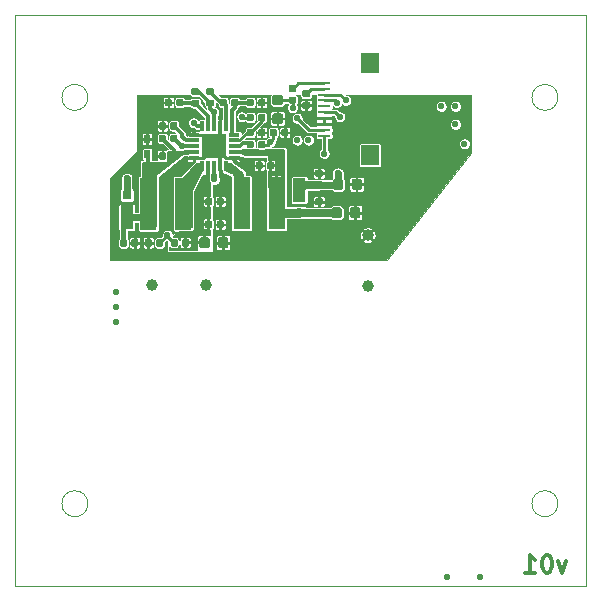
<source format=gbr>
%TF.GenerationSoftware,KiCad,Pcbnew,(5.1.4)-1*%
%TF.CreationDate,2019-12-19T17:33:09-07:00*%
%TF.ProjectId,SolarCellX_v3,536f6c61-7243-4656-9c6c-585f76332e6b,rev?*%
%TF.SameCoordinates,Original*%
%TF.FileFunction,Copper,L6,Bot*%
%TF.FilePolarity,Positive*%
%FSLAX46Y46*%
G04 Gerber Fmt 4.6, Leading zero omitted, Abs format (unit mm)*
G04 Created by KiCad (PCBNEW (5.1.4)-1) date 2019-12-19 17:33:09*
%MOMM*%
%LPD*%
G04 APERTURE LIST*
%ADD10C,0.300000*%
%ADD11C,0.050000*%
%ADD12C,1.000000*%
%ADD13C,0.100000*%
%ADD14C,0.875000*%
%ADD15C,0.590000*%
%ADD16R,0.500000X0.700000*%
%ADD17R,0.900000X0.300000*%
%ADD18R,0.300000X0.900000*%
%ADD19R,2.150000X2.150000*%
%ADD20R,0.800000X0.800000*%
%ADD21R,1.100000X2.000000*%
%ADD22R,1.100000X0.250000*%
%ADD23R,1.500000X1.700000*%
%ADD24R,1.435100X4.394200*%
%ADD25C,0.584200*%
%ADD26C,0.203200*%
%ADD27C,0.228600*%
%ADD28C,0.299720*%
%ADD29C,0.254000*%
%ADD30C,0.635000*%
%ADD31C,0.248920*%
%ADD32C,0.609600*%
%ADD33C,0.381000*%
%ADD34C,0.508000*%
%ADD35C,0.762000*%
%ADD36C,0.127000*%
%ADD37C,0.088900*%
G04 APERTURE END LIST*
D10*
X136723214Y-86229071D02*
X136366071Y-87229071D01*
X136008928Y-86229071D01*
X135151785Y-85729071D02*
X135008928Y-85729071D01*
X134866071Y-85800500D01*
X134794642Y-85871928D01*
X134723214Y-86014785D01*
X134651785Y-86300500D01*
X134651785Y-86657642D01*
X134723214Y-86943357D01*
X134794642Y-87086214D01*
X134866071Y-87157642D01*
X135008928Y-87229071D01*
X135151785Y-87229071D01*
X135294642Y-87157642D01*
X135366071Y-87086214D01*
X135437500Y-86943357D01*
X135508928Y-86657642D01*
X135508928Y-86300500D01*
X135437500Y-86014785D01*
X135366071Y-85871928D01*
X135294642Y-85800500D01*
X135151785Y-85729071D01*
X133223214Y-87229071D02*
X134080357Y-87229071D01*
X133651785Y-87229071D02*
X133651785Y-85729071D01*
X133794642Y-85943357D01*
X133937500Y-86086214D01*
X134080357Y-86157642D01*
D11*
X96200000Y-47000000D02*
G75*
G03X96200000Y-47000000I-1100000J0D01*
G01*
X96200000Y-81400000D02*
G75*
G03X96200000Y-81400000I-1100000J0D01*
G01*
X136000000Y-81400000D02*
G75*
G03X136000000Y-81400000I-1100000J0D01*
G01*
X136000000Y-47000000D02*
G75*
G03X136000000Y-47000000I-1100000J0D01*
G01*
X90000000Y-88400000D02*
X138400000Y-88400000D01*
X90000000Y-88400000D02*
X90000000Y-40000000D01*
X138400000Y-40000000D02*
X138400000Y-88400000D01*
X90000000Y-40000000D02*
X138400000Y-40000000D01*
D12*
X101600000Y-62865000D03*
X106172000Y-62865000D03*
X119888000Y-58674000D03*
X119888000Y-62992000D03*
D13*
G36*
X112545691Y-46782053D02*
G01*
X112566926Y-46785203D01*
X112587750Y-46790419D01*
X112607962Y-46797651D01*
X112627368Y-46806830D01*
X112645781Y-46817866D01*
X112663024Y-46830654D01*
X112678930Y-46845070D01*
X112693346Y-46860976D01*
X112706134Y-46878219D01*
X112717170Y-46896632D01*
X112726349Y-46916038D01*
X112733581Y-46936250D01*
X112738797Y-46957074D01*
X112741947Y-46978309D01*
X112743000Y-46999750D01*
X112743000Y-47437250D01*
X112741947Y-47458691D01*
X112738797Y-47479926D01*
X112733581Y-47500750D01*
X112726349Y-47520962D01*
X112717170Y-47540368D01*
X112706134Y-47558781D01*
X112693346Y-47576024D01*
X112678930Y-47591930D01*
X112663024Y-47606346D01*
X112645781Y-47619134D01*
X112627368Y-47630170D01*
X112607962Y-47639349D01*
X112587750Y-47646581D01*
X112566926Y-47651797D01*
X112545691Y-47654947D01*
X112524250Y-47656000D01*
X112011750Y-47656000D01*
X111990309Y-47654947D01*
X111969074Y-47651797D01*
X111948250Y-47646581D01*
X111928038Y-47639349D01*
X111908632Y-47630170D01*
X111890219Y-47619134D01*
X111872976Y-47606346D01*
X111857070Y-47591930D01*
X111842654Y-47576024D01*
X111829866Y-47558781D01*
X111818830Y-47540368D01*
X111809651Y-47520962D01*
X111802419Y-47500750D01*
X111797203Y-47479926D01*
X111794053Y-47458691D01*
X111793000Y-47437250D01*
X111793000Y-46999750D01*
X111794053Y-46978309D01*
X111797203Y-46957074D01*
X111802419Y-46936250D01*
X111809651Y-46916038D01*
X111818830Y-46896632D01*
X111829866Y-46878219D01*
X111842654Y-46860976D01*
X111857070Y-46845070D01*
X111872976Y-46830654D01*
X111890219Y-46817866D01*
X111908632Y-46806830D01*
X111928038Y-46797651D01*
X111948250Y-46790419D01*
X111969074Y-46785203D01*
X111990309Y-46782053D01*
X112011750Y-46781000D01*
X112524250Y-46781000D01*
X112545691Y-46782053D01*
X112545691Y-46782053D01*
G37*
D14*
X112268000Y-47218500D03*
D13*
G36*
X112545691Y-48357053D02*
G01*
X112566926Y-48360203D01*
X112587750Y-48365419D01*
X112607962Y-48372651D01*
X112627368Y-48381830D01*
X112645781Y-48392866D01*
X112663024Y-48405654D01*
X112678930Y-48420070D01*
X112693346Y-48435976D01*
X112706134Y-48453219D01*
X112717170Y-48471632D01*
X112726349Y-48491038D01*
X112733581Y-48511250D01*
X112738797Y-48532074D01*
X112741947Y-48553309D01*
X112743000Y-48574750D01*
X112743000Y-49012250D01*
X112741947Y-49033691D01*
X112738797Y-49054926D01*
X112733581Y-49075750D01*
X112726349Y-49095962D01*
X112717170Y-49115368D01*
X112706134Y-49133781D01*
X112693346Y-49151024D01*
X112678930Y-49166930D01*
X112663024Y-49181346D01*
X112645781Y-49194134D01*
X112627368Y-49205170D01*
X112607962Y-49214349D01*
X112587750Y-49221581D01*
X112566926Y-49226797D01*
X112545691Y-49229947D01*
X112524250Y-49231000D01*
X112011750Y-49231000D01*
X111990309Y-49229947D01*
X111969074Y-49226797D01*
X111948250Y-49221581D01*
X111928038Y-49214349D01*
X111908632Y-49205170D01*
X111890219Y-49194134D01*
X111872976Y-49181346D01*
X111857070Y-49166930D01*
X111842654Y-49151024D01*
X111829866Y-49133781D01*
X111818830Y-49115368D01*
X111809651Y-49095962D01*
X111802419Y-49075750D01*
X111797203Y-49054926D01*
X111794053Y-49033691D01*
X111793000Y-49012250D01*
X111793000Y-48574750D01*
X111794053Y-48553309D01*
X111797203Y-48532074D01*
X111802419Y-48511250D01*
X111809651Y-48491038D01*
X111818830Y-48471632D01*
X111829866Y-48453219D01*
X111842654Y-48435976D01*
X111857070Y-48420070D01*
X111872976Y-48405654D01*
X111890219Y-48392866D01*
X111908632Y-48381830D01*
X111928038Y-48372651D01*
X111948250Y-48365419D01*
X111969074Y-48360203D01*
X111990309Y-48357053D01*
X112011750Y-48356000D01*
X112524250Y-48356000D01*
X112545691Y-48357053D01*
X112545691Y-48357053D01*
G37*
D14*
X112268000Y-48793500D03*
D13*
G36*
X107560618Y-57429366D02*
G01*
X107574936Y-57431490D01*
X107588977Y-57435007D01*
X107602606Y-57439884D01*
X107615691Y-57446073D01*
X107628107Y-57453514D01*
X107639733Y-57462137D01*
X107650458Y-57471858D01*
X107660179Y-57482583D01*
X107668802Y-57494209D01*
X107676243Y-57506625D01*
X107682432Y-57519710D01*
X107687309Y-57533339D01*
X107690826Y-57547380D01*
X107692950Y-57561698D01*
X107693660Y-57576156D01*
X107693660Y-57921156D01*
X107692950Y-57935614D01*
X107690826Y-57949932D01*
X107687309Y-57963973D01*
X107682432Y-57977602D01*
X107676243Y-57990687D01*
X107668802Y-58003103D01*
X107660179Y-58014729D01*
X107650458Y-58025454D01*
X107639733Y-58035175D01*
X107628107Y-58043798D01*
X107615691Y-58051239D01*
X107602606Y-58057428D01*
X107588977Y-58062305D01*
X107574936Y-58065822D01*
X107560618Y-58067946D01*
X107546160Y-58068656D01*
X107251160Y-58068656D01*
X107236702Y-58067946D01*
X107222384Y-58065822D01*
X107208343Y-58062305D01*
X107194714Y-58057428D01*
X107181629Y-58051239D01*
X107169213Y-58043798D01*
X107157587Y-58035175D01*
X107146862Y-58025454D01*
X107137141Y-58014729D01*
X107128518Y-58003103D01*
X107121077Y-57990687D01*
X107114888Y-57977602D01*
X107110011Y-57963973D01*
X107106494Y-57949932D01*
X107104370Y-57935614D01*
X107103660Y-57921156D01*
X107103660Y-57576156D01*
X107104370Y-57561698D01*
X107106494Y-57547380D01*
X107110011Y-57533339D01*
X107114888Y-57519710D01*
X107121077Y-57506625D01*
X107128518Y-57494209D01*
X107137141Y-57482583D01*
X107146862Y-57471858D01*
X107157587Y-57462137D01*
X107169213Y-57453514D01*
X107181629Y-57446073D01*
X107194714Y-57439884D01*
X107208343Y-57435007D01*
X107222384Y-57431490D01*
X107236702Y-57429366D01*
X107251160Y-57428656D01*
X107546160Y-57428656D01*
X107560618Y-57429366D01*
X107560618Y-57429366D01*
G37*
D15*
X107398660Y-57748656D03*
D13*
G36*
X106590618Y-57429366D02*
G01*
X106604936Y-57431490D01*
X106618977Y-57435007D01*
X106632606Y-57439884D01*
X106645691Y-57446073D01*
X106658107Y-57453514D01*
X106669733Y-57462137D01*
X106680458Y-57471858D01*
X106690179Y-57482583D01*
X106698802Y-57494209D01*
X106706243Y-57506625D01*
X106712432Y-57519710D01*
X106717309Y-57533339D01*
X106720826Y-57547380D01*
X106722950Y-57561698D01*
X106723660Y-57576156D01*
X106723660Y-57921156D01*
X106722950Y-57935614D01*
X106720826Y-57949932D01*
X106717309Y-57963973D01*
X106712432Y-57977602D01*
X106706243Y-57990687D01*
X106698802Y-58003103D01*
X106690179Y-58014729D01*
X106680458Y-58025454D01*
X106669733Y-58035175D01*
X106658107Y-58043798D01*
X106645691Y-58051239D01*
X106632606Y-58057428D01*
X106618977Y-58062305D01*
X106604936Y-58065822D01*
X106590618Y-58067946D01*
X106576160Y-58068656D01*
X106281160Y-58068656D01*
X106266702Y-58067946D01*
X106252384Y-58065822D01*
X106238343Y-58062305D01*
X106224714Y-58057428D01*
X106211629Y-58051239D01*
X106199213Y-58043798D01*
X106187587Y-58035175D01*
X106176862Y-58025454D01*
X106167141Y-58014729D01*
X106158518Y-58003103D01*
X106151077Y-57990687D01*
X106144888Y-57977602D01*
X106140011Y-57963973D01*
X106136494Y-57949932D01*
X106134370Y-57935614D01*
X106133660Y-57921156D01*
X106133660Y-57576156D01*
X106134370Y-57561698D01*
X106136494Y-57547380D01*
X106140011Y-57533339D01*
X106144888Y-57519710D01*
X106151077Y-57506625D01*
X106158518Y-57494209D01*
X106167141Y-57482583D01*
X106176862Y-57471858D01*
X106187587Y-57462137D01*
X106199213Y-57453514D01*
X106211629Y-57446073D01*
X106224714Y-57439884D01*
X106238343Y-57435007D01*
X106252384Y-57431490D01*
X106266702Y-57429366D01*
X106281160Y-57428656D01*
X106576160Y-57428656D01*
X106590618Y-57429366D01*
X106590618Y-57429366D01*
G37*
D15*
X106428660Y-57748656D03*
D13*
G36*
X119201191Y-53882053D02*
G01*
X119222426Y-53885203D01*
X119243250Y-53890419D01*
X119263462Y-53897651D01*
X119282868Y-53906830D01*
X119301281Y-53917866D01*
X119318524Y-53930654D01*
X119334430Y-53945070D01*
X119348846Y-53960976D01*
X119361634Y-53978219D01*
X119372670Y-53996632D01*
X119381849Y-54016038D01*
X119389081Y-54036250D01*
X119394297Y-54057074D01*
X119397447Y-54078309D01*
X119398500Y-54099750D01*
X119398500Y-54612250D01*
X119397447Y-54633691D01*
X119394297Y-54654926D01*
X119389081Y-54675750D01*
X119381849Y-54695962D01*
X119372670Y-54715368D01*
X119361634Y-54733781D01*
X119348846Y-54751024D01*
X119334430Y-54766930D01*
X119318524Y-54781346D01*
X119301281Y-54794134D01*
X119282868Y-54805170D01*
X119263462Y-54814349D01*
X119243250Y-54821581D01*
X119222426Y-54826797D01*
X119201191Y-54829947D01*
X119179750Y-54831000D01*
X118742250Y-54831000D01*
X118720809Y-54829947D01*
X118699574Y-54826797D01*
X118678750Y-54821581D01*
X118658538Y-54814349D01*
X118639132Y-54805170D01*
X118620719Y-54794134D01*
X118603476Y-54781346D01*
X118587570Y-54766930D01*
X118573154Y-54751024D01*
X118560366Y-54733781D01*
X118549330Y-54715368D01*
X118540151Y-54695962D01*
X118532919Y-54675750D01*
X118527703Y-54654926D01*
X118524553Y-54633691D01*
X118523500Y-54612250D01*
X118523500Y-54099750D01*
X118524553Y-54078309D01*
X118527703Y-54057074D01*
X118532919Y-54036250D01*
X118540151Y-54016038D01*
X118549330Y-53996632D01*
X118560366Y-53978219D01*
X118573154Y-53960976D01*
X118587570Y-53945070D01*
X118603476Y-53930654D01*
X118620719Y-53917866D01*
X118639132Y-53906830D01*
X118658538Y-53897651D01*
X118678750Y-53890419D01*
X118699574Y-53885203D01*
X118720809Y-53882053D01*
X118742250Y-53881000D01*
X119179750Y-53881000D01*
X119201191Y-53882053D01*
X119201191Y-53882053D01*
G37*
D14*
X118961000Y-54356000D03*
D13*
G36*
X117626191Y-53882053D02*
G01*
X117647426Y-53885203D01*
X117668250Y-53890419D01*
X117688462Y-53897651D01*
X117707868Y-53906830D01*
X117726281Y-53917866D01*
X117743524Y-53930654D01*
X117759430Y-53945070D01*
X117773846Y-53960976D01*
X117786634Y-53978219D01*
X117797670Y-53996632D01*
X117806849Y-54016038D01*
X117814081Y-54036250D01*
X117819297Y-54057074D01*
X117822447Y-54078309D01*
X117823500Y-54099750D01*
X117823500Y-54612250D01*
X117822447Y-54633691D01*
X117819297Y-54654926D01*
X117814081Y-54675750D01*
X117806849Y-54695962D01*
X117797670Y-54715368D01*
X117786634Y-54733781D01*
X117773846Y-54751024D01*
X117759430Y-54766930D01*
X117743524Y-54781346D01*
X117726281Y-54794134D01*
X117707868Y-54805170D01*
X117688462Y-54814349D01*
X117668250Y-54821581D01*
X117647426Y-54826797D01*
X117626191Y-54829947D01*
X117604750Y-54831000D01*
X117167250Y-54831000D01*
X117145809Y-54829947D01*
X117124574Y-54826797D01*
X117103750Y-54821581D01*
X117083538Y-54814349D01*
X117064132Y-54805170D01*
X117045719Y-54794134D01*
X117028476Y-54781346D01*
X117012570Y-54766930D01*
X116998154Y-54751024D01*
X116985366Y-54733781D01*
X116974330Y-54715368D01*
X116965151Y-54695962D01*
X116957919Y-54675750D01*
X116952703Y-54654926D01*
X116949553Y-54633691D01*
X116948500Y-54612250D01*
X116948500Y-54099750D01*
X116949553Y-54078309D01*
X116952703Y-54057074D01*
X116957919Y-54036250D01*
X116965151Y-54016038D01*
X116974330Y-53996632D01*
X116985366Y-53978219D01*
X116998154Y-53960976D01*
X117012570Y-53945070D01*
X117028476Y-53930654D01*
X117045719Y-53917866D01*
X117064132Y-53906830D01*
X117083538Y-53897651D01*
X117103750Y-53890419D01*
X117124574Y-53885203D01*
X117145809Y-53882053D01*
X117167250Y-53881000D01*
X117604750Y-53881000D01*
X117626191Y-53882053D01*
X117626191Y-53882053D01*
G37*
D14*
X117386000Y-54356000D03*
D16*
X101219000Y-51816000D03*
X101219000Y-50516000D03*
D17*
X105193660Y-52144656D03*
X105193660Y-51644656D03*
X105193660Y-51144656D03*
X105193660Y-50644656D03*
X105193660Y-50144656D03*
D18*
X105893660Y-49444656D03*
X106393660Y-49444656D03*
X106893660Y-49444656D03*
X107393660Y-49444656D03*
X107893660Y-49444656D03*
D17*
X108593660Y-50144656D03*
X108593660Y-50644656D03*
X108593660Y-51144656D03*
X108593660Y-51644656D03*
X108593660Y-52144656D03*
D18*
X107893660Y-52844656D03*
X107393660Y-52844656D03*
X106893660Y-52844656D03*
X106393660Y-52844656D03*
X105893660Y-52844656D03*
D19*
X106893660Y-51144656D03*
D20*
X99504500Y-55265000D03*
D21*
X99504500Y-57165000D03*
D20*
X114109500Y-56749000D03*
D21*
X114109500Y-54849000D03*
D13*
G36*
X104151958Y-47115210D02*
G01*
X104166276Y-47117334D01*
X104180317Y-47120851D01*
X104193946Y-47125728D01*
X104207031Y-47131917D01*
X104219447Y-47139358D01*
X104231073Y-47147981D01*
X104241798Y-47157702D01*
X104251519Y-47168427D01*
X104260142Y-47180053D01*
X104267583Y-47192469D01*
X104273772Y-47205554D01*
X104278649Y-47219183D01*
X104282166Y-47233224D01*
X104284290Y-47247542D01*
X104285000Y-47262000D01*
X104285000Y-47607000D01*
X104284290Y-47621458D01*
X104282166Y-47635776D01*
X104278649Y-47649817D01*
X104273772Y-47663446D01*
X104267583Y-47676531D01*
X104260142Y-47688947D01*
X104251519Y-47700573D01*
X104241798Y-47711298D01*
X104231073Y-47721019D01*
X104219447Y-47729642D01*
X104207031Y-47737083D01*
X104193946Y-47743272D01*
X104180317Y-47748149D01*
X104166276Y-47751666D01*
X104151958Y-47753790D01*
X104137500Y-47754500D01*
X103842500Y-47754500D01*
X103828042Y-47753790D01*
X103813724Y-47751666D01*
X103799683Y-47748149D01*
X103786054Y-47743272D01*
X103772969Y-47737083D01*
X103760553Y-47729642D01*
X103748927Y-47721019D01*
X103738202Y-47711298D01*
X103728481Y-47700573D01*
X103719858Y-47688947D01*
X103712417Y-47676531D01*
X103706228Y-47663446D01*
X103701351Y-47649817D01*
X103697834Y-47635776D01*
X103695710Y-47621458D01*
X103695000Y-47607000D01*
X103695000Y-47262000D01*
X103695710Y-47247542D01*
X103697834Y-47233224D01*
X103701351Y-47219183D01*
X103706228Y-47205554D01*
X103712417Y-47192469D01*
X103719858Y-47180053D01*
X103728481Y-47168427D01*
X103738202Y-47157702D01*
X103748927Y-47147981D01*
X103760553Y-47139358D01*
X103772969Y-47131917D01*
X103786054Y-47125728D01*
X103799683Y-47120851D01*
X103813724Y-47117334D01*
X103828042Y-47115210D01*
X103842500Y-47114500D01*
X104137500Y-47114500D01*
X104151958Y-47115210D01*
X104151958Y-47115210D01*
G37*
D15*
X103990000Y-47434500D03*
D13*
G36*
X103181958Y-47115210D02*
G01*
X103196276Y-47117334D01*
X103210317Y-47120851D01*
X103223946Y-47125728D01*
X103237031Y-47131917D01*
X103249447Y-47139358D01*
X103261073Y-47147981D01*
X103271798Y-47157702D01*
X103281519Y-47168427D01*
X103290142Y-47180053D01*
X103297583Y-47192469D01*
X103303772Y-47205554D01*
X103308649Y-47219183D01*
X103312166Y-47233224D01*
X103314290Y-47247542D01*
X103315000Y-47262000D01*
X103315000Y-47607000D01*
X103314290Y-47621458D01*
X103312166Y-47635776D01*
X103308649Y-47649817D01*
X103303772Y-47663446D01*
X103297583Y-47676531D01*
X103290142Y-47688947D01*
X103281519Y-47700573D01*
X103271798Y-47711298D01*
X103261073Y-47721019D01*
X103249447Y-47729642D01*
X103237031Y-47737083D01*
X103223946Y-47743272D01*
X103210317Y-47748149D01*
X103196276Y-47751666D01*
X103181958Y-47753790D01*
X103167500Y-47754500D01*
X102872500Y-47754500D01*
X102858042Y-47753790D01*
X102843724Y-47751666D01*
X102829683Y-47748149D01*
X102816054Y-47743272D01*
X102802969Y-47737083D01*
X102790553Y-47729642D01*
X102778927Y-47721019D01*
X102768202Y-47711298D01*
X102758481Y-47700573D01*
X102749858Y-47688947D01*
X102742417Y-47676531D01*
X102736228Y-47663446D01*
X102731351Y-47649817D01*
X102727834Y-47635776D01*
X102725710Y-47621458D01*
X102725000Y-47607000D01*
X102725000Y-47262000D01*
X102725710Y-47247542D01*
X102727834Y-47233224D01*
X102731351Y-47219183D01*
X102736228Y-47205554D01*
X102742417Y-47192469D01*
X102749858Y-47180053D01*
X102758481Y-47168427D01*
X102768202Y-47157702D01*
X102778927Y-47147981D01*
X102790553Y-47139358D01*
X102802969Y-47131917D01*
X102816054Y-47125728D01*
X102829683Y-47120851D01*
X102843724Y-47117334D01*
X102858042Y-47115210D01*
X102872500Y-47114500D01*
X103167500Y-47114500D01*
X103181958Y-47115210D01*
X103181958Y-47115210D01*
G37*
D15*
X103020000Y-47434500D03*
D13*
G36*
X105469958Y-46210710D02*
G01*
X105484276Y-46212834D01*
X105498317Y-46216351D01*
X105511946Y-46221228D01*
X105525031Y-46227417D01*
X105537447Y-46234858D01*
X105549073Y-46243481D01*
X105559798Y-46253202D01*
X105569519Y-46263927D01*
X105578142Y-46275553D01*
X105585583Y-46287969D01*
X105591772Y-46301054D01*
X105596649Y-46314683D01*
X105600166Y-46328724D01*
X105602290Y-46343042D01*
X105603000Y-46357500D01*
X105603000Y-46652500D01*
X105602290Y-46666958D01*
X105600166Y-46681276D01*
X105596649Y-46695317D01*
X105591772Y-46708946D01*
X105585583Y-46722031D01*
X105578142Y-46734447D01*
X105569519Y-46746073D01*
X105559798Y-46756798D01*
X105549073Y-46766519D01*
X105537447Y-46775142D01*
X105525031Y-46782583D01*
X105511946Y-46788772D01*
X105498317Y-46793649D01*
X105484276Y-46797166D01*
X105469958Y-46799290D01*
X105455500Y-46800000D01*
X105110500Y-46800000D01*
X105096042Y-46799290D01*
X105081724Y-46797166D01*
X105067683Y-46793649D01*
X105054054Y-46788772D01*
X105040969Y-46782583D01*
X105028553Y-46775142D01*
X105016927Y-46766519D01*
X105006202Y-46756798D01*
X104996481Y-46746073D01*
X104987858Y-46734447D01*
X104980417Y-46722031D01*
X104974228Y-46708946D01*
X104969351Y-46695317D01*
X104965834Y-46681276D01*
X104963710Y-46666958D01*
X104963000Y-46652500D01*
X104963000Y-46357500D01*
X104963710Y-46343042D01*
X104965834Y-46328724D01*
X104969351Y-46314683D01*
X104974228Y-46301054D01*
X104980417Y-46287969D01*
X104987858Y-46275553D01*
X104996481Y-46263927D01*
X105006202Y-46253202D01*
X105016927Y-46243481D01*
X105028553Y-46234858D01*
X105040969Y-46227417D01*
X105054054Y-46221228D01*
X105067683Y-46216351D01*
X105081724Y-46212834D01*
X105096042Y-46210710D01*
X105110500Y-46210000D01*
X105455500Y-46210000D01*
X105469958Y-46210710D01*
X105469958Y-46210710D01*
G37*
D15*
X105283000Y-46505000D03*
D13*
G36*
X105469958Y-47180710D02*
G01*
X105484276Y-47182834D01*
X105498317Y-47186351D01*
X105511946Y-47191228D01*
X105525031Y-47197417D01*
X105537447Y-47204858D01*
X105549073Y-47213481D01*
X105559798Y-47223202D01*
X105569519Y-47233927D01*
X105578142Y-47245553D01*
X105585583Y-47257969D01*
X105591772Y-47271054D01*
X105596649Y-47284683D01*
X105600166Y-47298724D01*
X105602290Y-47313042D01*
X105603000Y-47327500D01*
X105603000Y-47622500D01*
X105602290Y-47636958D01*
X105600166Y-47651276D01*
X105596649Y-47665317D01*
X105591772Y-47678946D01*
X105585583Y-47692031D01*
X105578142Y-47704447D01*
X105569519Y-47716073D01*
X105559798Y-47726798D01*
X105549073Y-47736519D01*
X105537447Y-47745142D01*
X105525031Y-47752583D01*
X105511946Y-47758772D01*
X105498317Y-47763649D01*
X105484276Y-47767166D01*
X105469958Y-47769290D01*
X105455500Y-47770000D01*
X105110500Y-47770000D01*
X105096042Y-47769290D01*
X105081724Y-47767166D01*
X105067683Y-47763649D01*
X105054054Y-47758772D01*
X105040969Y-47752583D01*
X105028553Y-47745142D01*
X105016927Y-47736519D01*
X105006202Y-47726798D01*
X104996481Y-47716073D01*
X104987858Y-47704447D01*
X104980417Y-47692031D01*
X104974228Y-47678946D01*
X104969351Y-47665317D01*
X104965834Y-47651276D01*
X104963710Y-47636958D01*
X104963000Y-47622500D01*
X104963000Y-47327500D01*
X104963710Y-47313042D01*
X104965834Y-47298724D01*
X104969351Y-47284683D01*
X104974228Y-47271054D01*
X104980417Y-47257969D01*
X104987858Y-47245553D01*
X104996481Y-47233927D01*
X105006202Y-47223202D01*
X105016927Y-47213481D01*
X105028553Y-47204858D01*
X105040969Y-47197417D01*
X105054054Y-47191228D01*
X105067683Y-47186351D01*
X105081724Y-47182834D01*
X105096042Y-47180710D01*
X105110500Y-47180000D01*
X105455500Y-47180000D01*
X105469958Y-47180710D01*
X105469958Y-47180710D01*
G37*
D15*
X105283000Y-47475000D03*
D13*
G36*
X103689958Y-58989710D02*
G01*
X103704276Y-58991834D01*
X103718317Y-58995351D01*
X103731946Y-59000228D01*
X103745031Y-59006417D01*
X103757447Y-59013858D01*
X103769073Y-59022481D01*
X103779798Y-59032202D01*
X103789519Y-59042927D01*
X103798142Y-59054553D01*
X103805583Y-59066969D01*
X103811772Y-59080054D01*
X103816649Y-59093683D01*
X103820166Y-59107724D01*
X103822290Y-59122042D01*
X103823000Y-59136500D01*
X103823000Y-59481500D01*
X103822290Y-59495958D01*
X103820166Y-59510276D01*
X103816649Y-59524317D01*
X103811772Y-59537946D01*
X103805583Y-59551031D01*
X103798142Y-59563447D01*
X103789519Y-59575073D01*
X103779798Y-59585798D01*
X103769073Y-59595519D01*
X103757447Y-59604142D01*
X103745031Y-59611583D01*
X103731946Y-59617772D01*
X103718317Y-59622649D01*
X103704276Y-59626166D01*
X103689958Y-59628290D01*
X103675500Y-59629000D01*
X103380500Y-59629000D01*
X103366042Y-59628290D01*
X103351724Y-59626166D01*
X103337683Y-59622649D01*
X103324054Y-59617772D01*
X103310969Y-59611583D01*
X103298553Y-59604142D01*
X103286927Y-59595519D01*
X103276202Y-59585798D01*
X103266481Y-59575073D01*
X103257858Y-59563447D01*
X103250417Y-59551031D01*
X103244228Y-59537946D01*
X103239351Y-59524317D01*
X103235834Y-59510276D01*
X103233710Y-59495958D01*
X103233000Y-59481500D01*
X103233000Y-59136500D01*
X103233710Y-59122042D01*
X103235834Y-59107724D01*
X103239351Y-59093683D01*
X103244228Y-59080054D01*
X103250417Y-59066969D01*
X103257858Y-59054553D01*
X103266481Y-59042927D01*
X103276202Y-59032202D01*
X103286927Y-59022481D01*
X103298553Y-59013858D01*
X103310969Y-59006417D01*
X103324054Y-59000228D01*
X103337683Y-58995351D01*
X103351724Y-58991834D01*
X103366042Y-58989710D01*
X103380500Y-58989000D01*
X103675500Y-58989000D01*
X103689958Y-58989710D01*
X103689958Y-58989710D01*
G37*
D15*
X103528000Y-59309000D03*
D13*
G36*
X104659958Y-58989710D02*
G01*
X104674276Y-58991834D01*
X104688317Y-58995351D01*
X104701946Y-59000228D01*
X104715031Y-59006417D01*
X104727447Y-59013858D01*
X104739073Y-59022481D01*
X104749798Y-59032202D01*
X104759519Y-59042927D01*
X104768142Y-59054553D01*
X104775583Y-59066969D01*
X104781772Y-59080054D01*
X104786649Y-59093683D01*
X104790166Y-59107724D01*
X104792290Y-59122042D01*
X104793000Y-59136500D01*
X104793000Y-59481500D01*
X104792290Y-59495958D01*
X104790166Y-59510276D01*
X104786649Y-59524317D01*
X104781772Y-59537946D01*
X104775583Y-59551031D01*
X104768142Y-59563447D01*
X104759519Y-59575073D01*
X104749798Y-59585798D01*
X104739073Y-59595519D01*
X104727447Y-59604142D01*
X104715031Y-59611583D01*
X104701946Y-59617772D01*
X104688317Y-59622649D01*
X104674276Y-59626166D01*
X104659958Y-59628290D01*
X104645500Y-59629000D01*
X104350500Y-59629000D01*
X104336042Y-59628290D01*
X104321724Y-59626166D01*
X104307683Y-59622649D01*
X104294054Y-59617772D01*
X104280969Y-59611583D01*
X104268553Y-59604142D01*
X104256927Y-59595519D01*
X104246202Y-59585798D01*
X104236481Y-59575073D01*
X104227858Y-59563447D01*
X104220417Y-59551031D01*
X104214228Y-59537946D01*
X104209351Y-59524317D01*
X104205834Y-59510276D01*
X104203710Y-59495958D01*
X104203000Y-59481500D01*
X104203000Y-59136500D01*
X104203710Y-59122042D01*
X104205834Y-59107724D01*
X104209351Y-59093683D01*
X104214228Y-59080054D01*
X104220417Y-59066969D01*
X104227858Y-59054553D01*
X104236481Y-59042927D01*
X104246202Y-59032202D01*
X104256927Y-59022481D01*
X104268553Y-59013858D01*
X104280969Y-59006417D01*
X104294054Y-59000228D01*
X104307683Y-58995351D01*
X104321724Y-58991834D01*
X104336042Y-58989710D01*
X104350500Y-58989000D01*
X104645500Y-58989000D01*
X104659958Y-58989710D01*
X104659958Y-58989710D01*
G37*
D15*
X104498000Y-59309000D03*
D13*
G36*
X107560618Y-55497210D02*
G01*
X107574936Y-55499334D01*
X107588977Y-55502851D01*
X107602606Y-55507728D01*
X107615691Y-55513917D01*
X107628107Y-55521358D01*
X107639733Y-55529981D01*
X107650458Y-55539702D01*
X107660179Y-55550427D01*
X107668802Y-55562053D01*
X107676243Y-55574469D01*
X107682432Y-55587554D01*
X107687309Y-55601183D01*
X107690826Y-55615224D01*
X107692950Y-55629542D01*
X107693660Y-55644000D01*
X107693660Y-55989000D01*
X107692950Y-56003458D01*
X107690826Y-56017776D01*
X107687309Y-56031817D01*
X107682432Y-56045446D01*
X107676243Y-56058531D01*
X107668802Y-56070947D01*
X107660179Y-56082573D01*
X107650458Y-56093298D01*
X107639733Y-56103019D01*
X107628107Y-56111642D01*
X107615691Y-56119083D01*
X107602606Y-56125272D01*
X107588977Y-56130149D01*
X107574936Y-56133666D01*
X107560618Y-56135790D01*
X107546160Y-56136500D01*
X107251160Y-56136500D01*
X107236702Y-56135790D01*
X107222384Y-56133666D01*
X107208343Y-56130149D01*
X107194714Y-56125272D01*
X107181629Y-56119083D01*
X107169213Y-56111642D01*
X107157587Y-56103019D01*
X107146862Y-56093298D01*
X107137141Y-56082573D01*
X107128518Y-56070947D01*
X107121077Y-56058531D01*
X107114888Y-56045446D01*
X107110011Y-56031817D01*
X107106494Y-56017776D01*
X107104370Y-56003458D01*
X107103660Y-55989000D01*
X107103660Y-55644000D01*
X107104370Y-55629542D01*
X107106494Y-55615224D01*
X107110011Y-55601183D01*
X107114888Y-55587554D01*
X107121077Y-55574469D01*
X107128518Y-55562053D01*
X107137141Y-55550427D01*
X107146862Y-55539702D01*
X107157587Y-55529981D01*
X107169213Y-55521358D01*
X107181629Y-55513917D01*
X107194714Y-55507728D01*
X107208343Y-55502851D01*
X107222384Y-55499334D01*
X107236702Y-55497210D01*
X107251160Y-55496500D01*
X107546160Y-55496500D01*
X107560618Y-55497210D01*
X107560618Y-55497210D01*
G37*
D15*
X107398660Y-55816500D03*
D13*
G36*
X106590618Y-55497210D02*
G01*
X106604936Y-55499334D01*
X106618977Y-55502851D01*
X106632606Y-55507728D01*
X106645691Y-55513917D01*
X106658107Y-55521358D01*
X106669733Y-55529981D01*
X106680458Y-55539702D01*
X106690179Y-55550427D01*
X106698802Y-55562053D01*
X106706243Y-55574469D01*
X106712432Y-55587554D01*
X106717309Y-55601183D01*
X106720826Y-55615224D01*
X106722950Y-55629542D01*
X106723660Y-55644000D01*
X106723660Y-55989000D01*
X106722950Y-56003458D01*
X106720826Y-56017776D01*
X106717309Y-56031817D01*
X106712432Y-56045446D01*
X106706243Y-56058531D01*
X106698802Y-56070947D01*
X106690179Y-56082573D01*
X106680458Y-56093298D01*
X106669733Y-56103019D01*
X106658107Y-56111642D01*
X106645691Y-56119083D01*
X106632606Y-56125272D01*
X106618977Y-56130149D01*
X106604936Y-56133666D01*
X106590618Y-56135790D01*
X106576160Y-56136500D01*
X106281160Y-56136500D01*
X106266702Y-56135790D01*
X106252384Y-56133666D01*
X106238343Y-56130149D01*
X106224714Y-56125272D01*
X106211629Y-56119083D01*
X106199213Y-56111642D01*
X106187587Y-56103019D01*
X106176862Y-56093298D01*
X106167141Y-56082573D01*
X106158518Y-56070947D01*
X106151077Y-56058531D01*
X106144888Y-56045446D01*
X106140011Y-56031817D01*
X106136494Y-56017776D01*
X106134370Y-56003458D01*
X106133660Y-55989000D01*
X106133660Y-55644000D01*
X106134370Y-55629542D01*
X106136494Y-55615224D01*
X106140011Y-55601183D01*
X106144888Y-55587554D01*
X106151077Y-55574469D01*
X106158518Y-55562053D01*
X106167141Y-55550427D01*
X106176862Y-55539702D01*
X106187587Y-55529981D01*
X106199213Y-55521358D01*
X106211629Y-55513917D01*
X106224714Y-55507728D01*
X106238343Y-55502851D01*
X106252384Y-55499334D01*
X106266702Y-55497210D01*
X106281160Y-55496500D01*
X106576160Y-55496500D01*
X106590618Y-55497210D01*
X106590618Y-55497210D01*
G37*
D15*
X106428660Y-55816500D03*
D22*
X116205000Y-45756000D03*
X116205000Y-46256000D03*
X116205000Y-46756000D03*
X116205000Y-47256000D03*
X116205000Y-47756000D03*
X116205000Y-48256000D03*
X116205000Y-48756000D03*
X116205000Y-49256000D03*
X116205000Y-49756000D03*
X116205000Y-50256000D03*
D23*
X120105000Y-44106000D03*
X120105000Y-51906000D03*
D13*
G36*
X119074191Y-56295053D02*
G01*
X119095426Y-56298203D01*
X119116250Y-56303419D01*
X119136462Y-56310651D01*
X119155868Y-56319830D01*
X119174281Y-56330866D01*
X119191524Y-56343654D01*
X119207430Y-56358070D01*
X119221846Y-56373976D01*
X119234634Y-56391219D01*
X119245670Y-56409632D01*
X119254849Y-56429038D01*
X119262081Y-56449250D01*
X119267297Y-56470074D01*
X119270447Y-56491309D01*
X119271500Y-56512750D01*
X119271500Y-57025250D01*
X119270447Y-57046691D01*
X119267297Y-57067926D01*
X119262081Y-57088750D01*
X119254849Y-57108962D01*
X119245670Y-57128368D01*
X119234634Y-57146781D01*
X119221846Y-57164024D01*
X119207430Y-57179930D01*
X119191524Y-57194346D01*
X119174281Y-57207134D01*
X119155868Y-57218170D01*
X119136462Y-57227349D01*
X119116250Y-57234581D01*
X119095426Y-57239797D01*
X119074191Y-57242947D01*
X119052750Y-57244000D01*
X118615250Y-57244000D01*
X118593809Y-57242947D01*
X118572574Y-57239797D01*
X118551750Y-57234581D01*
X118531538Y-57227349D01*
X118512132Y-57218170D01*
X118493719Y-57207134D01*
X118476476Y-57194346D01*
X118460570Y-57179930D01*
X118446154Y-57164024D01*
X118433366Y-57146781D01*
X118422330Y-57128368D01*
X118413151Y-57108962D01*
X118405919Y-57088750D01*
X118400703Y-57067926D01*
X118397553Y-57046691D01*
X118396500Y-57025250D01*
X118396500Y-56512750D01*
X118397553Y-56491309D01*
X118400703Y-56470074D01*
X118405919Y-56449250D01*
X118413151Y-56429038D01*
X118422330Y-56409632D01*
X118433366Y-56391219D01*
X118446154Y-56373976D01*
X118460570Y-56358070D01*
X118476476Y-56343654D01*
X118493719Y-56330866D01*
X118512132Y-56319830D01*
X118531538Y-56310651D01*
X118551750Y-56303419D01*
X118572574Y-56298203D01*
X118593809Y-56295053D01*
X118615250Y-56294000D01*
X119052750Y-56294000D01*
X119074191Y-56295053D01*
X119074191Y-56295053D01*
G37*
D14*
X118834000Y-56769000D03*
D13*
G36*
X117499191Y-56295053D02*
G01*
X117520426Y-56298203D01*
X117541250Y-56303419D01*
X117561462Y-56310651D01*
X117580868Y-56319830D01*
X117599281Y-56330866D01*
X117616524Y-56343654D01*
X117632430Y-56358070D01*
X117646846Y-56373976D01*
X117659634Y-56391219D01*
X117670670Y-56409632D01*
X117679849Y-56429038D01*
X117687081Y-56449250D01*
X117692297Y-56470074D01*
X117695447Y-56491309D01*
X117696500Y-56512750D01*
X117696500Y-57025250D01*
X117695447Y-57046691D01*
X117692297Y-57067926D01*
X117687081Y-57088750D01*
X117679849Y-57108962D01*
X117670670Y-57128368D01*
X117659634Y-57146781D01*
X117646846Y-57164024D01*
X117632430Y-57179930D01*
X117616524Y-57194346D01*
X117599281Y-57207134D01*
X117580868Y-57218170D01*
X117561462Y-57227349D01*
X117541250Y-57234581D01*
X117520426Y-57239797D01*
X117499191Y-57242947D01*
X117477750Y-57244000D01*
X117040250Y-57244000D01*
X117018809Y-57242947D01*
X116997574Y-57239797D01*
X116976750Y-57234581D01*
X116956538Y-57227349D01*
X116937132Y-57218170D01*
X116918719Y-57207134D01*
X116901476Y-57194346D01*
X116885570Y-57179930D01*
X116871154Y-57164024D01*
X116858366Y-57146781D01*
X116847330Y-57128368D01*
X116838151Y-57108962D01*
X116830919Y-57088750D01*
X116825703Y-57067926D01*
X116822553Y-57046691D01*
X116821500Y-57025250D01*
X116821500Y-56512750D01*
X116822553Y-56491309D01*
X116825703Y-56470074D01*
X116830919Y-56449250D01*
X116838151Y-56429038D01*
X116847330Y-56409632D01*
X116858366Y-56391219D01*
X116871154Y-56373976D01*
X116885570Y-56358070D01*
X116901476Y-56343654D01*
X116918719Y-56330866D01*
X116937132Y-56319830D01*
X116956538Y-56310651D01*
X116976750Y-56303419D01*
X116997574Y-56298203D01*
X117018809Y-56295053D01*
X117040250Y-56294000D01*
X117477750Y-56294000D01*
X117499191Y-56295053D01*
X117499191Y-56295053D01*
G37*
D14*
X117259000Y-56769000D03*
D13*
G36*
X115947458Y-53132210D02*
G01*
X115961776Y-53134334D01*
X115975817Y-53137851D01*
X115989446Y-53142728D01*
X116002531Y-53148917D01*
X116014947Y-53156358D01*
X116026573Y-53164981D01*
X116037298Y-53174702D01*
X116047019Y-53185427D01*
X116055642Y-53197053D01*
X116063083Y-53209469D01*
X116069272Y-53222554D01*
X116074149Y-53236183D01*
X116077666Y-53250224D01*
X116079790Y-53264542D01*
X116080500Y-53279000D01*
X116080500Y-53574000D01*
X116079790Y-53588458D01*
X116077666Y-53602776D01*
X116074149Y-53616817D01*
X116069272Y-53630446D01*
X116063083Y-53643531D01*
X116055642Y-53655947D01*
X116047019Y-53667573D01*
X116037298Y-53678298D01*
X116026573Y-53688019D01*
X116014947Y-53696642D01*
X116002531Y-53704083D01*
X115989446Y-53710272D01*
X115975817Y-53715149D01*
X115961776Y-53718666D01*
X115947458Y-53720790D01*
X115933000Y-53721500D01*
X115588000Y-53721500D01*
X115573542Y-53720790D01*
X115559224Y-53718666D01*
X115545183Y-53715149D01*
X115531554Y-53710272D01*
X115518469Y-53704083D01*
X115506053Y-53696642D01*
X115494427Y-53688019D01*
X115483702Y-53678298D01*
X115473981Y-53667573D01*
X115465358Y-53655947D01*
X115457917Y-53643531D01*
X115451728Y-53630446D01*
X115446851Y-53616817D01*
X115443334Y-53602776D01*
X115441210Y-53588458D01*
X115440500Y-53574000D01*
X115440500Y-53279000D01*
X115441210Y-53264542D01*
X115443334Y-53250224D01*
X115446851Y-53236183D01*
X115451728Y-53222554D01*
X115457917Y-53209469D01*
X115465358Y-53197053D01*
X115473981Y-53185427D01*
X115483702Y-53174702D01*
X115494427Y-53164981D01*
X115506053Y-53156358D01*
X115518469Y-53148917D01*
X115531554Y-53142728D01*
X115545183Y-53137851D01*
X115559224Y-53134334D01*
X115573542Y-53132210D01*
X115588000Y-53131500D01*
X115933000Y-53131500D01*
X115947458Y-53132210D01*
X115947458Y-53132210D01*
G37*
D15*
X115760500Y-53426500D03*
D13*
G36*
X115947458Y-54102210D02*
G01*
X115961776Y-54104334D01*
X115975817Y-54107851D01*
X115989446Y-54112728D01*
X116002531Y-54118917D01*
X116014947Y-54126358D01*
X116026573Y-54134981D01*
X116037298Y-54144702D01*
X116047019Y-54155427D01*
X116055642Y-54167053D01*
X116063083Y-54179469D01*
X116069272Y-54192554D01*
X116074149Y-54206183D01*
X116077666Y-54220224D01*
X116079790Y-54234542D01*
X116080500Y-54249000D01*
X116080500Y-54544000D01*
X116079790Y-54558458D01*
X116077666Y-54572776D01*
X116074149Y-54586817D01*
X116069272Y-54600446D01*
X116063083Y-54613531D01*
X116055642Y-54625947D01*
X116047019Y-54637573D01*
X116037298Y-54648298D01*
X116026573Y-54658019D01*
X116014947Y-54666642D01*
X116002531Y-54674083D01*
X115989446Y-54680272D01*
X115975817Y-54685149D01*
X115961776Y-54688666D01*
X115947458Y-54690790D01*
X115933000Y-54691500D01*
X115588000Y-54691500D01*
X115573542Y-54690790D01*
X115559224Y-54688666D01*
X115545183Y-54685149D01*
X115531554Y-54680272D01*
X115518469Y-54674083D01*
X115506053Y-54666642D01*
X115494427Y-54658019D01*
X115483702Y-54648298D01*
X115473981Y-54637573D01*
X115465358Y-54625947D01*
X115457917Y-54613531D01*
X115451728Y-54600446D01*
X115446851Y-54586817D01*
X115443334Y-54572776D01*
X115441210Y-54558458D01*
X115440500Y-54544000D01*
X115440500Y-54249000D01*
X115441210Y-54234542D01*
X115443334Y-54220224D01*
X115446851Y-54206183D01*
X115451728Y-54192554D01*
X115457917Y-54179469D01*
X115465358Y-54167053D01*
X115473981Y-54155427D01*
X115483702Y-54144702D01*
X115494427Y-54134981D01*
X115506053Y-54126358D01*
X115518469Y-54118917D01*
X115531554Y-54112728D01*
X115545183Y-54107851D01*
X115559224Y-54104334D01*
X115573542Y-54102210D01*
X115588000Y-54101500D01*
X115933000Y-54101500D01*
X115947458Y-54102210D01*
X115947458Y-54102210D01*
G37*
D15*
X115760500Y-54396500D03*
D13*
G36*
X106739958Y-47180710D02*
G01*
X106754276Y-47182834D01*
X106768317Y-47186351D01*
X106781946Y-47191228D01*
X106795031Y-47197417D01*
X106807447Y-47204858D01*
X106819073Y-47213481D01*
X106829798Y-47223202D01*
X106839519Y-47233927D01*
X106848142Y-47245553D01*
X106855583Y-47257969D01*
X106861772Y-47271054D01*
X106866649Y-47284683D01*
X106870166Y-47298724D01*
X106872290Y-47313042D01*
X106873000Y-47327500D01*
X106873000Y-47622500D01*
X106872290Y-47636958D01*
X106870166Y-47651276D01*
X106866649Y-47665317D01*
X106861772Y-47678946D01*
X106855583Y-47692031D01*
X106848142Y-47704447D01*
X106839519Y-47716073D01*
X106829798Y-47726798D01*
X106819073Y-47736519D01*
X106807447Y-47745142D01*
X106795031Y-47752583D01*
X106781946Y-47758772D01*
X106768317Y-47763649D01*
X106754276Y-47767166D01*
X106739958Y-47769290D01*
X106725500Y-47770000D01*
X106380500Y-47770000D01*
X106366042Y-47769290D01*
X106351724Y-47767166D01*
X106337683Y-47763649D01*
X106324054Y-47758772D01*
X106310969Y-47752583D01*
X106298553Y-47745142D01*
X106286927Y-47736519D01*
X106276202Y-47726798D01*
X106266481Y-47716073D01*
X106257858Y-47704447D01*
X106250417Y-47692031D01*
X106244228Y-47678946D01*
X106239351Y-47665317D01*
X106235834Y-47651276D01*
X106233710Y-47636958D01*
X106233000Y-47622500D01*
X106233000Y-47327500D01*
X106233710Y-47313042D01*
X106235834Y-47298724D01*
X106239351Y-47284683D01*
X106244228Y-47271054D01*
X106250417Y-47257969D01*
X106257858Y-47245553D01*
X106266481Y-47233927D01*
X106276202Y-47223202D01*
X106286927Y-47213481D01*
X106298553Y-47204858D01*
X106310969Y-47197417D01*
X106324054Y-47191228D01*
X106337683Y-47186351D01*
X106351724Y-47182834D01*
X106366042Y-47180710D01*
X106380500Y-47180000D01*
X106725500Y-47180000D01*
X106739958Y-47180710D01*
X106739958Y-47180710D01*
G37*
D15*
X106553000Y-47475000D03*
D13*
G36*
X106739958Y-46210710D02*
G01*
X106754276Y-46212834D01*
X106768317Y-46216351D01*
X106781946Y-46221228D01*
X106795031Y-46227417D01*
X106807447Y-46234858D01*
X106819073Y-46243481D01*
X106829798Y-46253202D01*
X106839519Y-46263927D01*
X106848142Y-46275553D01*
X106855583Y-46287969D01*
X106861772Y-46301054D01*
X106866649Y-46314683D01*
X106870166Y-46328724D01*
X106872290Y-46343042D01*
X106873000Y-46357500D01*
X106873000Y-46652500D01*
X106872290Y-46666958D01*
X106870166Y-46681276D01*
X106866649Y-46695317D01*
X106861772Y-46708946D01*
X106855583Y-46722031D01*
X106848142Y-46734447D01*
X106839519Y-46746073D01*
X106829798Y-46756798D01*
X106819073Y-46766519D01*
X106807447Y-46775142D01*
X106795031Y-46782583D01*
X106781946Y-46788772D01*
X106768317Y-46793649D01*
X106754276Y-46797166D01*
X106739958Y-46799290D01*
X106725500Y-46800000D01*
X106380500Y-46800000D01*
X106366042Y-46799290D01*
X106351724Y-46797166D01*
X106337683Y-46793649D01*
X106324054Y-46788772D01*
X106310969Y-46782583D01*
X106298553Y-46775142D01*
X106286927Y-46766519D01*
X106276202Y-46756798D01*
X106266481Y-46746073D01*
X106257858Y-46734447D01*
X106250417Y-46722031D01*
X106244228Y-46708946D01*
X106239351Y-46695317D01*
X106235834Y-46681276D01*
X106233710Y-46666958D01*
X106233000Y-46652500D01*
X106233000Y-46357500D01*
X106233710Y-46343042D01*
X106235834Y-46328724D01*
X106239351Y-46314683D01*
X106244228Y-46301054D01*
X106250417Y-46287969D01*
X106257858Y-46275553D01*
X106266481Y-46263927D01*
X106276202Y-46253202D01*
X106286927Y-46243481D01*
X106298553Y-46234858D01*
X106310969Y-46227417D01*
X106324054Y-46221228D01*
X106337683Y-46216351D01*
X106351724Y-46212834D01*
X106366042Y-46210710D01*
X106380500Y-46210000D01*
X106725500Y-46210000D01*
X106739958Y-46210710D01*
X106739958Y-46210710D01*
G37*
D15*
X106553000Y-46505000D03*
D13*
G36*
X110103458Y-49655210D02*
G01*
X110117776Y-49657334D01*
X110131817Y-49660851D01*
X110145446Y-49665728D01*
X110158531Y-49671917D01*
X110170947Y-49679358D01*
X110182573Y-49687981D01*
X110193298Y-49697702D01*
X110203019Y-49708427D01*
X110211642Y-49720053D01*
X110219083Y-49732469D01*
X110225272Y-49745554D01*
X110230149Y-49759183D01*
X110233666Y-49773224D01*
X110235790Y-49787542D01*
X110236500Y-49802000D01*
X110236500Y-50147000D01*
X110235790Y-50161458D01*
X110233666Y-50175776D01*
X110230149Y-50189817D01*
X110225272Y-50203446D01*
X110219083Y-50216531D01*
X110211642Y-50228947D01*
X110203019Y-50240573D01*
X110193298Y-50251298D01*
X110182573Y-50261019D01*
X110170947Y-50269642D01*
X110158531Y-50277083D01*
X110145446Y-50283272D01*
X110131817Y-50288149D01*
X110117776Y-50291666D01*
X110103458Y-50293790D01*
X110089000Y-50294500D01*
X109794000Y-50294500D01*
X109779542Y-50293790D01*
X109765224Y-50291666D01*
X109751183Y-50288149D01*
X109737554Y-50283272D01*
X109724469Y-50277083D01*
X109712053Y-50269642D01*
X109700427Y-50261019D01*
X109689702Y-50251298D01*
X109679981Y-50240573D01*
X109671358Y-50228947D01*
X109663917Y-50216531D01*
X109657728Y-50203446D01*
X109652851Y-50189817D01*
X109649334Y-50175776D01*
X109647210Y-50161458D01*
X109646500Y-50147000D01*
X109646500Y-49802000D01*
X109647210Y-49787542D01*
X109649334Y-49773224D01*
X109652851Y-49759183D01*
X109657728Y-49745554D01*
X109663917Y-49732469D01*
X109671358Y-49720053D01*
X109679981Y-49708427D01*
X109689702Y-49697702D01*
X109700427Y-49687981D01*
X109712053Y-49679358D01*
X109724469Y-49671917D01*
X109737554Y-49665728D01*
X109751183Y-49660851D01*
X109765224Y-49657334D01*
X109779542Y-49655210D01*
X109794000Y-49654500D01*
X110089000Y-49654500D01*
X110103458Y-49655210D01*
X110103458Y-49655210D01*
G37*
D15*
X109941500Y-49974500D03*
D13*
G36*
X111073458Y-49655210D02*
G01*
X111087776Y-49657334D01*
X111101817Y-49660851D01*
X111115446Y-49665728D01*
X111128531Y-49671917D01*
X111140947Y-49679358D01*
X111152573Y-49687981D01*
X111163298Y-49697702D01*
X111173019Y-49708427D01*
X111181642Y-49720053D01*
X111189083Y-49732469D01*
X111195272Y-49745554D01*
X111200149Y-49759183D01*
X111203666Y-49773224D01*
X111205790Y-49787542D01*
X111206500Y-49802000D01*
X111206500Y-50147000D01*
X111205790Y-50161458D01*
X111203666Y-50175776D01*
X111200149Y-50189817D01*
X111195272Y-50203446D01*
X111189083Y-50216531D01*
X111181642Y-50228947D01*
X111173019Y-50240573D01*
X111163298Y-50251298D01*
X111152573Y-50261019D01*
X111140947Y-50269642D01*
X111128531Y-50277083D01*
X111115446Y-50283272D01*
X111101817Y-50288149D01*
X111087776Y-50291666D01*
X111073458Y-50293790D01*
X111059000Y-50294500D01*
X110764000Y-50294500D01*
X110749542Y-50293790D01*
X110735224Y-50291666D01*
X110721183Y-50288149D01*
X110707554Y-50283272D01*
X110694469Y-50277083D01*
X110682053Y-50269642D01*
X110670427Y-50261019D01*
X110659702Y-50251298D01*
X110649981Y-50240573D01*
X110641358Y-50228947D01*
X110633917Y-50216531D01*
X110627728Y-50203446D01*
X110622851Y-50189817D01*
X110619334Y-50175776D01*
X110617210Y-50161458D01*
X110616500Y-50147000D01*
X110616500Y-49802000D01*
X110617210Y-49787542D01*
X110619334Y-49773224D01*
X110622851Y-49759183D01*
X110627728Y-49745554D01*
X110633917Y-49732469D01*
X110641358Y-49720053D01*
X110649981Y-49708427D01*
X110659702Y-49697702D01*
X110670427Y-49687981D01*
X110682053Y-49679358D01*
X110694469Y-49671917D01*
X110707554Y-49665728D01*
X110721183Y-49660851D01*
X110735224Y-49657334D01*
X110749542Y-49655210D01*
X110764000Y-49654500D01*
X111059000Y-49654500D01*
X111073458Y-49655210D01*
X111073458Y-49655210D01*
G37*
D15*
X110911500Y-49974500D03*
D13*
G36*
X110103458Y-47115210D02*
G01*
X110117776Y-47117334D01*
X110131817Y-47120851D01*
X110145446Y-47125728D01*
X110158531Y-47131917D01*
X110170947Y-47139358D01*
X110182573Y-47147981D01*
X110193298Y-47157702D01*
X110203019Y-47168427D01*
X110211642Y-47180053D01*
X110219083Y-47192469D01*
X110225272Y-47205554D01*
X110230149Y-47219183D01*
X110233666Y-47233224D01*
X110235790Y-47247542D01*
X110236500Y-47262000D01*
X110236500Y-47607000D01*
X110235790Y-47621458D01*
X110233666Y-47635776D01*
X110230149Y-47649817D01*
X110225272Y-47663446D01*
X110219083Y-47676531D01*
X110211642Y-47688947D01*
X110203019Y-47700573D01*
X110193298Y-47711298D01*
X110182573Y-47721019D01*
X110170947Y-47729642D01*
X110158531Y-47737083D01*
X110145446Y-47743272D01*
X110131817Y-47748149D01*
X110117776Y-47751666D01*
X110103458Y-47753790D01*
X110089000Y-47754500D01*
X109794000Y-47754500D01*
X109779542Y-47753790D01*
X109765224Y-47751666D01*
X109751183Y-47748149D01*
X109737554Y-47743272D01*
X109724469Y-47737083D01*
X109712053Y-47729642D01*
X109700427Y-47721019D01*
X109689702Y-47711298D01*
X109679981Y-47700573D01*
X109671358Y-47688947D01*
X109663917Y-47676531D01*
X109657728Y-47663446D01*
X109652851Y-47649817D01*
X109649334Y-47635776D01*
X109647210Y-47621458D01*
X109646500Y-47607000D01*
X109646500Y-47262000D01*
X109647210Y-47247542D01*
X109649334Y-47233224D01*
X109652851Y-47219183D01*
X109657728Y-47205554D01*
X109663917Y-47192469D01*
X109671358Y-47180053D01*
X109679981Y-47168427D01*
X109689702Y-47157702D01*
X109700427Y-47147981D01*
X109712053Y-47139358D01*
X109724469Y-47131917D01*
X109737554Y-47125728D01*
X109751183Y-47120851D01*
X109765224Y-47117334D01*
X109779542Y-47115210D01*
X109794000Y-47114500D01*
X110089000Y-47114500D01*
X110103458Y-47115210D01*
X110103458Y-47115210D01*
G37*
D15*
X109941500Y-47434500D03*
D13*
G36*
X111073458Y-47115210D02*
G01*
X111087776Y-47117334D01*
X111101817Y-47120851D01*
X111115446Y-47125728D01*
X111128531Y-47131917D01*
X111140947Y-47139358D01*
X111152573Y-47147981D01*
X111163298Y-47157702D01*
X111173019Y-47168427D01*
X111181642Y-47180053D01*
X111189083Y-47192469D01*
X111195272Y-47205554D01*
X111200149Y-47219183D01*
X111203666Y-47233224D01*
X111205790Y-47247542D01*
X111206500Y-47262000D01*
X111206500Y-47607000D01*
X111205790Y-47621458D01*
X111203666Y-47635776D01*
X111200149Y-47649817D01*
X111195272Y-47663446D01*
X111189083Y-47676531D01*
X111181642Y-47688947D01*
X111173019Y-47700573D01*
X111163298Y-47711298D01*
X111152573Y-47721019D01*
X111140947Y-47729642D01*
X111128531Y-47737083D01*
X111115446Y-47743272D01*
X111101817Y-47748149D01*
X111087776Y-47751666D01*
X111073458Y-47753790D01*
X111059000Y-47754500D01*
X110764000Y-47754500D01*
X110749542Y-47753790D01*
X110735224Y-47751666D01*
X110721183Y-47748149D01*
X110707554Y-47743272D01*
X110694469Y-47737083D01*
X110682053Y-47729642D01*
X110670427Y-47721019D01*
X110659702Y-47711298D01*
X110649981Y-47700573D01*
X110641358Y-47688947D01*
X110633917Y-47676531D01*
X110627728Y-47663446D01*
X110622851Y-47649817D01*
X110619334Y-47635776D01*
X110617210Y-47621458D01*
X110616500Y-47607000D01*
X110616500Y-47262000D01*
X110617210Y-47247542D01*
X110619334Y-47233224D01*
X110622851Y-47219183D01*
X110627728Y-47205554D01*
X110633917Y-47192469D01*
X110641358Y-47180053D01*
X110649981Y-47168427D01*
X110659702Y-47157702D01*
X110670427Y-47147981D01*
X110682053Y-47139358D01*
X110694469Y-47131917D01*
X110707554Y-47125728D01*
X110721183Y-47120851D01*
X110735224Y-47117334D01*
X110749542Y-47115210D01*
X110764000Y-47114500D01*
X111059000Y-47114500D01*
X111073458Y-47115210D01*
X111073458Y-47115210D01*
G37*
D15*
X110911500Y-47434500D03*
D13*
G36*
X110103458Y-48385210D02*
G01*
X110117776Y-48387334D01*
X110131817Y-48390851D01*
X110145446Y-48395728D01*
X110158531Y-48401917D01*
X110170947Y-48409358D01*
X110182573Y-48417981D01*
X110193298Y-48427702D01*
X110203019Y-48438427D01*
X110211642Y-48450053D01*
X110219083Y-48462469D01*
X110225272Y-48475554D01*
X110230149Y-48489183D01*
X110233666Y-48503224D01*
X110235790Y-48517542D01*
X110236500Y-48532000D01*
X110236500Y-48877000D01*
X110235790Y-48891458D01*
X110233666Y-48905776D01*
X110230149Y-48919817D01*
X110225272Y-48933446D01*
X110219083Y-48946531D01*
X110211642Y-48958947D01*
X110203019Y-48970573D01*
X110193298Y-48981298D01*
X110182573Y-48991019D01*
X110170947Y-48999642D01*
X110158531Y-49007083D01*
X110145446Y-49013272D01*
X110131817Y-49018149D01*
X110117776Y-49021666D01*
X110103458Y-49023790D01*
X110089000Y-49024500D01*
X109794000Y-49024500D01*
X109779542Y-49023790D01*
X109765224Y-49021666D01*
X109751183Y-49018149D01*
X109737554Y-49013272D01*
X109724469Y-49007083D01*
X109712053Y-48999642D01*
X109700427Y-48991019D01*
X109689702Y-48981298D01*
X109679981Y-48970573D01*
X109671358Y-48958947D01*
X109663917Y-48946531D01*
X109657728Y-48933446D01*
X109652851Y-48919817D01*
X109649334Y-48905776D01*
X109647210Y-48891458D01*
X109646500Y-48877000D01*
X109646500Y-48532000D01*
X109647210Y-48517542D01*
X109649334Y-48503224D01*
X109652851Y-48489183D01*
X109657728Y-48475554D01*
X109663917Y-48462469D01*
X109671358Y-48450053D01*
X109679981Y-48438427D01*
X109689702Y-48427702D01*
X109700427Y-48417981D01*
X109712053Y-48409358D01*
X109724469Y-48401917D01*
X109737554Y-48395728D01*
X109751183Y-48390851D01*
X109765224Y-48387334D01*
X109779542Y-48385210D01*
X109794000Y-48384500D01*
X110089000Y-48384500D01*
X110103458Y-48385210D01*
X110103458Y-48385210D01*
G37*
D15*
X109941500Y-48704500D03*
D13*
G36*
X111073458Y-48385210D02*
G01*
X111087776Y-48387334D01*
X111101817Y-48390851D01*
X111115446Y-48395728D01*
X111128531Y-48401917D01*
X111140947Y-48409358D01*
X111152573Y-48417981D01*
X111163298Y-48427702D01*
X111173019Y-48438427D01*
X111181642Y-48450053D01*
X111189083Y-48462469D01*
X111195272Y-48475554D01*
X111200149Y-48489183D01*
X111203666Y-48503224D01*
X111205790Y-48517542D01*
X111206500Y-48532000D01*
X111206500Y-48877000D01*
X111205790Y-48891458D01*
X111203666Y-48905776D01*
X111200149Y-48919817D01*
X111195272Y-48933446D01*
X111189083Y-48946531D01*
X111181642Y-48958947D01*
X111173019Y-48970573D01*
X111163298Y-48981298D01*
X111152573Y-48991019D01*
X111140947Y-48999642D01*
X111128531Y-49007083D01*
X111115446Y-49013272D01*
X111101817Y-49018149D01*
X111087776Y-49021666D01*
X111073458Y-49023790D01*
X111059000Y-49024500D01*
X110764000Y-49024500D01*
X110749542Y-49023790D01*
X110735224Y-49021666D01*
X110721183Y-49018149D01*
X110707554Y-49013272D01*
X110694469Y-49007083D01*
X110682053Y-48999642D01*
X110670427Y-48991019D01*
X110659702Y-48981298D01*
X110649981Y-48970573D01*
X110641358Y-48958947D01*
X110633917Y-48946531D01*
X110627728Y-48933446D01*
X110622851Y-48919817D01*
X110619334Y-48905776D01*
X110617210Y-48891458D01*
X110616500Y-48877000D01*
X110616500Y-48532000D01*
X110617210Y-48517542D01*
X110619334Y-48503224D01*
X110622851Y-48489183D01*
X110627728Y-48475554D01*
X110633917Y-48462469D01*
X110641358Y-48450053D01*
X110649981Y-48438427D01*
X110659702Y-48427702D01*
X110670427Y-48417981D01*
X110682053Y-48409358D01*
X110694469Y-48401917D01*
X110707554Y-48395728D01*
X110721183Y-48390851D01*
X110735224Y-48387334D01*
X110749542Y-48385210D01*
X110764000Y-48384500D01*
X111059000Y-48384500D01*
X111073458Y-48385210D01*
X111073458Y-48385210D01*
G37*
D15*
X110911500Y-48704500D03*
D13*
G36*
X107817458Y-47115210D02*
G01*
X107831776Y-47117334D01*
X107845817Y-47120851D01*
X107859446Y-47125728D01*
X107872531Y-47131917D01*
X107884947Y-47139358D01*
X107896573Y-47147981D01*
X107907298Y-47157702D01*
X107917019Y-47168427D01*
X107925642Y-47180053D01*
X107933083Y-47192469D01*
X107939272Y-47205554D01*
X107944149Y-47219183D01*
X107947666Y-47233224D01*
X107949790Y-47247542D01*
X107950500Y-47262000D01*
X107950500Y-47607000D01*
X107949790Y-47621458D01*
X107947666Y-47635776D01*
X107944149Y-47649817D01*
X107939272Y-47663446D01*
X107933083Y-47676531D01*
X107925642Y-47688947D01*
X107917019Y-47700573D01*
X107907298Y-47711298D01*
X107896573Y-47721019D01*
X107884947Y-47729642D01*
X107872531Y-47737083D01*
X107859446Y-47743272D01*
X107845817Y-47748149D01*
X107831776Y-47751666D01*
X107817458Y-47753790D01*
X107803000Y-47754500D01*
X107508000Y-47754500D01*
X107493542Y-47753790D01*
X107479224Y-47751666D01*
X107465183Y-47748149D01*
X107451554Y-47743272D01*
X107438469Y-47737083D01*
X107426053Y-47729642D01*
X107414427Y-47721019D01*
X107403702Y-47711298D01*
X107393981Y-47700573D01*
X107385358Y-47688947D01*
X107377917Y-47676531D01*
X107371728Y-47663446D01*
X107366851Y-47649817D01*
X107363334Y-47635776D01*
X107361210Y-47621458D01*
X107360500Y-47607000D01*
X107360500Y-47262000D01*
X107361210Y-47247542D01*
X107363334Y-47233224D01*
X107366851Y-47219183D01*
X107371728Y-47205554D01*
X107377917Y-47192469D01*
X107385358Y-47180053D01*
X107393981Y-47168427D01*
X107403702Y-47157702D01*
X107414427Y-47147981D01*
X107426053Y-47139358D01*
X107438469Y-47131917D01*
X107451554Y-47125728D01*
X107465183Y-47120851D01*
X107479224Y-47117334D01*
X107493542Y-47115210D01*
X107508000Y-47114500D01*
X107803000Y-47114500D01*
X107817458Y-47115210D01*
X107817458Y-47115210D01*
G37*
D15*
X107655500Y-47434500D03*
D13*
G36*
X108787458Y-47115210D02*
G01*
X108801776Y-47117334D01*
X108815817Y-47120851D01*
X108829446Y-47125728D01*
X108842531Y-47131917D01*
X108854947Y-47139358D01*
X108866573Y-47147981D01*
X108877298Y-47157702D01*
X108887019Y-47168427D01*
X108895642Y-47180053D01*
X108903083Y-47192469D01*
X108909272Y-47205554D01*
X108914149Y-47219183D01*
X108917666Y-47233224D01*
X108919790Y-47247542D01*
X108920500Y-47262000D01*
X108920500Y-47607000D01*
X108919790Y-47621458D01*
X108917666Y-47635776D01*
X108914149Y-47649817D01*
X108909272Y-47663446D01*
X108903083Y-47676531D01*
X108895642Y-47688947D01*
X108887019Y-47700573D01*
X108877298Y-47711298D01*
X108866573Y-47721019D01*
X108854947Y-47729642D01*
X108842531Y-47737083D01*
X108829446Y-47743272D01*
X108815817Y-47748149D01*
X108801776Y-47751666D01*
X108787458Y-47753790D01*
X108773000Y-47754500D01*
X108478000Y-47754500D01*
X108463542Y-47753790D01*
X108449224Y-47751666D01*
X108435183Y-47748149D01*
X108421554Y-47743272D01*
X108408469Y-47737083D01*
X108396053Y-47729642D01*
X108384427Y-47721019D01*
X108373702Y-47711298D01*
X108363981Y-47700573D01*
X108355358Y-47688947D01*
X108347917Y-47676531D01*
X108341728Y-47663446D01*
X108336851Y-47649817D01*
X108333334Y-47635776D01*
X108331210Y-47621458D01*
X108330500Y-47607000D01*
X108330500Y-47262000D01*
X108331210Y-47247542D01*
X108333334Y-47233224D01*
X108336851Y-47219183D01*
X108341728Y-47205554D01*
X108347917Y-47192469D01*
X108355358Y-47180053D01*
X108363981Y-47168427D01*
X108373702Y-47157702D01*
X108384427Y-47147981D01*
X108396053Y-47139358D01*
X108408469Y-47131917D01*
X108421554Y-47125728D01*
X108435183Y-47120851D01*
X108449224Y-47117334D01*
X108463542Y-47115210D01*
X108478000Y-47114500D01*
X108773000Y-47114500D01*
X108787458Y-47115210D01*
X108787458Y-47115210D01*
G37*
D15*
X108625500Y-47434500D03*
D13*
G36*
X102673958Y-50163210D02*
G01*
X102688276Y-50165334D01*
X102702317Y-50168851D01*
X102715946Y-50173728D01*
X102729031Y-50179917D01*
X102741447Y-50187358D01*
X102753073Y-50195981D01*
X102763798Y-50205702D01*
X102773519Y-50216427D01*
X102782142Y-50228053D01*
X102789583Y-50240469D01*
X102795772Y-50253554D01*
X102800649Y-50267183D01*
X102804166Y-50281224D01*
X102806290Y-50295542D01*
X102807000Y-50310000D01*
X102807000Y-50655000D01*
X102806290Y-50669458D01*
X102804166Y-50683776D01*
X102800649Y-50697817D01*
X102795772Y-50711446D01*
X102789583Y-50724531D01*
X102782142Y-50736947D01*
X102773519Y-50748573D01*
X102763798Y-50759298D01*
X102753073Y-50769019D01*
X102741447Y-50777642D01*
X102729031Y-50785083D01*
X102715946Y-50791272D01*
X102702317Y-50796149D01*
X102688276Y-50799666D01*
X102673958Y-50801790D01*
X102659500Y-50802500D01*
X102364500Y-50802500D01*
X102350042Y-50801790D01*
X102335724Y-50799666D01*
X102321683Y-50796149D01*
X102308054Y-50791272D01*
X102294969Y-50785083D01*
X102282553Y-50777642D01*
X102270927Y-50769019D01*
X102260202Y-50759298D01*
X102250481Y-50748573D01*
X102241858Y-50736947D01*
X102234417Y-50724531D01*
X102228228Y-50711446D01*
X102223351Y-50697817D01*
X102219834Y-50683776D01*
X102217710Y-50669458D01*
X102217000Y-50655000D01*
X102217000Y-50310000D01*
X102217710Y-50295542D01*
X102219834Y-50281224D01*
X102223351Y-50267183D01*
X102228228Y-50253554D01*
X102234417Y-50240469D01*
X102241858Y-50228053D01*
X102250481Y-50216427D01*
X102260202Y-50205702D01*
X102270927Y-50195981D01*
X102282553Y-50187358D01*
X102294969Y-50179917D01*
X102308054Y-50173728D01*
X102321683Y-50168851D01*
X102335724Y-50165334D01*
X102350042Y-50163210D01*
X102364500Y-50162500D01*
X102659500Y-50162500D01*
X102673958Y-50163210D01*
X102673958Y-50163210D01*
G37*
D15*
X102512000Y-50482500D03*
D13*
G36*
X103643958Y-50163210D02*
G01*
X103658276Y-50165334D01*
X103672317Y-50168851D01*
X103685946Y-50173728D01*
X103699031Y-50179917D01*
X103711447Y-50187358D01*
X103723073Y-50195981D01*
X103733798Y-50205702D01*
X103743519Y-50216427D01*
X103752142Y-50228053D01*
X103759583Y-50240469D01*
X103765772Y-50253554D01*
X103770649Y-50267183D01*
X103774166Y-50281224D01*
X103776290Y-50295542D01*
X103777000Y-50310000D01*
X103777000Y-50655000D01*
X103776290Y-50669458D01*
X103774166Y-50683776D01*
X103770649Y-50697817D01*
X103765772Y-50711446D01*
X103759583Y-50724531D01*
X103752142Y-50736947D01*
X103743519Y-50748573D01*
X103733798Y-50759298D01*
X103723073Y-50769019D01*
X103711447Y-50777642D01*
X103699031Y-50785083D01*
X103685946Y-50791272D01*
X103672317Y-50796149D01*
X103658276Y-50799666D01*
X103643958Y-50801790D01*
X103629500Y-50802500D01*
X103334500Y-50802500D01*
X103320042Y-50801790D01*
X103305724Y-50799666D01*
X103291683Y-50796149D01*
X103278054Y-50791272D01*
X103264969Y-50785083D01*
X103252553Y-50777642D01*
X103240927Y-50769019D01*
X103230202Y-50759298D01*
X103220481Y-50748573D01*
X103211858Y-50736947D01*
X103204417Y-50724531D01*
X103198228Y-50711446D01*
X103193351Y-50697817D01*
X103189834Y-50683776D01*
X103187710Y-50669458D01*
X103187000Y-50655000D01*
X103187000Y-50310000D01*
X103187710Y-50295542D01*
X103189834Y-50281224D01*
X103193351Y-50267183D01*
X103198228Y-50253554D01*
X103204417Y-50240469D01*
X103211858Y-50228053D01*
X103220481Y-50216427D01*
X103230202Y-50205702D01*
X103240927Y-50195981D01*
X103252553Y-50187358D01*
X103264969Y-50179917D01*
X103278054Y-50173728D01*
X103291683Y-50168851D01*
X103305724Y-50165334D01*
X103320042Y-50163210D01*
X103334500Y-50162500D01*
X103629500Y-50162500D01*
X103643958Y-50163210D01*
X103643958Y-50163210D01*
G37*
D15*
X103482000Y-50482500D03*
D13*
G36*
X102437458Y-58989710D02*
G01*
X102451776Y-58991834D01*
X102465817Y-58995351D01*
X102479446Y-59000228D01*
X102492531Y-59006417D01*
X102504947Y-59013858D01*
X102516573Y-59022481D01*
X102527298Y-59032202D01*
X102537019Y-59042927D01*
X102545642Y-59054553D01*
X102553083Y-59066969D01*
X102559272Y-59080054D01*
X102564149Y-59093683D01*
X102567666Y-59107724D01*
X102569790Y-59122042D01*
X102570500Y-59136500D01*
X102570500Y-59481500D01*
X102569790Y-59495958D01*
X102567666Y-59510276D01*
X102564149Y-59524317D01*
X102559272Y-59537946D01*
X102553083Y-59551031D01*
X102545642Y-59563447D01*
X102537019Y-59575073D01*
X102527298Y-59585798D01*
X102516573Y-59595519D01*
X102504947Y-59604142D01*
X102492531Y-59611583D01*
X102479446Y-59617772D01*
X102465817Y-59622649D01*
X102451776Y-59626166D01*
X102437458Y-59628290D01*
X102423000Y-59629000D01*
X102128000Y-59629000D01*
X102113542Y-59628290D01*
X102099224Y-59626166D01*
X102085183Y-59622649D01*
X102071554Y-59617772D01*
X102058469Y-59611583D01*
X102046053Y-59604142D01*
X102034427Y-59595519D01*
X102023702Y-59585798D01*
X102013981Y-59575073D01*
X102005358Y-59563447D01*
X101997917Y-59551031D01*
X101991728Y-59537946D01*
X101986851Y-59524317D01*
X101983334Y-59510276D01*
X101981210Y-59495958D01*
X101980500Y-59481500D01*
X101980500Y-59136500D01*
X101981210Y-59122042D01*
X101983334Y-59107724D01*
X101986851Y-59093683D01*
X101991728Y-59080054D01*
X101997917Y-59066969D01*
X102005358Y-59054553D01*
X102013981Y-59042927D01*
X102023702Y-59032202D01*
X102034427Y-59022481D01*
X102046053Y-59013858D01*
X102058469Y-59006417D01*
X102071554Y-59000228D01*
X102085183Y-58995351D01*
X102099224Y-58991834D01*
X102113542Y-58989710D01*
X102128000Y-58989000D01*
X102423000Y-58989000D01*
X102437458Y-58989710D01*
X102437458Y-58989710D01*
G37*
D15*
X102275500Y-59309000D03*
D13*
G36*
X101467458Y-58989710D02*
G01*
X101481776Y-58991834D01*
X101495817Y-58995351D01*
X101509446Y-59000228D01*
X101522531Y-59006417D01*
X101534947Y-59013858D01*
X101546573Y-59022481D01*
X101557298Y-59032202D01*
X101567019Y-59042927D01*
X101575642Y-59054553D01*
X101583083Y-59066969D01*
X101589272Y-59080054D01*
X101594149Y-59093683D01*
X101597666Y-59107724D01*
X101599790Y-59122042D01*
X101600500Y-59136500D01*
X101600500Y-59481500D01*
X101599790Y-59495958D01*
X101597666Y-59510276D01*
X101594149Y-59524317D01*
X101589272Y-59537946D01*
X101583083Y-59551031D01*
X101575642Y-59563447D01*
X101567019Y-59575073D01*
X101557298Y-59585798D01*
X101546573Y-59595519D01*
X101534947Y-59604142D01*
X101522531Y-59611583D01*
X101509446Y-59617772D01*
X101495817Y-59622649D01*
X101481776Y-59626166D01*
X101467458Y-59628290D01*
X101453000Y-59629000D01*
X101158000Y-59629000D01*
X101143542Y-59628290D01*
X101129224Y-59626166D01*
X101115183Y-59622649D01*
X101101554Y-59617772D01*
X101088469Y-59611583D01*
X101076053Y-59604142D01*
X101064427Y-59595519D01*
X101053702Y-59585798D01*
X101043981Y-59575073D01*
X101035358Y-59563447D01*
X101027917Y-59551031D01*
X101021728Y-59537946D01*
X101016851Y-59524317D01*
X101013334Y-59510276D01*
X101011210Y-59495958D01*
X101010500Y-59481500D01*
X101010500Y-59136500D01*
X101011210Y-59122042D01*
X101013334Y-59107724D01*
X101016851Y-59093683D01*
X101021728Y-59080054D01*
X101027917Y-59066969D01*
X101035358Y-59054553D01*
X101043981Y-59042927D01*
X101053702Y-59032202D01*
X101064427Y-59022481D01*
X101076053Y-59013858D01*
X101088469Y-59006417D01*
X101101554Y-59000228D01*
X101115183Y-58995351D01*
X101129224Y-58991834D01*
X101143542Y-58989710D01*
X101158000Y-58989000D01*
X101453000Y-58989000D01*
X101467458Y-58989710D01*
X101467458Y-58989710D01*
G37*
D15*
X101305500Y-59309000D03*
D13*
G36*
X113724958Y-45956710D02*
G01*
X113739276Y-45958834D01*
X113753317Y-45962351D01*
X113766946Y-45967228D01*
X113780031Y-45973417D01*
X113792447Y-45980858D01*
X113804073Y-45989481D01*
X113814798Y-45999202D01*
X113824519Y-46009927D01*
X113833142Y-46021553D01*
X113840583Y-46033969D01*
X113846772Y-46047054D01*
X113851649Y-46060683D01*
X113855166Y-46074724D01*
X113857290Y-46089042D01*
X113858000Y-46103500D01*
X113858000Y-46398500D01*
X113857290Y-46412958D01*
X113855166Y-46427276D01*
X113851649Y-46441317D01*
X113846772Y-46454946D01*
X113840583Y-46468031D01*
X113833142Y-46480447D01*
X113824519Y-46492073D01*
X113814798Y-46502798D01*
X113804073Y-46512519D01*
X113792447Y-46521142D01*
X113780031Y-46528583D01*
X113766946Y-46534772D01*
X113753317Y-46539649D01*
X113739276Y-46543166D01*
X113724958Y-46545290D01*
X113710500Y-46546000D01*
X113365500Y-46546000D01*
X113351042Y-46545290D01*
X113336724Y-46543166D01*
X113322683Y-46539649D01*
X113309054Y-46534772D01*
X113295969Y-46528583D01*
X113283553Y-46521142D01*
X113271927Y-46512519D01*
X113261202Y-46502798D01*
X113251481Y-46492073D01*
X113242858Y-46480447D01*
X113235417Y-46468031D01*
X113229228Y-46454946D01*
X113224351Y-46441317D01*
X113220834Y-46427276D01*
X113218710Y-46412958D01*
X113218000Y-46398500D01*
X113218000Y-46103500D01*
X113218710Y-46089042D01*
X113220834Y-46074724D01*
X113224351Y-46060683D01*
X113229228Y-46047054D01*
X113235417Y-46033969D01*
X113242858Y-46021553D01*
X113251481Y-46009927D01*
X113261202Y-45999202D01*
X113271927Y-45989481D01*
X113283553Y-45980858D01*
X113295969Y-45973417D01*
X113309054Y-45967228D01*
X113322683Y-45962351D01*
X113336724Y-45958834D01*
X113351042Y-45956710D01*
X113365500Y-45956000D01*
X113710500Y-45956000D01*
X113724958Y-45956710D01*
X113724958Y-45956710D01*
G37*
D15*
X113538000Y-46251000D03*
D13*
G36*
X113724958Y-46926710D02*
G01*
X113739276Y-46928834D01*
X113753317Y-46932351D01*
X113766946Y-46937228D01*
X113780031Y-46943417D01*
X113792447Y-46950858D01*
X113804073Y-46959481D01*
X113814798Y-46969202D01*
X113824519Y-46979927D01*
X113833142Y-46991553D01*
X113840583Y-47003969D01*
X113846772Y-47017054D01*
X113851649Y-47030683D01*
X113855166Y-47044724D01*
X113857290Y-47059042D01*
X113858000Y-47073500D01*
X113858000Y-47368500D01*
X113857290Y-47382958D01*
X113855166Y-47397276D01*
X113851649Y-47411317D01*
X113846772Y-47424946D01*
X113840583Y-47438031D01*
X113833142Y-47450447D01*
X113824519Y-47462073D01*
X113814798Y-47472798D01*
X113804073Y-47482519D01*
X113792447Y-47491142D01*
X113780031Y-47498583D01*
X113766946Y-47504772D01*
X113753317Y-47509649D01*
X113739276Y-47513166D01*
X113724958Y-47515290D01*
X113710500Y-47516000D01*
X113365500Y-47516000D01*
X113351042Y-47515290D01*
X113336724Y-47513166D01*
X113322683Y-47509649D01*
X113309054Y-47504772D01*
X113295969Y-47498583D01*
X113283553Y-47491142D01*
X113271927Y-47482519D01*
X113261202Y-47472798D01*
X113251481Y-47462073D01*
X113242858Y-47450447D01*
X113235417Y-47438031D01*
X113229228Y-47424946D01*
X113224351Y-47411317D01*
X113220834Y-47397276D01*
X113218710Y-47382958D01*
X113218000Y-47368500D01*
X113218000Y-47073500D01*
X113218710Y-47059042D01*
X113220834Y-47044724D01*
X113224351Y-47030683D01*
X113229228Y-47017054D01*
X113235417Y-47003969D01*
X113242858Y-46991553D01*
X113251481Y-46979927D01*
X113261202Y-46969202D01*
X113271927Y-46959481D01*
X113283553Y-46950858D01*
X113295969Y-46943417D01*
X113309054Y-46937228D01*
X113322683Y-46932351D01*
X113336724Y-46928834D01*
X113351042Y-46926710D01*
X113365500Y-46926000D01*
X113710500Y-46926000D01*
X113724958Y-46926710D01*
X113724958Y-46926710D01*
G37*
D15*
X113538000Y-47221000D03*
D13*
G36*
X114867958Y-47371210D02*
G01*
X114882276Y-47373334D01*
X114896317Y-47376851D01*
X114909946Y-47381728D01*
X114923031Y-47387917D01*
X114935447Y-47395358D01*
X114947073Y-47403981D01*
X114957798Y-47413702D01*
X114967519Y-47424427D01*
X114976142Y-47436053D01*
X114983583Y-47448469D01*
X114989772Y-47461554D01*
X114994649Y-47475183D01*
X114998166Y-47489224D01*
X115000290Y-47503542D01*
X115001000Y-47518000D01*
X115001000Y-47813000D01*
X115000290Y-47827458D01*
X114998166Y-47841776D01*
X114994649Y-47855817D01*
X114989772Y-47869446D01*
X114983583Y-47882531D01*
X114976142Y-47894947D01*
X114967519Y-47906573D01*
X114957798Y-47917298D01*
X114947073Y-47927019D01*
X114935447Y-47935642D01*
X114923031Y-47943083D01*
X114909946Y-47949272D01*
X114896317Y-47954149D01*
X114882276Y-47957666D01*
X114867958Y-47959790D01*
X114853500Y-47960500D01*
X114508500Y-47960500D01*
X114494042Y-47959790D01*
X114479724Y-47957666D01*
X114465683Y-47954149D01*
X114452054Y-47949272D01*
X114438969Y-47943083D01*
X114426553Y-47935642D01*
X114414927Y-47927019D01*
X114404202Y-47917298D01*
X114394481Y-47906573D01*
X114385858Y-47894947D01*
X114378417Y-47882531D01*
X114372228Y-47869446D01*
X114367351Y-47855817D01*
X114363834Y-47841776D01*
X114361710Y-47827458D01*
X114361000Y-47813000D01*
X114361000Y-47518000D01*
X114361710Y-47503542D01*
X114363834Y-47489224D01*
X114367351Y-47475183D01*
X114372228Y-47461554D01*
X114378417Y-47448469D01*
X114385858Y-47436053D01*
X114394481Y-47424427D01*
X114404202Y-47413702D01*
X114414927Y-47403981D01*
X114426553Y-47395358D01*
X114438969Y-47387917D01*
X114452054Y-47381728D01*
X114465683Y-47376851D01*
X114479724Y-47373334D01*
X114494042Y-47371210D01*
X114508500Y-47370500D01*
X114853500Y-47370500D01*
X114867958Y-47371210D01*
X114867958Y-47371210D01*
G37*
D15*
X114681000Y-47665500D03*
D13*
G36*
X114867958Y-46401210D02*
G01*
X114882276Y-46403334D01*
X114896317Y-46406851D01*
X114909946Y-46411728D01*
X114923031Y-46417917D01*
X114935447Y-46425358D01*
X114947073Y-46433981D01*
X114957798Y-46443702D01*
X114967519Y-46454427D01*
X114976142Y-46466053D01*
X114983583Y-46478469D01*
X114989772Y-46491554D01*
X114994649Y-46505183D01*
X114998166Y-46519224D01*
X115000290Y-46533542D01*
X115001000Y-46548000D01*
X115001000Y-46843000D01*
X115000290Y-46857458D01*
X114998166Y-46871776D01*
X114994649Y-46885817D01*
X114989772Y-46899446D01*
X114983583Y-46912531D01*
X114976142Y-46924947D01*
X114967519Y-46936573D01*
X114957798Y-46947298D01*
X114947073Y-46957019D01*
X114935447Y-46965642D01*
X114923031Y-46973083D01*
X114909946Y-46979272D01*
X114896317Y-46984149D01*
X114882276Y-46987666D01*
X114867958Y-46989790D01*
X114853500Y-46990500D01*
X114508500Y-46990500D01*
X114494042Y-46989790D01*
X114479724Y-46987666D01*
X114465683Y-46984149D01*
X114452054Y-46979272D01*
X114438969Y-46973083D01*
X114426553Y-46965642D01*
X114414927Y-46957019D01*
X114404202Y-46947298D01*
X114394481Y-46936573D01*
X114385858Y-46924947D01*
X114378417Y-46912531D01*
X114372228Y-46899446D01*
X114367351Y-46885817D01*
X114363834Y-46871776D01*
X114361710Y-46857458D01*
X114361000Y-46843000D01*
X114361000Y-46548000D01*
X114361710Y-46533542D01*
X114363834Y-46519224D01*
X114367351Y-46505183D01*
X114372228Y-46491554D01*
X114378417Y-46478469D01*
X114385858Y-46466053D01*
X114394481Y-46454427D01*
X114404202Y-46443702D01*
X114414927Y-46433981D01*
X114426553Y-46425358D01*
X114438969Y-46417917D01*
X114452054Y-46411728D01*
X114465683Y-46406851D01*
X114479724Y-46403334D01*
X114494042Y-46401210D01*
X114508500Y-46400500D01*
X114853500Y-46400500D01*
X114867958Y-46401210D01*
X114867958Y-46401210D01*
G37*
D15*
X114681000Y-46695500D03*
D13*
G36*
X111073458Y-50671210D02*
G01*
X111087776Y-50673334D01*
X111101817Y-50676851D01*
X111115446Y-50681728D01*
X111128531Y-50687917D01*
X111140947Y-50695358D01*
X111152573Y-50703981D01*
X111163298Y-50713702D01*
X111173019Y-50724427D01*
X111181642Y-50736053D01*
X111189083Y-50748469D01*
X111195272Y-50761554D01*
X111200149Y-50775183D01*
X111203666Y-50789224D01*
X111205790Y-50803542D01*
X111206500Y-50818000D01*
X111206500Y-51163000D01*
X111205790Y-51177458D01*
X111203666Y-51191776D01*
X111200149Y-51205817D01*
X111195272Y-51219446D01*
X111189083Y-51232531D01*
X111181642Y-51244947D01*
X111173019Y-51256573D01*
X111163298Y-51267298D01*
X111152573Y-51277019D01*
X111140947Y-51285642D01*
X111128531Y-51293083D01*
X111115446Y-51299272D01*
X111101817Y-51304149D01*
X111087776Y-51307666D01*
X111073458Y-51309790D01*
X111059000Y-51310500D01*
X110764000Y-51310500D01*
X110749542Y-51309790D01*
X110735224Y-51307666D01*
X110721183Y-51304149D01*
X110707554Y-51299272D01*
X110694469Y-51293083D01*
X110682053Y-51285642D01*
X110670427Y-51277019D01*
X110659702Y-51267298D01*
X110649981Y-51256573D01*
X110641358Y-51244947D01*
X110633917Y-51232531D01*
X110627728Y-51219446D01*
X110622851Y-51205817D01*
X110619334Y-51191776D01*
X110617210Y-51177458D01*
X110616500Y-51163000D01*
X110616500Y-50818000D01*
X110617210Y-50803542D01*
X110619334Y-50789224D01*
X110622851Y-50775183D01*
X110627728Y-50761554D01*
X110633917Y-50748469D01*
X110641358Y-50736053D01*
X110649981Y-50724427D01*
X110659702Y-50713702D01*
X110670427Y-50703981D01*
X110682053Y-50695358D01*
X110694469Y-50687917D01*
X110707554Y-50681728D01*
X110721183Y-50676851D01*
X110735224Y-50673334D01*
X110749542Y-50671210D01*
X110764000Y-50670500D01*
X111059000Y-50670500D01*
X111073458Y-50671210D01*
X111073458Y-50671210D01*
G37*
D15*
X110911500Y-50990500D03*
D13*
G36*
X110103458Y-50671210D02*
G01*
X110117776Y-50673334D01*
X110131817Y-50676851D01*
X110145446Y-50681728D01*
X110158531Y-50687917D01*
X110170947Y-50695358D01*
X110182573Y-50703981D01*
X110193298Y-50713702D01*
X110203019Y-50724427D01*
X110211642Y-50736053D01*
X110219083Y-50748469D01*
X110225272Y-50761554D01*
X110230149Y-50775183D01*
X110233666Y-50789224D01*
X110235790Y-50803542D01*
X110236500Y-50818000D01*
X110236500Y-51163000D01*
X110235790Y-51177458D01*
X110233666Y-51191776D01*
X110230149Y-51205817D01*
X110225272Y-51219446D01*
X110219083Y-51232531D01*
X110211642Y-51244947D01*
X110203019Y-51256573D01*
X110193298Y-51267298D01*
X110182573Y-51277019D01*
X110170947Y-51285642D01*
X110158531Y-51293083D01*
X110145446Y-51299272D01*
X110131817Y-51304149D01*
X110117776Y-51307666D01*
X110103458Y-51309790D01*
X110089000Y-51310500D01*
X109794000Y-51310500D01*
X109779542Y-51309790D01*
X109765224Y-51307666D01*
X109751183Y-51304149D01*
X109737554Y-51299272D01*
X109724469Y-51293083D01*
X109712053Y-51285642D01*
X109700427Y-51277019D01*
X109689702Y-51267298D01*
X109679981Y-51256573D01*
X109671358Y-51244947D01*
X109663917Y-51232531D01*
X109657728Y-51219446D01*
X109652851Y-51205817D01*
X109649334Y-51191776D01*
X109647210Y-51177458D01*
X109646500Y-51163000D01*
X109646500Y-50818000D01*
X109647210Y-50803542D01*
X109649334Y-50789224D01*
X109652851Y-50775183D01*
X109657728Y-50761554D01*
X109663917Y-50748469D01*
X109671358Y-50736053D01*
X109679981Y-50724427D01*
X109689702Y-50713702D01*
X109700427Y-50703981D01*
X109712053Y-50695358D01*
X109724469Y-50687917D01*
X109737554Y-50681728D01*
X109751183Y-50676851D01*
X109765224Y-50673334D01*
X109779542Y-50671210D01*
X109794000Y-50670500D01*
X110089000Y-50670500D01*
X110103458Y-50671210D01*
X110103458Y-50671210D01*
G37*
D15*
X109941500Y-50990500D03*
D24*
X112175290Y-55973980D03*
X109216190Y-55973980D03*
X104286050Y-56007000D03*
X101326950Y-56007000D03*
D13*
G36*
X107898191Y-58835053D02*
G01*
X107919426Y-58838203D01*
X107940250Y-58843419D01*
X107960462Y-58850651D01*
X107979868Y-58859830D01*
X107998281Y-58870866D01*
X108015524Y-58883654D01*
X108031430Y-58898070D01*
X108045846Y-58913976D01*
X108058634Y-58931219D01*
X108069670Y-58949632D01*
X108078849Y-58969038D01*
X108086081Y-58989250D01*
X108091297Y-59010074D01*
X108094447Y-59031309D01*
X108095500Y-59052750D01*
X108095500Y-59565250D01*
X108094447Y-59586691D01*
X108091297Y-59607926D01*
X108086081Y-59628750D01*
X108078849Y-59648962D01*
X108069670Y-59668368D01*
X108058634Y-59686781D01*
X108045846Y-59704024D01*
X108031430Y-59719930D01*
X108015524Y-59734346D01*
X107998281Y-59747134D01*
X107979868Y-59758170D01*
X107960462Y-59767349D01*
X107940250Y-59774581D01*
X107919426Y-59779797D01*
X107898191Y-59782947D01*
X107876750Y-59784000D01*
X107439250Y-59784000D01*
X107417809Y-59782947D01*
X107396574Y-59779797D01*
X107375750Y-59774581D01*
X107355538Y-59767349D01*
X107336132Y-59758170D01*
X107317719Y-59747134D01*
X107300476Y-59734346D01*
X107284570Y-59719930D01*
X107270154Y-59704024D01*
X107257366Y-59686781D01*
X107246330Y-59668368D01*
X107237151Y-59648962D01*
X107229919Y-59628750D01*
X107224703Y-59607926D01*
X107221553Y-59586691D01*
X107220500Y-59565250D01*
X107220500Y-59052750D01*
X107221553Y-59031309D01*
X107224703Y-59010074D01*
X107229919Y-58989250D01*
X107237151Y-58969038D01*
X107246330Y-58949632D01*
X107257366Y-58931219D01*
X107270154Y-58913976D01*
X107284570Y-58898070D01*
X107300476Y-58883654D01*
X107317719Y-58870866D01*
X107336132Y-58859830D01*
X107355538Y-58850651D01*
X107375750Y-58843419D01*
X107396574Y-58838203D01*
X107417809Y-58835053D01*
X107439250Y-58834000D01*
X107876750Y-58834000D01*
X107898191Y-58835053D01*
X107898191Y-58835053D01*
G37*
D14*
X107658000Y-59309000D03*
D13*
G36*
X106323191Y-58835053D02*
G01*
X106344426Y-58838203D01*
X106365250Y-58843419D01*
X106385462Y-58850651D01*
X106404868Y-58859830D01*
X106423281Y-58870866D01*
X106440524Y-58883654D01*
X106456430Y-58898070D01*
X106470846Y-58913976D01*
X106483634Y-58931219D01*
X106494670Y-58949632D01*
X106503849Y-58969038D01*
X106511081Y-58989250D01*
X106516297Y-59010074D01*
X106519447Y-59031309D01*
X106520500Y-59052750D01*
X106520500Y-59565250D01*
X106519447Y-59586691D01*
X106516297Y-59607926D01*
X106511081Y-59628750D01*
X106503849Y-59648962D01*
X106494670Y-59668368D01*
X106483634Y-59686781D01*
X106470846Y-59704024D01*
X106456430Y-59719930D01*
X106440524Y-59734346D01*
X106423281Y-59747134D01*
X106404868Y-59758170D01*
X106385462Y-59767349D01*
X106365250Y-59774581D01*
X106344426Y-59779797D01*
X106323191Y-59782947D01*
X106301750Y-59784000D01*
X105864250Y-59784000D01*
X105842809Y-59782947D01*
X105821574Y-59779797D01*
X105800750Y-59774581D01*
X105780538Y-59767349D01*
X105761132Y-59758170D01*
X105742719Y-59747134D01*
X105725476Y-59734346D01*
X105709570Y-59719930D01*
X105695154Y-59704024D01*
X105682366Y-59686781D01*
X105671330Y-59668368D01*
X105662151Y-59648962D01*
X105654919Y-59628750D01*
X105649703Y-59607926D01*
X105646553Y-59586691D01*
X105645500Y-59565250D01*
X105645500Y-59052750D01*
X105646553Y-59031309D01*
X105649703Y-59010074D01*
X105654919Y-58989250D01*
X105662151Y-58969038D01*
X105671330Y-58949632D01*
X105682366Y-58931219D01*
X105695154Y-58913976D01*
X105709570Y-58898070D01*
X105725476Y-58883654D01*
X105742719Y-58870866D01*
X105761132Y-58859830D01*
X105780538Y-58850651D01*
X105800750Y-58843419D01*
X105821574Y-58838203D01*
X105842809Y-58835053D01*
X105864250Y-58834000D01*
X106301750Y-58834000D01*
X106323191Y-58835053D01*
X106323191Y-58835053D01*
G37*
D14*
X106083000Y-59309000D03*
D13*
G36*
X110865458Y-52449210D02*
G01*
X110879776Y-52451334D01*
X110893817Y-52454851D01*
X110907446Y-52459728D01*
X110920531Y-52465917D01*
X110932947Y-52473358D01*
X110944573Y-52481981D01*
X110955298Y-52491702D01*
X110965019Y-52502427D01*
X110973642Y-52514053D01*
X110981083Y-52526469D01*
X110987272Y-52539554D01*
X110992149Y-52553183D01*
X110995666Y-52567224D01*
X110997790Y-52581542D01*
X110998500Y-52596000D01*
X110998500Y-52941000D01*
X110997790Y-52955458D01*
X110995666Y-52969776D01*
X110992149Y-52983817D01*
X110987272Y-52997446D01*
X110981083Y-53010531D01*
X110973642Y-53022947D01*
X110965019Y-53034573D01*
X110955298Y-53045298D01*
X110944573Y-53055019D01*
X110932947Y-53063642D01*
X110920531Y-53071083D01*
X110907446Y-53077272D01*
X110893817Y-53082149D01*
X110879776Y-53085666D01*
X110865458Y-53087790D01*
X110851000Y-53088500D01*
X110556000Y-53088500D01*
X110541542Y-53087790D01*
X110527224Y-53085666D01*
X110513183Y-53082149D01*
X110499554Y-53077272D01*
X110486469Y-53071083D01*
X110474053Y-53063642D01*
X110462427Y-53055019D01*
X110451702Y-53045298D01*
X110441981Y-53034573D01*
X110433358Y-53022947D01*
X110425917Y-53010531D01*
X110419728Y-52997446D01*
X110414851Y-52983817D01*
X110411334Y-52969776D01*
X110409210Y-52955458D01*
X110408500Y-52941000D01*
X110408500Y-52596000D01*
X110409210Y-52581542D01*
X110411334Y-52567224D01*
X110414851Y-52553183D01*
X110419728Y-52539554D01*
X110425917Y-52526469D01*
X110433358Y-52514053D01*
X110441981Y-52502427D01*
X110451702Y-52491702D01*
X110462427Y-52481981D01*
X110474053Y-52473358D01*
X110486469Y-52465917D01*
X110499554Y-52459728D01*
X110513183Y-52454851D01*
X110527224Y-52451334D01*
X110541542Y-52449210D01*
X110556000Y-52448500D01*
X110851000Y-52448500D01*
X110865458Y-52449210D01*
X110865458Y-52449210D01*
G37*
D15*
X110703500Y-52768500D03*
D13*
G36*
X111835458Y-52449210D02*
G01*
X111849776Y-52451334D01*
X111863817Y-52454851D01*
X111877446Y-52459728D01*
X111890531Y-52465917D01*
X111902947Y-52473358D01*
X111914573Y-52481981D01*
X111925298Y-52491702D01*
X111935019Y-52502427D01*
X111943642Y-52514053D01*
X111951083Y-52526469D01*
X111957272Y-52539554D01*
X111962149Y-52553183D01*
X111965666Y-52567224D01*
X111967790Y-52581542D01*
X111968500Y-52596000D01*
X111968500Y-52941000D01*
X111967790Y-52955458D01*
X111965666Y-52969776D01*
X111962149Y-52983817D01*
X111957272Y-52997446D01*
X111951083Y-53010531D01*
X111943642Y-53022947D01*
X111935019Y-53034573D01*
X111925298Y-53045298D01*
X111914573Y-53055019D01*
X111902947Y-53063642D01*
X111890531Y-53071083D01*
X111877446Y-53077272D01*
X111863817Y-53082149D01*
X111849776Y-53085666D01*
X111835458Y-53087790D01*
X111821000Y-53088500D01*
X111526000Y-53088500D01*
X111511542Y-53087790D01*
X111497224Y-53085666D01*
X111483183Y-53082149D01*
X111469554Y-53077272D01*
X111456469Y-53071083D01*
X111444053Y-53063642D01*
X111432427Y-53055019D01*
X111421702Y-53045298D01*
X111411981Y-53034573D01*
X111403358Y-53022947D01*
X111395917Y-53010531D01*
X111389728Y-52997446D01*
X111384851Y-52983817D01*
X111381334Y-52969776D01*
X111379210Y-52955458D01*
X111378500Y-52941000D01*
X111378500Y-52596000D01*
X111379210Y-52581542D01*
X111381334Y-52567224D01*
X111384851Y-52553183D01*
X111389728Y-52539554D01*
X111395917Y-52526469D01*
X111403358Y-52514053D01*
X111411981Y-52502427D01*
X111421702Y-52491702D01*
X111432427Y-52481981D01*
X111444053Y-52473358D01*
X111456469Y-52465917D01*
X111469554Y-52459728D01*
X111483183Y-52454851D01*
X111497224Y-52451334D01*
X111511542Y-52449210D01*
X111526000Y-52448500D01*
X111821000Y-52448500D01*
X111835458Y-52449210D01*
X111835458Y-52449210D01*
G37*
D15*
X111673500Y-52768500D03*
D13*
G36*
X102673958Y-49083710D02*
G01*
X102688276Y-49085834D01*
X102702317Y-49089351D01*
X102715946Y-49094228D01*
X102729031Y-49100417D01*
X102741447Y-49107858D01*
X102753073Y-49116481D01*
X102763798Y-49126202D01*
X102773519Y-49136927D01*
X102782142Y-49148553D01*
X102789583Y-49160969D01*
X102795772Y-49174054D01*
X102800649Y-49187683D01*
X102804166Y-49201724D01*
X102806290Y-49216042D01*
X102807000Y-49230500D01*
X102807000Y-49575500D01*
X102806290Y-49589958D01*
X102804166Y-49604276D01*
X102800649Y-49618317D01*
X102795772Y-49631946D01*
X102789583Y-49645031D01*
X102782142Y-49657447D01*
X102773519Y-49669073D01*
X102763798Y-49679798D01*
X102753073Y-49689519D01*
X102741447Y-49698142D01*
X102729031Y-49705583D01*
X102715946Y-49711772D01*
X102702317Y-49716649D01*
X102688276Y-49720166D01*
X102673958Y-49722290D01*
X102659500Y-49723000D01*
X102364500Y-49723000D01*
X102350042Y-49722290D01*
X102335724Y-49720166D01*
X102321683Y-49716649D01*
X102308054Y-49711772D01*
X102294969Y-49705583D01*
X102282553Y-49698142D01*
X102270927Y-49689519D01*
X102260202Y-49679798D01*
X102250481Y-49669073D01*
X102241858Y-49657447D01*
X102234417Y-49645031D01*
X102228228Y-49631946D01*
X102223351Y-49618317D01*
X102219834Y-49604276D01*
X102217710Y-49589958D01*
X102217000Y-49575500D01*
X102217000Y-49230500D01*
X102217710Y-49216042D01*
X102219834Y-49201724D01*
X102223351Y-49187683D01*
X102228228Y-49174054D01*
X102234417Y-49160969D01*
X102241858Y-49148553D01*
X102250481Y-49136927D01*
X102260202Y-49126202D01*
X102270927Y-49116481D01*
X102282553Y-49107858D01*
X102294969Y-49100417D01*
X102308054Y-49094228D01*
X102321683Y-49089351D01*
X102335724Y-49085834D01*
X102350042Y-49083710D01*
X102364500Y-49083000D01*
X102659500Y-49083000D01*
X102673958Y-49083710D01*
X102673958Y-49083710D01*
G37*
D15*
X102512000Y-49403000D03*
D13*
G36*
X103643958Y-49083710D02*
G01*
X103658276Y-49085834D01*
X103672317Y-49089351D01*
X103685946Y-49094228D01*
X103699031Y-49100417D01*
X103711447Y-49107858D01*
X103723073Y-49116481D01*
X103733798Y-49126202D01*
X103743519Y-49136927D01*
X103752142Y-49148553D01*
X103759583Y-49160969D01*
X103765772Y-49174054D01*
X103770649Y-49187683D01*
X103774166Y-49201724D01*
X103776290Y-49216042D01*
X103777000Y-49230500D01*
X103777000Y-49575500D01*
X103776290Y-49589958D01*
X103774166Y-49604276D01*
X103770649Y-49618317D01*
X103765772Y-49631946D01*
X103759583Y-49645031D01*
X103752142Y-49657447D01*
X103743519Y-49669073D01*
X103733798Y-49679798D01*
X103723073Y-49689519D01*
X103711447Y-49698142D01*
X103699031Y-49705583D01*
X103685946Y-49711772D01*
X103672317Y-49716649D01*
X103658276Y-49720166D01*
X103643958Y-49722290D01*
X103629500Y-49723000D01*
X103334500Y-49723000D01*
X103320042Y-49722290D01*
X103305724Y-49720166D01*
X103291683Y-49716649D01*
X103278054Y-49711772D01*
X103264969Y-49705583D01*
X103252553Y-49698142D01*
X103240927Y-49689519D01*
X103230202Y-49679798D01*
X103220481Y-49669073D01*
X103211858Y-49657447D01*
X103204417Y-49645031D01*
X103198228Y-49631946D01*
X103193351Y-49618317D01*
X103189834Y-49604276D01*
X103187710Y-49589958D01*
X103187000Y-49575500D01*
X103187000Y-49230500D01*
X103187710Y-49216042D01*
X103189834Y-49201724D01*
X103193351Y-49187683D01*
X103198228Y-49174054D01*
X103204417Y-49160969D01*
X103211858Y-49148553D01*
X103220481Y-49136927D01*
X103230202Y-49126202D01*
X103240927Y-49116481D01*
X103252553Y-49107858D01*
X103264969Y-49100417D01*
X103278054Y-49094228D01*
X103291683Y-49089351D01*
X103305724Y-49085834D01*
X103320042Y-49083710D01*
X103334500Y-49083000D01*
X103629500Y-49083000D01*
X103643958Y-49083710D01*
X103643958Y-49083710D01*
G37*
D15*
X103482000Y-49403000D03*
D13*
G36*
X100341958Y-58989710D02*
G01*
X100356276Y-58991834D01*
X100370317Y-58995351D01*
X100383946Y-59000228D01*
X100397031Y-59006417D01*
X100409447Y-59013858D01*
X100421073Y-59022481D01*
X100431798Y-59032202D01*
X100441519Y-59042927D01*
X100450142Y-59054553D01*
X100457583Y-59066969D01*
X100463772Y-59080054D01*
X100468649Y-59093683D01*
X100472166Y-59107724D01*
X100474290Y-59122042D01*
X100475000Y-59136500D01*
X100475000Y-59481500D01*
X100474290Y-59495958D01*
X100472166Y-59510276D01*
X100468649Y-59524317D01*
X100463772Y-59537946D01*
X100457583Y-59551031D01*
X100450142Y-59563447D01*
X100441519Y-59575073D01*
X100431798Y-59585798D01*
X100421073Y-59595519D01*
X100409447Y-59604142D01*
X100397031Y-59611583D01*
X100383946Y-59617772D01*
X100370317Y-59622649D01*
X100356276Y-59626166D01*
X100341958Y-59628290D01*
X100327500Y-59629000D01*
X100032500Y-59629000D01*
X100018042Y-59628290D01*
X100003724Y-59626166D01*
X99989683Y-59622649D01*
X99976054Y-59617772D01*
X99962969Y-59611583D01*
X99950553Y-59604142D01*
X99938927Y-59595519D01*
X99928202Y-59585798D01*
X99918481Y-59575073D01*
X99909858Y-59563447D01*
X99902417Y-59551031D01*
X99896228Y-59537946D01*
X99891351Y-59524317D01*
X99887834Y-59510276D01*
X99885710Y-59495958D01*
X99885000Y-59481500D01*
X99885000Y-59136500D01*
X99885710Y-59122042D01*
X99887834Y-59107724D01*
X99891351Y-59093683D01*
X99896228Y-59080054D01*
X99902417Y-59066969D01*
X99909858Y-59054553D01*
X99918481Y-59042927D01*
X99928202Y-59032202D01*
X99938927Y-59022481D01*
X99950553Y-59013858D01*
X99962969Y-59006417D01*
X99976054Y-59000228D01*
X99989683Y-58995351D01*
X100003724Y-58991834D01*
X100018042Y-58989710D01*
X100032500Y-58989000D01*
X100327500Y-58989000D01*
X100341958Y-58989710D01*
X100341958Y-58989710D01*
G37*
D15*
X100180000Y-59309000D03*
D13*
G36*
X99371958Y-58989710D02*
G01*
X99386276Y-58991834D01*
X99400317Y-58995351D01*
X99413946Y-59000228D01*
X99427031Y-59006417D01*
X99439447Y-59013858D01*
X99451073Y-59022481D01*
X99461798Y-59032202D01*
X99471519Y-59042927D01*
X99480142Y-59054553D01*
X99487583Y-59066969D01*
X99493772Y-59080054D01*
X99498649Y-59093683D01*
X99502166Y-59107724D01*
X99504290Y-59122042D01*
X99505000Y-59136500D01*
X99505000Y-59481500D01*
X99504290Y-59495958D01*
X99502166Y-59510276D01*
X99498649Y-59524317D01*
X99493772Y-59537946D01*
X99487583Y-59551031D01*
X99480142Y-59563447D01*
X99471519Y-59575073D01*
X99461798Y-59585798D01*
X99451073Y-59595519D01*
X99439447Y-59604142D01*
X99427031Y-59611583D01*
X99413946Y-59617772D01*
X99400317Y-59622649D01*
X99386276Y-59626166D01*
X99371958Y-59628290D01*
X99357500Y-59629000D01*
X99062500Y-59629000D01*
X99048042Y-59628290D01*
X99033724Y-59626166D01*
X99019683Y-59622649D01*
X99006054Y-59617772D01*
X98992969Y-59611583D01*
X98980553Y-59604142D01*
X98968927Y-59595519D01*
X98958202Y-59585798D01*
X98948481Y-59575073D01*
X98939858Y-59563447D01*
X98932417Y-59551031D01*
X98926228Y-59537946D01*
X98921351Y-59524317D01*
X98917834Y-59510276D01*
X98915710Y-59495958D01*
X98915000Y-59481500D01*
X98915000Y-59136500D01*
X98915710Y-59122042D01*
X98917834Y-59107724D01*
X98921351Y-59093683D01*
X98926228Y-59080054D01*
X98932417Y-59066969D01*
X98939858Y-59054553D01*
X98948481Y-59042927D01*
X98958202Y-59032202D01*
X98968927Y-59022481D01*
X98980553Y-59013858D01*
X98992969Y-59006417D01*
X99006054Y-59000228D01*
X99019683Y-58995351D01*
X99033724Y-58991834D01*
X99048042Y-58989710D01*
X99062500Y-58989000D01*
X99357500Y-58989000D01*
X99371958Y-58989710D01*
X99371958Y-58989710D01*
G37*
D15*
X99210000Y-59309000D03*
D13*
G36*
X115947458Y-55545210D02*
G01*
X115961776Y-55547334D01*
X115975817Y-55550851D01*
X115989446Y-55555728D01*
X116002531Y-55561917D01*
X116014947Y-55569358D01*
X116026573Y-55577981D01*
X116037298Y-55587702D01*
X116047019Y-55598427D01*
X116055642Y-55610053D01*
X116063083Y-55622469D01*
X116069272Y-55635554D01*
X116074149Y-55649183D01*
X116077666Y-55663224D01*
X116079790Y-55677542D01*
X116080500Y-55692000D01*
X116080500Y-55987000D01*
X116079790Y-56001458D01*
X116077666Y-56015776D01*
X116074149Y-56029817D01*
X116069272Y-56043446D01*
X116063083Y-56056531D01*
X116055642Y-56068947D01*
X116047019Y-56080573D01*
X116037298Y-56091298D01*
X116026573Y-56101019D01*
X116014947Y-56109642D01*
X116002531Y-56117083D01*
X115989446Y-56123272D01*
X115975817Y-56128149D01*
X115961776Y-56131666D01*
X115947458Y-56133790D01*
X115933000Y-56134500D01*
X115588000Y-56134500D01*
X115573542Y-56133790D01*
X115559224Y-56131666D01*
X115545183Y-56128149D01*
X115531554Y-56123272D01*
X115518469Y-56117083D01*
X115506053Y-56109642D01*
X115494427Y-56101019D01*
X115483702Y-56091298D01*
X115473981Y-56080573D01*
X115465358Y-56068947D01*
X115457917Y-56056531D01*
X115451728Y-56043446D01*
X115446851Y-56029817D01*
X115443334Y-56015776D01*
X115441210Y-56001458D01*
X115440500Y-55987000D01*
X115440500Y-55692000D01*
X115441210Y-55677542D01*
X115443334Y-55663224D01*
X115446851Y-55649183D01*
X115451728Y-55635554D01*
X115457917Y-55622469D01*
X115465358Y-55610053D01*
X115473981Y-55598427D01*
X115483702Y-55587702D01*
X115494427Y-55577981D01*
X115506053Y-55569358D01*
X115518469Y-55561917D01*
X115531554Y-55555728D01*
X115545183Y-55550851D01*
X115559224Y-55547334D01*
X115573542Y-55545210D01*
X115588000Y-55544500D01*
X115933000Y-55544500D01*
X115947458Y-55545210D01*
X115947458Y-55545210D01*
G37*
D15*
X115760500Y-55839500D03*
D13*
G36*
X115947458Y-56515210D02*
G01*
X115961776Y-56517334D01*
X115975817Y-56520851D01*
X115989446Y-56525728D01*
X116002531Y-56531917D01*
X116014947Y-56539358D01*
X116026573Y-56547981D01*
X116037298Y-56557702D01*
X116047019Y-56568427D01*
X116055642Y-56580053D01*
X116063083Y-56592469D01*
X116069272Y-56605554D01*
X116074149Y-56619183D01*
X116077666Y-56633224D01*
X116079790Y-56647542D01*
X116080500Y-56662000D01*
X116080500Y-56957000D01*
X116079790Y-56971458D01*
X116077666Y-56985776D01*
X116074149Y-56999817D01*
X116069272Y-57013446D01*
X116063083Y-57026531D01*
X116055642Y-57038947D01*
X116047019Y-57050573D01*
X116037298Y-57061298D01*
X116026573Y-57071019D01*
X116014947Y-57079642D01*
X116002531Y-57087083D01*
X115989446Y-57093272D01*
X115975817Y-57098149D01*
X115961776Y-57101666D01*
X115947458Y-57103790D01*
X115933000Y-57104500D01*
X115588000Y-57104500D01*
X115573542Y-57103790D01*
X115559224Y-57101666D01*
X115545183Y-57098149D01*
X115531554Y-57093272D01*
X115518469Y-57087083D01*
X115506053Y-57079642D01*
X115494427Y-57071019D01*
X115483702Y-57061298D01*
X115473981Y-57050573D01*
X115465358Y-57038947D01*
X115457917Y-57026531D01*
X115451728Y-57013446D01*
X115446851Y-56999817D01*
X115443334Y-56985776D01*
X115441210Y-56971458D01*
X115440500Y-56957000D01*
X115440500Y-56662000D01*
X115441210Y-56647542D01*
X115443334Y-56633224D01*
X115446851Y-56619183D01*
X115451728Y-56605554D01*
X115457917Y-56592469D01*
X115465358Y-56580053D01*
X115473981Y-56568427D01*
X115483702Y-56557702D01*
X115494427Y-56547981D01*
X115506053Y-56539358D01*
X115518469Y-56531917D01*
X115531554Y-56525728D01*
X115545183Y-56520851D01*
X115559224Y-56517334D01*
X115573542Y-56515210D01*
X115588000Y-56514500D01*
X115933000Y-56514500D01*
X115947458Y-56515210D01*
X115947458Y-56515210D01*
G37*
D15*
X115760500Y-56809500D03*
D13*
G36*
X102673958Y-51623710D02*
G01*
X102688276Y-51625834D01*
X102702317Y-51629351D01*
X102715946Y-51634228D01*
X102729031Y-51640417D01*
X102741447Y-51647858D01*
X102753073Y-51656481D01*
X102763798Y-51666202D01*
X102773519Y-51676927D01*
X102782142Y-51688553D01*
X102789583Y-51700969D01*
X102795772Y-51714054D01*
X102800649Y-51727683D01*
X102804166Y-51741724D01*
X102806290Y-51756042D01*
X102807000Y-51770500D01*
X102807000Y-52115500D01*
X102806290Y-52129958D01*
X102804166Y-52144276D01*
X102800649Y-52158317D01*
X102795772Y-52171946D01*
X102789583Y-52185031D01*
X102782142Y-52197447D01*
X102773519Y-52209073D01*
X102763798Y-52219798D01*
X102753073Y-52229519D01*
X102741447Y-52238142D01*
X102729031Y-52245583D01*
X102715946Y-52251772D01*
X102702317Y-52256649D01*
X102688276Y-52260166D01*
X102673958Y-52262290D01*
X102659500Y-52263000D01*
X102364500Y-52263000D01*
X102350042Y-52262290D01*
X102335724Y-52260166D01*
X102321683Y-52256649D01*
X102308054Y-52251772D01*
X102294969Y-52245583D01*
X102282553Y-52238142D01*
X102270927Y-52229519D01*
X102260202Y-52219798D01*
X102250481Y-52209073D01*
X102241858Y-52197447D01*
X102234417Y-52185031D01*
X102228228Y-52171946D01*
X102223351Y-52158317D01*
X102219834Y-52144276D01*
X102217710Y-52129958D01*
X102217000Y-52115500D01*
X102217000Y-51770500D01*
X102217710Y-51756042D01*
X102219834Y-51741724D01*
X102223351Y-51727683D01*
X102228228Y-51714054D01*
X102234417Y-51700969D01*
X102241858Y-51688553D01*
X102250481Y-51676927D01*
X102260202Y-51666202D01*
X102270927Y-51656481D01*
X102282553Y-51647858D01*
X102294969Y-51640417D01*
X102308054Y-51634228D01*
X102321683Y-51629351D01*
X102335724Y-51625834D01*
X102350042Y-51623710D01*
X102364500Y-51623000D01*
X102659500Y-51623000D01*
X102673958Y-51623710D01*
X102673958Y-51623710D01*
G37*
D15*
X102512000Y-51943000D03*
D13*
G36*
X103643958Y-51623710D02*
G01*
X103658276Y-51625834D01*
X103672317Y-51629351D01*
X103685946Y-51634228D01*
X103699031Y-51640417D01*
X103711447Y-51647858D01*
X103723073Y-51656481D01*
X103733798Y-51666202D01*
X103743519Y-51676927D01*
X103752142Y-51688553D01*
X103759583Y-51700969D01*
X103765772Y-51714054D01*
X103770649Y-51727683D01*
X103774166Y-51741724D01*
X103776290Y-51756042D01*
X103777000Y-51770500D01*
X103777000Y-52115500D01*
X103776290Y-52129958D01*
X103774166Y-52144276D01*
X103770649Y-52158317D01*
X103765772Y-52171946D01*
X103759583Y-52185031D01*
X103752142Y-52197447D01*
X103743519Y-52209073D01*
X103733798Y-52219798D01*
X103723073Y-52229519D01*
X103711447Y-52238142D01*
X103699031Y-52245583D01*
X103685946Y-52251772D01*
X103672317Y-52256649D01*
X103658276Y-52260166D01*
X103643958Y-52262290D01*
X103629500Y-52263000D01*
X103334500Y-52263000D01*
X103320042Y-52262290D01*
X103305724Y-52260166D01*
X103291683Y-52256649D01*
X103278054Y-52251772D01*
X103264969Y-52245583D01*
X103252553Y-52238142D01*
X103240927Y-52229519D01*
X103230202Y-52219798D01*
X103220481Y-52209073D01*
X103211858Y-52197447D01*
X103204417Y-52185031D01*
X103198228Y-52171946D01*
X103193351Y-52158317D01*
X103189834Y-52144276D01*
X103187710Y-52129958D01*
X103187000Y-52115500D01*
X103187000Y-51770500D01*
X103187710Y-51756042D01*
X103189834Y-51741724D01*
X103193351Y-51727683D01*
X103198228Y-51714054D01*
X103204417Y-51700969D01*
X103211858Y-51688553D01*
X103220481Y-51676927D01*
X103230202Y-51666202D01*
X103240927Y-51656481D01*
X103252553Y-51647858D01*
X103264969Y-51640417D01*
X103278054Y-51634228D01*
X103291683Y-51629351D01*
X103305724Y-51625834D01*
X103320042Y-51623710D01*
X103334500Y-51623000D01*
X103629500Y-51623000D01*
X103643958Y-51623710D01*
X103643958Y-51623710D01*
G37*
D15*
X103482000Y-51943000D03*
D13*
G36*
X113041958Y-49655210D02*
G01*
X113056276Y-49657334D01*
X113070317Y-49660851D01*
X113083946Y-49665728D01*
X113097031Y-49671917D01*
X113109447Y-49679358D01*
X113121073Y-49687981D01*
X113131798Y-49697702D01*
X113141519Y-49708427D01*
X113150142Y-49720053D01*
X113157583Y-49732469D01*
X113163772Y-49745554D01*
X113168649Y-49759183D01*
X113172166Y-49773224D01*
X113174290Y-49787542D01*
X113175000Y-49802000D01*
X113175000Y-50147000D01*
X113174290Y-50161458D01*
X113172166Y-50175776D01*
X113168649Y-50189817D01*
X113163772Y-50203446D01*
X113157583Y-50216531D01*
X113150142Y-50228947D01*
X113141519Y-50240573D01*
X113131798Y-50251298D01*
X113121073Y-50261019D01*
X113109447Y-50269642D01*
X113097031Y-50277083D01*
X113083946Y-50283272D01*
X113070317Y-50288149D01*
X113056276Y-50291666D01*
X113041958Y-50293790D01*
X113027500Y-50294500D01*
X112732500Y-50294500D01*
X112718042Y-50293790D01*
X112703724Y-50291666D01*
X112689683Y-50288149D01*
X112676054Y-50283272D01*
X112662969Y-50277083D01*
X112650553Y-50269642D01*
X112638927Y-50261019D01*
X112628202Y-50251298D01*
X112618481Y-50240573D01*
X112609858Y-50228947D01*
X112602417Y-50216531D01*
X112596228Y-50203446D01*
X112591351Y-50189817D01*
X112587834Y-50175776D01*
X112585710Y-50161458D01*
X112585000Y-50147000D01*
X112585000Y-49802000D01*
X112585710Y-49787542D01*
X112587834Y-49773224D01*
X112591351Y-49759183D01*
X112596228Y-49745554D01*
X112602417Y-49732469D01*
X112609858Y-49720053D01*
X112618481Y-49708427D01*
X112628202Y-49697702D01*
X112638927Y-49687981D01*
X112650553Y-49679358D01*
X112662969Y-49671917D01*
X112676054Y-49665728D01*
X112689683Y-49660851D01*
X112703724Y-49657334D01*
X112718042Y-49655210D01*
X112732500Y-49654500D01*
X113027500Y-49654500D01*
X113041958Y-49655210D01*
X113041958Y-49655210D01*
G37*
D15*
X112880000Y-49974500D03*
D13*
G36*
X112071958Y-49655210D02*
G01*
X112086276Y-49657334D01*
X112100317Y-49660851D01*
X112113946Y-49665728D01*
X112127031Y-49671917D01*
X112139447Y-49679358D01*
X112151073Y-49687981D01*
X112161798Y-49697702D01*
X112171519Y-49708427D01*
X112180142Y-49720053D01*
X112187583Y-49732469D01*
X112193772Y-49745554D01*
X112198649Y-49759183D01*
X112202166Y-49773224D01*
X112204290Y-49787542D01*
X112205000Y-49802000D01*
X112205000Y-50147000D01*
X112204290Y-50161458D01*
X112202166Y-50175776D01*
X112198649Y-50189817D01*
X112193772Y-50203446D01*
X112187583Y-50216531D01*
X112180142Y-50228947D01*
X112171519Y-50240573D01*
X112161798Y-50251298D01*
X112151073Y-50261019D01*
X112139447Y-50269642D01*
X112127031Y-50277083D01*
X112113946Y-50283272D01*
X112100317Y-50288149D01*
X112086276Y-50291666D01*
X112071958Y-50293790D01*
X112057500Y-50294500D01*
X111762500Y-50294500D01*
X111748042Y-50293790D01*
X111733724Y-50291666D01*
X111719683Y-50288149D01*
X111706054Y-50283272D01*
X111692969Y-50277083D01*
X111680553Y-50269642D01*
X111668927Y-50261019D01*
X111658202Y-50251298D01*
X111648481Y-50240573D01*
X111639858Y-50228947D01*
X111632417Y-50216531D01*
X111626228Y-50203446D01*
X111621351Y-50189817D01*
X111617834Y-50175776D01*
X111615710Y-50161458D01*
X111615000Y-50147000D01*
X111615000Y-49802000D01*
X111615710Y-49787542D01*
X111617834Y-49773224D01*
X111621351Y-49759183D01*
X111626228Y-49745554D01*
X111632417Y-49732469D01*
X111639858Y-49720053D01*
X111648481Y-49708427D01*
X111658202Y-49697702D01*
X111668927Y-49687981D01*
X111680553Y-49679358D01*
X111692969Y-49671917D01*
X111706054Y-49665728D01*
X111719683Y-49660851D01*
X111733724Y-49657334D01*
X111748042Y-49655210D01*
X111762500Y-49654500D01*
X112057500Y-49654500D01*
X112071958Y-49655210D01*
X112071958Y-49655210D01*
G37*
D15*
X111910000Y-49974500D03*
D25*
X106253260Y-51754256D03*
X107523260Y-51754256D03*
X106253260Y-50509656D03*
X109410500Y-52514500D03*
X107530900Y-50485040D03*
X106923840Y-51092100D03*
X104302012Y-52519693D03*
X122999500Y-53276500D03*
X122999500Y-52578000D03*
X122999500Y-51879500D03*
X122999500Y-49276000D03*
X124523500Y-50927000D03*
X122999500Y-48387000D03*
X124396500Y-49466500D03*
X117537610Y-48650791D03*
X117348000Y-53403500D03*
X128079500Y-50927000D03*
X126111000Y-47752000D03*
X127317500Y-47752000D03*
X118047740Y-47243775D03*
X127317500Y-49276000D03*
X117284500Y-47434502D03*
X105156000Y-49149000D03*
X111633000Y-50800000D03*
X113919000Y-48768000D03*
X116205000Y-51752500D03*
X106870500Y-48260000D03*
X109232672Y-48653690D03*
X104144156Y-51144656D03*
X102933500Y-58674000D03*
X99504500Y-53848000D03*
X99504500Y-54483000D03*
X126619000Y-87630000D03*
X98552000Y-64770000D03*
X98552000Y-63500000D03*
X98552000Y-66040000D03*
X129413000Y-87630000D03*
X113919000Y-50609500D03*
X114871500Y-50609500D03*
X106913660Y-53938656D03*
X113538000Y-47879000D03*
D26*
X106893660Y-51144656D02*
X106284060Y-51754256D01*
X106284060Y-51754256D02*
X106253260Y-51754256D01*
X106893660Y-51144656D02*
X107503260Y-51754256D01*
X107503260Y-51754256D02*
X107523260Y-51754256D01*
X106893660Y-51144656D02*
X106284060Y-50535056D01*
X106284060Y-50535056D02*
X106253260Y-50509656D01*
X108543660Y-52144656D02*
X108929660Y-52144656D01*
D27*
X105238604Y-50139600D02*
X105041700Y-50139600D01*
X107434370Y-53281570D02*
X107594400Y-53441600D01*
X107434370Y-53150334D02*
X107434370Y-53281570D01*
X107393660Y-52794656D02*
X107393660Y-53109624D01*
X107393660Y-53109624D02*
X107434370Y-53150334D01*
D28*
X109040656Y-52144656D02*
X109410500Y-52514500D01*
X108593660Y-52144656D02*
X109040656Y-52144656D01*
X108593660Y-52144656D02*
X108593660Y-52332660D01*
X108593660Y-52332660D02*
X108712000Y-52451000D01*
X107393660Y-51991340D02*
X107442000Y-51943000D01*
X107393660Y-52844656D02*
X107393660Y-51991340D01*
X107393660Y-50213340D02*
X107378500Y-50228500D01*
X107393660Y-49444656D02*
X107393660Y-50213340D01*
D29*
X107891115Y-52115255D02*
X107510580Y-51734720D01*
X108564259Y-52115255D02*
X107891115Y-52115255D01*
X108593660Y-52144656D02*
X108564259Y-52115255D01*
X105921005Y-52115255D02*
X106199940Y-51836320D01*
X105223061Y-52115255D02*
X105921005Y-52115255D01*
X105193660Y-52144656D02*
X105223061Y-52115255D01*
X105932137Y-50174057D02*
X106024680Y-50266600D01*
X105223061Y-50174057D02*
X105932137Y-50174057D01*
X105193660Y-50144656D02*
X105223061Y-50174057D01*
D28*
X104907056Y-50144656D02*
X104635300Y-49872900D01*
X105193660Y-50144656D02*
X104907056Y-50144656D01*
X105193660Y-49869920D02*
X105189020Y-49865280D01*
X105193660Y-50144656D02*
X105193660Y-49869920D01*
D26*
X104677049Y-52144656D02*
X104594111Y-52227594D01*
X104594111Y-52227594D02*
X104302012Y-52519693D01*
X105243660Y-52144656D02*
X104677049Y-52144656D01*
D30*
X114562000Y-54396500D02*
X114109500Y-54849000D01*
X115760500Y-54396500D02*
X114562000Y-54396500D01*
D31*
X117235720Y-48348901D02*
X117537610Y-48650791D01*
X116205000Y-48256000D02*
X117142819Y-48256000D01*
X117142819Y-48256000D02*
X117235720Y-48348901D01*
D32*
X117386000Y-54356000D02*
X117386000Y-53441500D01*
X117386000Y-53441500D02*
X117348000Y-53403500D01*
X117345500Y-54396500D02*
X117386000Y-54356000D01*
X115760500Y-54396500D02*
X117345500Y-54396500D01*
D31*
X116205000Y-46756000D02*
X117559965Y-46756000D01*
X117559965Y-46756000D02*
X118047740Y-47243775D01*
X116205000Y-47256000D02*
X117105998Y-47256000D01*
X117105998Y-47256000D02*
X117284500Y-47434502D01*
D28*
X105893660Y-49444656D02*
X105451656Y-49444656D01*
X105451656Y-49444656D02*
X105156000Y-49149000D01*
D31*
X111379000Y-50990500D02*
X110911500Y-50990500D01*
X111379000Y-50990500D02*
X111442500Y-50990500D01*
X111442500Y-50990500D02*
X111633000Y-50800000D01*
X111910000Y-50523000D02*
X111633000Y-50800000D01*
X111910000Y-49974500D02*
X111910000Y-50523000D01*
D28*
X104775254Y-51638200D02*
X104457500Y-51638200D01*
D27*
X105243660Y-51644656D02*
X104781710Y-51644656D01*
X104781710Y-51644656D02*
X104775254Y-51638200D01*
D28*
X103482000Y-51452500D02*
X103482000Y-51943000D01*
X102512000Y-50482500D02*
X103482000Y-51452500D01*
X101259500Y-51943000D02*
X101259500Y-52537500D01*
D32*
X101204000Y-57165000D02*
X101219000Y-57150000D01*
X99504500Y-57165000D02*
X101204000Y-57165000D01*
D33*
X99210000Y-59309000D02*
X99210000Y-57459500D01*
D28*
X109056656Y-51144656D02*
X109056676Y-51144676D01*
X108593660Y-51144656D02*
X109056656Y-51144656D01*
X109814500Y-50863500D02*
X109941500Y-50990500D01*
X109056656Y-51144656D02*
X109092617Y-51144656D01*
X109092617Y-51144656D02*
X109373773Y-50863500D01*
X109373773Y-50863500D02*
X109814500Y-50863500D01*
D31*
X115120500Y-46256000D02*
X114681000Y-46695500D01*
X116205000Y-46256000D02*
X115120500Y-46256000D01*
X114033000Y-45756000D02*
X113538000Y-46251000D01*
X116205000Y-45756000D02*
X114033000Y-45756000D01*
X114211099Y-49060099D02*
X113919000Y-48768000D01*
X116205000Y-49756000D02*
X114907000Y-49756000D01*
X114907000Y-49756000D02*
X114211099Y-49060099D01*
X116205000Y-50256000D02*
X116205000Y-51752500D01*
D28*
X104490637Y-50596917D02*
X104211120Y-50317400D01*
X105193660Y-50644656D02*
X105145921Y-50596917D01*
X105145921Y-50596917D02*
X104490637Y-50596917D01*
X104211120Y-50132120D02*
X103482000Y-49403000D01*
X104211120Y-50317400D02*
X104211120Y-50132120D01*
X108593660Y-51644656D02*
X109343380Y-51644656D01*
D34*
X109343380Y-51644656D02*
X110064656Y-51644656D01*
D28*
X112712500Y-54547770D02*
X112712500Y-53530500D01*
X111645700Y-54598570D02*
X111645700Y-53479700D01*
D27*
X112629000Y-56685500D02*
X112014000Y-56070500D01*
D35*
X114109500Y-56769000D02*
X112629000Y-56769000D01*
D30*
X114233500Y-56809500D02*
X114109500Y-56685500D01*
X115760500Y-56809500D02*
X114233500Y-56809500D01*
X117244000Y-56809500D02*
X117284500Y-56769000D01*
X115760500Y-56809500D02*
X117244000Y-56809500D01*
D28*
X106393660Y-53327316D02*
X106357390Y-53363586D01*
X106393660Y-52844656D02*
X106393660Y-53327316D01*
X106357390Y-53363586D02*
X106357390Y-53721000D01*
X105583000Y-46505000D02*
X106553000Y-47475000D01*
X105283000Y-46505000D02*
X105583000Y-46505000D01*
X106553000Y-47475000D02*
X106553000Y-47942500D01*
X106553000Y-47942500D02*
X106578401Y-47967901D01*
X106578401Y-47967901D02*
X106870500Y-48260000D01*
X106893660Y-49444656D02*
X106893660Y-48283160D01*
X106893660Y-48283160D02*
X106870500Y-48260000D01*
D27*
X109941500Y-48704500D02*
X109283482Y-48704500D01*
X109283482Y-48704500D02*
X109232672Y-48653690D01*
D28*
X106393660Y-48585660D02*
X105283000Y-47475000D01*
X106393660Y-49444656D02*
X106393660Y-48585660D01*
X105283000Y-47475000D02*
X104013000Y-47475000D01*
X107893660Y-49444656D02*
X107893660Y-47672660D01*
X107893660Y-47672660D02*
X107655500Y-47434500D01*
X107482500Y-47434500D02*
X106553000Y-46505000D01*
X107655500Y-47434500D02*
X107482500Y-47434500D01*
X108625500Y-47854500D02*
X108625500Y-47434500D01*
X108394500Y-48085500D02*
X108625500Y-47854500D01*
X108394500Y-49974500D02*
X108394500Y-48085500D01*
X108593660Y-50144656D02*
X108564656Y-50144656D01*
X108564656Y-50144656D02*
X108394500Y-49974500D01*
X108625500Y-47434500D02*
X109941500Y-47434500D01*
D27*
X110911500Y-49004500D02*
X109941500Y-49974500D01*
X110911500Y-48768000D02*
X110911500Y-49004500D01*
X109039418Y-50644656D02*
X109709574Y-49974500D01*
X109709574Y-49974500D02*
X109982000Y-49974500D01*
X108593660Y-50644656D02*
X109039418Y-50644656D01*
D28*
X104144156Y-51144656D02*
X103482000Y-50482500D01*
X105193660Y-51144656D02*
X104144156Y-51144656D01*
X102933500Y-58714500D02*
X102933500Y-58674000D01*
X103528000Y-59309000D02*
X102933500Y-58714500D01*
D27*
X102298500Y-59309000D02*
X102933500Y-58674000D01*
X102275500Y-59309000D02*
X102298500Y-59309000D01*
D32*
X99504500Y-55265000D02*
X99504500Y-53848000D01*
D26*
X106893660Y-53918656D02*
X106913660Y-53938656D01*
D34*
X106913660Y-53938656D02*
X106913660Y-53594000D01*
D28*
X106893660Y-53574000D02*
X106913660Y-53594000D01*
X106893660Y-52844656D02*
X106893660Y-53574000D01*
D31*
X113538000Y-47221000D02*
X113538000Y-47879000D01*
X113538000Y-47221000D02*
X112283000Y-47221000D01*
D36*
G36*
X106469160Y-53750680D02*
G01*
X106449606Y-53797887D01*
X106431060Y-53891124D01*
X106431060Y-53986188D01*
X106449606Y-54079425D01*
X106485986Y-54167253D01*
X106538800Y-54246296D01*
X106553000Y-54260496D01*
X106553000Y-55305878D01*
X106527085Y-55306000D01*
X106479460Y-55353625D01*
X106479460Y-55765700D01*
X106499460Y-55765700D01*
X106499460Y-55867300D01*
X106479460Y-55867300D01*
X106479460Y-56279375D01*
X106527085Y-56327000D01*
X106553000Y-56327122D01*
X106553000Y-57238034D01*
X106527085Y-57238156D01*
X106479460Y-57285781D01*
X106479460Y-57697856D01*
X106499460Y-57697856D01*
X106499460Y-57799456D01*
X106479460Y-57799456D01*
X106479460Y-58211531D01*
X106527085Y-58259156D01*
X106553000Y-58259278D01*
X106553000Y-58645779D01*
X106520500Y-58642578D01*
X106181425Y-58643500D01*
X106133800Y-58691125D01*
X106133800Y-59258200D01*
X106153800Y-59258200D01*
X106153800Y-59359800D01*
X106133800Y-59359800D01*
X106133800Y-59379800D01*
X106032200Y-59379800D01*
X106032200Y-59359800D01*
X105502625Y-59359800D01*
X105455000Y-59407425D01*
X105454078Y-59784000D01*
X105457756Y-59821345D01*
X105468649Y-59857254D01*
X105481074Y-59880500D01*
X103124000Y-59880500D01*
X103124000Y-59700625D01*
X103140847Y-59721153D01*
X103192206Y-59763303D01*
X103250801Y-59794622D01*
X103314380Y-59813909D01*
X103380500Y-59820421D01*
X103675500Y-59820421D01*
X103741620Y-59813909D01*
X103805199Y-59794622D01*
X103863794Y-59763303D01*
X103915153Y-59721153D01*
X103957303Y-59669794D01*
X103988622Y-59611199D01*
X104007909Y-59547620D01*
X104012093Y-59505133D01*
X104011578Y-59629000D01*
X104015256Y-59666345D01*
X104026149Y-59702254D01*
X104043838Y-59735348D01*
X104067644Y-59764356D01*
X104096652Y-59788162D01*
X104129746Y-59805851D01*
X104165655Y-59816744D01*
X104203000Y-59820422D01*
X104399575Y-59819500D01*
X104447200Y-59771875D01*
X104447200Y-59359800D01*
X104548800Y-59359800D01*
X104548800Y-59771875D01*
X104596425Y-59819500D01*
X104793000Y-59820422D01*
X104830345Y-59816744D01*
X104866254Y-59805851D01*
X104899348Y-59788162D01*
X104928356Y-59764356D01*
X104952162Y-59735348D01*
X104969851Y-59702254D01*
X104980744Y-59666345D01*
X104984422Y-59629000D01*
X104983500Y-59407425D01*
X104935875Y-59359800D01*
X104548800Y-59359800D01*
X104447200Y-59359800D01*
X104427200Y-59359800D01*
X104427200Y-59258200D01*
X104447200Y-59258200D01*
X104447200Y-58846125D01*
X104548800Y-58846125D01*
X104548800Y-59258200D01*
X104935875Y-59258200D01*
X104983500Y-59210575D01*
X104984422Y-58989000D01*
X104980744Y-58951655D01*
X104969851Y-58915746D01*
X104952162Y-58882652D01*
X104928356Y-58853644D01*
X104904420Y-58834000D01*
X105454078Y-58834000D01*
X105455000Y-59210575D01*
X105502625Y-59258200D01*
X106032200Y-59258200D01*
X106032200Y-58691125D01*
X105984575Y-58643500D01*
X105645500Y-58642578D01*
X105608155Y-58646256D01*
X105572246Y-58657149D01*
X105539152Y-58674838D01*
X105510144Y-58698644D01*
X105486338Y-58727652D01*
X105468649Y-58760746D01*
X105457756Y-58796655D01*
X105454078Y-58834000D01*
X104904420Y-58834000D01*
X104899348Y-58829838D01*
X104866254Y-58812149D01*
X104830345Y-58801256D01*
X104793000Y-58797578D01*
X104596425Y-58798500D01*
X104548800Y-58846125D01*
X104447200Y-58846125D01*
X104399575Y-58798500D01*
X104203000Y-58797578D01*
X104165655Y-58801256D01*
X104129746Y-58812149D01*
X104096652Y-58829838D01*
X104067644Y-58853644D01*
X104043838Y-58882652D01*
X104026149Y-58915746D01*
X104015256Y-58951655D01*
X104011578Y-58989000D01*
X104012093Y-59112867D01*
X104007909Y-59070380D01*
X103988622Y-59006801D01*
X103957303Y-58948206D01*
X103915153Y-58896847D01*
X103863794Y-58854697D01*
X103805199Y-58823378D01*
X103741620Y-58804091D01*
X103675500Y-58797579D01*
X103497921Y-58797579D01*
X103493354Y-58793012D01*
X103943183Y-58420000D01*
X104780060Y-58420000D01*
X104792448Y-58418780D01*
X104804360Y-58415166D01*
X104815339Y-58409298D01*
X104824961Y-58401401D01*
X104829787Y-58395521D01*
X105003600Y-58395521D01*
X105040944Y-58391843D01*
X105076854Y-58380950D01*
X105109948Y-58363261D01*
X105138955Y-58339455D01*
X105162761Y-58310448D01*
X105180450Y-58277354D01*
X105182948Y-58269120D01*
X105198336Y-58260895D01*
X105227204Y-58237204D01*
X105250895Y-58208336D01*
X105268499Y-58175401D01*
X105279340Y-58139665D01*
X105283000Y-58102500D01*
X105283000Y-58068656D01*
X105942238Y-58068656D01*
X105945916Y-58106001D01*
X105956809Y-58141910D01*
X105974498Y-58175004D01*
X105998304Y-58204012D01*
X106027312Y-58227818D01*
X106060406Y-58245507D01*
X106096315Y-58256400D01*
X106133660Y-58260078D01*
X106330235Y-58259156D01*
X106377860Y-58211531D01*
X106377860Y-57799456D01*
X105990785Y-57799456D01*
X105943160Y-57847081D01*
X105942238Y-58068656D01*
X105283000Y-58068656D01*
X105283000Y-57428656D01*
X105942238Y-57428656D01*
X105943160Y-57650231D01*
X105990785Y-57697856D01*
X106377860Y-57697856D01*
X106377860Y-57285781D01*
X106330235Y-57238156D01*
X106133660Y-57237234D01*
X106096315Y-57240912D01*
X106060406Y-57251805D01*
X106027312Y-57269494D01*
X105998304Y-57293300D01*
X105974498Y-57322308D01*
X105956809Y-57355402D01*
X105945916Y-57391311D01*
X105942238Y-57428656D01*
X105283000Y-57428656D01*
X105283000Y-56136500D01*
X105942238Y-56136500D01*
X105945916Y-56173845D01*
X105956809Y-56209754D01*
X105974498Y-56242848D01*
X105998304Y-56271856D01*
X106027312Y-56295662D01*
X106060406Y-56313351D01*
X106096315Y-56324244D01*
X106133660Y-56327922D01*
X106330235Y-56327000D01*
X106377860Y-56279375D01*
X106377860Y-55867300D01*
X105990785Y-55867300D01*
X105943160Y-55914925D01*
X105942238Y-56136500D01*
X105283000Y-56136500D01*
X105283000Y-55496500D01*
X105942238Y-55496500D01*
X105943160Y-55718075D01*
X105990785Y-55765700D01*
X106377860Y-55765700D01*
X106377860Y-55353625D01*
X106330235Y-55306000D01*
X106133660Y-55305078D01*
X106096315Y-55308756D01*
X106060406Y-55319649D01*
X106027312Y-55337338D01*
X105998304Y-55361144D01*
X105974498Y-55390152D01*
X105956809Y-55423246D01*
X105945916Y-55459155D01*
X105942238Y-55496500D01*
X105283000Y-55496500D01*
X105283000Y-55035952D01*
X105977363Y-53646556D01*
X106469160Y-53646556D01*
X106469160Y-53750680D01*
X106469160Y-53750680D01*
G37*
X106469160Y-53750680D02*
X106449606Y-53797887D01*
X106431060Y-53891124D01*
X106431060Y-53986188D01*
X106449606Y-54079425D01*
X106485986Y-54167253D01*
X106538800Y-54246296D01*
X106553000Y-54260496D01*
X106553000Y-55305878D01*
X106527085Y-55306000D01*
X106479460Y-55353625D01*
X106479460Y-55765700D01*
X106499460Y-55765700D01*
X106499460Y-55867300D01*
X106479460Y-55867300D01*
X106479460Y-56279375D01*
X106527085Y-56327000D01*
X106553000Y-56327122D01*
X106553000Y-57238034D01*
X106527085Y-57238156D01*
X106479460Y-57285781D01*
X106479460Y-57697856D01*
X106499460Y-57697856D01*
X106499460Y-57799456D01*
X106479460Y-57799456D01*
X106479460Y-58211531D01*
X106527085Y-58259156D01*
X106553000Y-58259278D01*
X106553000Y-58645779D01*
X106520500Y-58642578D01*
X106181425Y-58643500D01*
X106133800Y-58691125D01*
X106133800Y-59258200D01*
X106153800Y-59258200D01*
X106153800Y-59359800D01*
X106133800Y-59359800D01*
X106133800Y-59379800D01*
X106032200Y-59379800D01*
X106032200Y-59359800D01*
X105502625Y-59359800D01*
X105455000Y-59407425D01*
X105454078Y-59784000D01*
X105457756Y-59821345D01*
X105468649Y-59857254D01*
X105481074Y-59880500D01*
X103124000Y-59880500D01*
X103124000Y-59700625D01*
X103140847Y-59721153D01*
X103192206Y-59763303D01*
X103250801Y-59794622D01*
X103314380Y-59813909D01*
X103380500Y-59820421D01*
X103675500Y-59820421D01*
X103741620Y-59813909D01*
X103805199Y-59794622D01*
X103863794Y-59763303D01*
X103915153Y-59721153D01*
X103957303Y-59669794D01*
X103988622Y-59611199D01*
X104007909Y-59547620D01*
X104012093Y-59505133D01*
X104011578Y-59629000D01*
X104015256Y-59666345D01*
X104026149Y-59702254D01*
X104043838Y-59735348D01*
X104067644Y-59764356D01*
X104096652Y-59788162D01*
X104129746Y-59805851D01*
X104165655Y-59816744D01*
X104203000Y-59820422D01*
X104399575Y-59819500D01*
X104447200Y-59771875D01*
X104447200Y-59359800D01*
X104548800Y-59359800D01*
X104548800Y-59771875D01*
X104596425Y-59819500D01*
X104793000Y-59820422D01*
X104830345Y-59816744D01*
X104866254Y-59805851D01*
X104899348Y-59788162D01*
X104928356Y-59764356D01*
X104952162Y-59735348D01*
X104969851Y-59702254D01*
X104980744Y-59666345D01*
X104984422Y-59629000D01*
X104983500Y-59407425D01*
X104935875Y-59359800D01*
X104548800Y-59359800D01*
X104447200Y-59359800D01*
X104427200Y-59359800D01*
X104427200Y-59258200D01*
X104447200Y-59258200D01*
X104447200Y-58846125D01*
X104548800Y-58846125D01*
X104548800Y-59258200D01*
X104935875Y-59258200D01*
X104983500Y-59210575D01*
X104984422Y-58989000D01*
X104980744Y-58951655D01*
X104969851Y-58915746D01*
X104952162Y-58882652D01*
X104928356Y-58853644D01*
X104904420Y-58834000D01*
X105454078Y-58834000D01*
X105455000Y-59210575D01*
X105502625Y-59258200D01*
X106032200Y-59258200D01*
X106032200Y-58691125D01*
X105984575Y-58643500D01*
X105645500Y-58642578D01*
X105608155Y-58646256D01*
X105572246Y-58657149D01*
X105539152Y-58674838D01*
X105510144Y-58698644D01*
X105486338Y-58727652D01*
X105468649Y-58760746D01*
X105457756Y-58796655D01*
X105454078Y-58834000D01*
X104904420Y-58834000D01*
X104899348Y-58829838D01*
X104866254Y-58812149D01*
X104830345Y-58801256D01*
X104793000Y-58797578D01*
X104596425Y-58798500D01*
X104548800Y-58846125D01*
X104447200Y-58846125D01*
X104399575Y-58798500D01*
X104203000Y-58797578D01*
X104165655Y-58801256D01*
X104129746Y-58812149D01*
X104096652Y-58829838D01*
X104067644Y-58853644D01*
X104043838Y-58882652D01*
X104026149Y-58915746D01*
X104015256Y-58951655D01*
X104011578Y-58989000D01*
X104012093Y-59112867D01*
X104007909Y-59070380D01*
X103988622Y-59006801D01*
X103957303Y-58948206D01*
X103915153Y-58896847D01*
X103863794Y-58854697D01*
X103805199Y-58823378D01*
X103741620Y-58804091D01*
X103675500Y-58797579D01*
X103497921Y-58797579D01*
X103493354Y-58793012D01*
X103943183Y-58420000D01*
X104780060Y-58420000D01*
X104792448Y-58418780D01*
X104804360Y-58415166D01*
X104815339Y-58409298D01*
X104824961Y-58401401D01*
X104829787Y-58395521D01*
X105003600Y-58395521D01*
X105040944Y-58391843D01*
X105076854Y-58380950D01*
X105109948Y-58363261D01*
X105138955Y-58339455D01*
X105162761Y-58310448D01*
X105180450Y-58277354D01*
X105182948Y-58269120D01*
X105198336Y-58260895D01*
X105227204Y-58237204D01*
X105250895Y-58208336D01*
X105268499Y-58175401D01*
X105279340Y-58139665D01*
X105283000Y-58102500D01*
X105283000Y-58068656D01*
X105942238Y-58068656D01*
X105945916Y-58106001D01*
X105956809Y-58141910D01*
X105974498Y-58175004D01*
X105998304Y-58204012D01*
X106027312Y-58227818D01*
X106060406Y-58245507D01*
X106096315Y-58256400D01*
X106133660Y-58260078D01*
X106330235Y-58259156D01*
X106377860Y-58211531D01*
X106377860Y-57799456D01*
X105990785Y-57799456D01*
X105943160Y-57847081D01*
X105942238Y-58068656D01*
X105283000Y-58068656D01*
X105283000Y-57428656D01*
X105942238Y-57428656D01*
X105943160Y-57650231D01*
X105990785Y-57697856D01*
X106377860Y-57697856D01*
X106377860Y-57285781D01*
X106330235Y-57238156D01*
X106133660Y-57237234D01*
X106096315Y-57240912D01*
X106060406Y-57251805D01*
X106027312Y-57269494D01*
X105998304Y-57293300D01*
X105974498Y-57322308D01*
X105956809Y-57355402D01*
X105945916Y-57391311D01*
X105942238Y-57428656D01*
X105283000Y-57428656D01*
X105283000Y-56136500D01*
X105942238Y-56136500D01*
X105945916Y-56173845D01*
X105956809Y-56209754D01*
X105974498Y-56242848D01*
X105998304Y-56271856D01*
X106027312Y-56295662D01*
X106060406Y-56313351D01*
X106096315Y-56324244D01*
X106133660Y-56327922D01*
X106330235Y-56327000D01*
X106377860Y-56279375D01*
X106377860Y-55867300D01*
X105990785Y-55867300D01*
X105943160Y-55914925D01*
X105942238Y-56136500D01*
X105283000Y-56136500D01*
X105283000Y-55496500D01*
X105942238Y-55496500D01*
X105943160Y-55718075D01*
X105990785Y-55765700D01*
X106377860Y-55765700D01*
X106377860Y-55353625D01*
X106330235Y-55306000D01*
X106133660Y-55305078D01*
X106096315Y-55308756D01*
X106060406Y-55319649D01*
X106027312Y-55337338D01*
X105998304Y-55361144D01*
X105974498Y-55390152D01*
X105956809Y-55423246D01*
X105945916Y-55459155D01*
X105942238Y-55496500D01*
X105283000Y-55496500D01*
X105283000Y-55035952D01*
X105977363Y-53646556D01*
X106469160Y-53646556D01*
X106469160Y-53750680D01*
D26*
G36*
X105846860Y-53254281D02*
G01*
X105001617Y-54945581D01*
X104994503Y-54964184D01*
X104990900Y-54991000D01*
X104990900Y-58000900D01*
X103931964Y-58000900D01*
X104238511Y-53893173D01*
X105452084Y-52679600D01*
X105846860Y-52679600D01*
X105846860Y-53254281D01*
X105846860Y-53254281D01*
G37*
X105846860Y-53254281D02*
X105001617Y-54945581D01*
X104994503Y-54964184D01*
X104990900Y-54991000D01*
X104990900Y-58000900D01*
X103931964Y-58000900D01*
X104238511Y-53893173D01*
X105452084Y-52679600D01*
X105846860Y-52679600D01*
X105846860Y-53254281D01*
G36*
X109352060Y-53478061D02*
G01*
X109352060Y-56667400D01*
X108623100Y-56667400D01*
X108623100Y-53594000D01*
X108621148Y-53574179D01*
X108615366Y-53555119D01*
X108605977Y-53537554D01*
X108593342Y-53522158D01*
X108577946Y-53509523D01*
X108566303Y-53502812D01*
X107980460Y-53214974D01*
X107980460Y-52668656D01*
X108358357Y-52668656D01*
X109352060Y-53478061D01*
X109352060Y-53478061D01*
G37*
X109352060Y-53478061D02*
X109352060Y-56667400D01*
X108623100Y-56667400D01*
X108623100Y-53594000D01*
X108621148Y-53574179D01*
X108615366Y-53555119D01*
X108605977Y-53537554D01*
X108593342Y-53522158D01*
X108577946Y-53509523D01*
X108566303Y-53502812D01*
X107980460Y-53214974D01*
X107980460Y-52668656D01*
X108358357Y-52668656D01*
X109352060Y-53478061D01*
D36*
G36*
X109612517Y-51448443D02*
G01*
X109664301Y-51476122D01*
X109727880Y-51495409D01*
X109794000Y-51501921D01*
X110089000Y-51501921D01*
X110155120Y-51495409D01*
X110218699Y-51476122D01*
X110265989Y-51450846D01*
X110589235Y-51452034D01*
X110634301Y-51476122D01*
X110697880Y-51495409D01*
X110764000Y-51501921D01*
X111059000Y-51501921D01*
X111125120Y-51495409D01*
X111188699Y-51476122D01*
X111229362Y-51454387D01*
X112801400Y-51460167D01*
X112801400Y-53585594D01*
X112273715Y-53586380D01*
X112226090Y-53634005D01*
X112226090Y-55587900D01*
X112124490Y-55587900D01*
X112124490Y-53634005D01*
X112076865Y-53586380D01*
X111506000Y-53585530D01*
X111506000Y-53279324D01*
X111575075Y-53279000D01*
X111622700Y-53231375D01*
X111622700Y-52819300D01*
X111724300Y-52819300D01*
X111724300Y-53231375D01*
X111771925Y-53279000D01*
X111968500Y-53279922D01*
X112005845Y-53276244D01*
X112041754Y-53265351D01*
X112074848Y-53247662D01*
X112103856Y-53223856D01*
X112127662Y-53194848D01*
X112145351Y-53161754D01*
X112156244Y-53125845D01*
X112159922Y-53088500D01*
X112159000Y-52866925D01*
X112111375Y-52819300D01*
X111724300Y-52819300D01*
X111622700Y-52819300D01*
X111602700Y-52819300D01*
X111602700Y-52717700D01*
X111622700Y-52717700D01*
X111622700Y-52305625D01*
X111724300Y-52305625D01*
X111724300Y-52717700D01*
X112111375Y-52717700D01*
X112159000Y-52670075D01*
X112159922Y-52448500D01*
X112156244Y-52411155D01*
X112145351Y-52375246D01*
X112127662Y-52342152D01*
X112103856Y-52313144D01*
X112074848Y-52289338D01*
X112041754Y-52271649D01*
X112005845Y-52260756D01*
X111968500Y-52257078D01*
X111771925Y-52258000D01*
X111724300Y-52305625D01*
X111622700Y-52305625D01*
X111575075Y-52258000D01*
X111506000Y-52257676D01*
X111506000Y-51935380D01*
X111504780Y-51922992D01*
X111501166Y-51911080D01*
X111495298Y-51900101D01*
X111487401Y-51890479D01*
X111477779Y-51882582D01*
X111466800Y-51876714D01*
X111454888Y-51873100D01*
X111442500Y-51871880D01*
X109474000Y-51871880D01*
X109474000Y-51447934D01*
X109612517Y-51448443D01*
X109612517Y-51448443D01*
G37*
X109612517Y-51448443D02*
X109664301Y-51476122D01*
X109727880Y-51495409D01*
X109794000Y-51501921D01*
X110089000Y-51501921D01*
X110155120Y-51495409D01*
X110218699Y-51476122D01*
X110265989Y-51450846D01*
X110589235Y-51452034D01*
X110634301Y-51476122D01*
X110697880Y-51495409D01*
X110764000Y-51501921D01*
X111059000Y-51501921D01*
X111125120Y-51495409D01*
X111188699Y-51476122D01*
X111229362Y-51454387D01*
X112801400Y-51460167D01*
X112801400Y-53585594D01*
X112273715Y-53586380D01*
X112226090Y-53634005D01*
X112226090Y-55587900D01*
X112124490Y-55587900D01*
X112124490Y-53634005D01*
X112076865Y-53586380D01*
X111506000Y-53585530D01*
X111506000Y-53279324D01*
X111575075Y-53279000D01*
X111622700Y-53231375D01*
X111622700Y-52819300D01*
X111724300Y-52819300D01*
X111724300Y-53231375D01*
X111771925Y-53279000D01*
X111968500Y-53279922D01*
X112005845Y-53276244D01*
X112041754Y-53265351D01*
X112074848Y-53247662D01*
X112103856Y-53223856D01*
X112127662Y-53194848D01*
X112145351Y-53161754D01*
X112156244Y-53125845D01*
X112159922Y-53088500D01*
X112159000Y-52866925D01*
X112111375Y-52819300D01*
X111724300Y-52819300D01*
X111622700Y-52819300D01*
X111602700Y-52819300D01*
X111602700Y-52717700D01*
X111622700Y-52717700D01*
X111622700Y-52305625D01*
X111724300Y-52305625D01*
X111724300Y-52717700D01*
X112111375Y-52717700D01*
X112159000Y-52670075D01*
X112159922Y-52448500D01*
X112156244Y-52411155D01*
X112145351Y-52375246D01*
X112127662Y-52342152D01*
X112103856Y-52313144D01*
X112074848Y-52289338D01*
X112041754Y-52271649D01*
X112005845Y-52260756D01*
X111968500Y-52257078D01*
X111771925Y-52258000D01*
X111724300Y-52305625D01*
X111622700Y-52305625D01*
X111575075Y-52258000D01*
X111506000Y-52257676D01*
X111506000Y-51935380D01*
X111504780Y-51922992D01*
X111501166Y-51911080D01*
X111495298Y-51900101D01*
X111487401Y-51890479D01*
X111477779Y-51882582D01*
X111466800Y-51876714D01*
X111454888Y-51873100D01*
X111442500Y-51871880D01*
X109474000Y-51871880D01*
X109474000Y-51447934D01*
X109612517Y-51448443D01*
G36*
X104096624Y-51627256D02*
G01*
X104191688Y-51627256D01*
X104200516Y-51625500D01*
X104648000Y-51625500D01*
X104648000Y-51752500D01*
X104330500Y-51752500D01*
X104318112Y-51753720D01*
X104306200Y-51757334D01*
X104290665Y-51766549D01*
X102004665Y-53608049D01*
X101995783Y-53616771D01*
X101988773Y-53627058D01*
X101983905Y-53638514D01*
X101981365Y-53650701D01*
X101981000Y-53657500D01*
X101981000Y-57848500D01*
X100838000Y-57848500D01*
X100838000Y-52514500D01*
X102933500Y-52514500D01*
X102945888Y-52513280D01*
X102957800Y-52509666D01*
X102968779Y-52503798D01*
X102978401Y-52495901D01*
X102986298Y-52486279D01*
X102992166Y-52475300D01*
X102995780Y-52463388D01*
X102997000Y-52451000D01*
X102997000Y-52129928D01*
X102998421Y-52115500D01*
X102998421Y-51770500D01*
X102997000Y-51756072D01*
X102997000Y-51625500D01*
X104087796Y-51625500D01*
X104096624Y-51627256D01*
X104096624Y-51627256D01*
G37*
X104096624Y-51627256D02*
X104191688Y-51627256D01*
X104200516Y-51625500D01*
X104648000Y-51625500D01*
X104648000Y-51752500D01*
X104330500Y-51752500D01*
X104318112Y-51753720D01*
X104306200Y-51757334D01*
X104290665Y-51766549D01*
X102004665Y-53608049D01*
X101995783Y-53616771D01*
X101988773Y-53627058D01*
X101983905Y-53638514D01*
X101981365Y-53650701D01*
X101981000Y-53657500D01*
X101981000Y-57848500D01*
X100838000Y-57848500D01*
X100838000Y-52514500D01*
X102933500Y-52514500D01*
X102945888Y-52513280D01*
X102957800Y-52509666D01*
X102968779Y-52503798D01*
X102978401Y-52495901D01*
X102986298Y-52486279D01*
X102992166Y-52475300D01*
X102995780Y-52463388D01*
X102997000Y-52451000D01*
X102997000Y-52129928D01*
X102998421Y-52115500D01*
X102998421Y-51770500D01*
X102997000Y-51756072D01*
X102997000Y-51625500D01*
X104087796Y-51625500D01*
X104096624Y-51627256D01*
D37*
G36*
X104844613Y-46830160D02*
G01*
X104884382Y-46878618D01*
X104932840Y-46918387D01*
X104988126Y-46947937D01*
X105048114Y-46966135D01*
X105110500Y-46972279D01*
X105455500Y-46972279D01*
X105517886Y-46966135D01*
X105573012Y-46949412D01*
X106060721Y-47437122D01*
X106060721Y-47622500D01*
X106066865Y-47684886D01*
X106085063Y-47744874D01*
X106114613Y-47800160D01*
X106154382Y-47848618D01*
X106202840Y-47888387D01*
X106231691Y-47903808D01*
X106231691Y-47926721D01*
X106230137Y-47942500D01*
X106232894Y-47970493D01*
X105775279Y-47512879D01*
X105775279Y-47327500D01*
X105769135Y-47265114D01*
X105750937Y-47205126D01*
X105721387Y-47149840D01*
X105681618Y-47101382D01*
X105633160Y-47061613D01*
X105577874Y-47032063D01*
X105517886Y-47013865D01*
X105455500Y-47007721D01*
X105110500Y-47007721D01*
X105048114Y-47013865D01*
X104988126Y-47032063D01*
X104932840Y-47061613D01*
X104884382Y-47101382D01*
X104844613Y-47149840D01*
X104842555Y-47153690D01*
X104437203Y-47153690D01*
X104432937Y-47139626D01*
X104403387Y-47084340D01*
X104363618Y-47035882D01*
X104315160Y-46996113D01*
X104259874Y-46966563D01*
X104199886Y-46948365D01*
X104137500Y-46942221D01*
X103842500Y-46942221D01*
X103780114Y-46948365D01*
X103720126Y-46966563D01*
X103664840Y-46996113D01*
X103616382Y-47035882D01*
X103576613Y-47084340D01*
X103547063Y-47139626D01*
X103528865Y-47199614D01*
X103522721Y-47262000D01*
X103522721Y-47607000D01*
X103528865Y-47669386D01*
X103547063Y-47729374D01*
X103576613Y-47784660D01*
X103616382Y-47833118D01*
X103664840Y-47872887D01*
X103720126Y-47902437D01*
X103780114Y-47920635D01*
X103842500Y-47926779D01*
X104137500Y-47926779D01*
X104199886Y-47920635D01*
X104259874Y-47902437D01*
X104315160Y-47872887D01*
X104363618Y-47833118D01*
X104393826Y-47796310D01*
X104842555Y-47796310D01*
X104844613Y-47800160D01*
X104884382Y-47848618D01*
X104932840Y-47888387D01*
X104988126Y-47917937D01*
X105048114Y-47936135D01*
X105110500Y-47942279D01*
X105295879Y-47942279D01*
X106072351Y-48718752D01*
X106072351Y-48825203D01*
X106043660Y-48822377D01*
X105743660Y-48822377D01*
X105710050Y-48825687D01*
X105677732Y-48835491D01*
X105647947Y-48851411D01*
X105621840Y-48872836D01*
X105600415Y-48898943D01*
X105584495Y-48928728D01*
X105576889Y-48953801D01*
X105566793Y-48929427D01*
X105516063Y-48853504D01*
X105451496Y-48788937D01*
X105375573Y-48738207D01*
X105291213Y-48703264D01*
X105201656Y-48685450D01*
X105110344Y-48685450D01*
X105020787Y-48703264D01*
X104936427Y-48738207D01*
X104860504Y-48788937D01*
X104795937Y-48853504D01*
X104745207Y-48929427D01*
X104710264Y-49013787D01*
X104692450Y-49103344D01*
X104692450Y-49194656D01*
X104710264Y-49284213D01*
X104745207Y-49368573D01*
X104795937Y-49444496D01*
X104860504Y-49509063D01*
X104936427Y-49559793D01*
X105020787Y-49594736D01*
X105110344Y-49612550D01*
X105165149Y-49612550D01*
X105213300Y-49660701D01*
X105223357Y-49672955D01*
X105272282Y-49713108D01*
X105328101Y-49742943D01*
X105388668Y-49761316D01*
X105435879Y-49765966D01*
X105435886Y-49765966D01*
X105451656Y-49767519D01*
X105467426Y-49765966D01*
X105571381Y-49765966D01*
X105571381Y-49822554D01*
X105306372Y-49823206D01*
X105263510Y-49866068D01*
X105263510Y-50074806D01*
X105283510Y-50074806D01*
X105283510Y-50214506D01*
X105263510Y-50214506D01*
X105263510Y-50234506D01*
X105123810Y-50234506D01*
X105123810Y-50214506D01*
X104615072Y-50214506D01*
X104588849Y-50240729D01*
X104532430Y-50184310D01*
X104532430Y-50147889D01*
X104533983Y-50132119D01*
X104532430Y-50116349D01*
X104532430Y-50116344D01*
X104527780Y-50069133D01*
X104527114Y-50066935D01*
X104509407Y-50008565D01*
X104506336Y-50002820D01*
X104501973Y-49994656D01*
X104571380Y-49994656D01*
X104572210Y-50031944D01*
X104615072Y-50074806D01*
X105123810Y-50074806D01*
X105123810Y-49866068D01*
X105080948Y-49823206D01*
X104743660Y-49822376D01*
X104710050Y-49825686D01*
X104677731Y-49835490D01*
X104647946Y-49851410D01*
X104621840Y-49872836D01*
X104600414Y-49898942D01*
X104584494Y-49928727D01*
X104574690Y-49961046D01*
X104571380Y-49994656D01*
X104501973Y-49994656D01*
X104479572Y-49952746D01*
X104439419Y-49903821D01*
X104427165Y-49893764D01*
X103949279Y-49415879D01*
X103949279Y-49230500D01*
X103943135Y-49168114D01*
X103924937Y-49108126D01*
X103895387Y-49052840D01*
X103855618Y-49004382D01*
X103807160Y-48964613D01*
X103751874Y-48935063D01*
X103691886Y-48916865D01*
X103629500Y-48910721D01*
X103334500Y-48910721D01*
X103272114Y-48916865D01*
X103212126Y-48935063D01*
X103156840Y-48964613D01*
X103108382Y-49004382D01*
X103068613Y-49052840D01*
X103039063Y-49108126D01*
X103020865Y-49168114D01*
X103014721Y-49230500D01*
X103014721Y-49575500D01*
X103020865Y-49637886D01*
X103039063Y-49697874D01*
X103068613Y-49753160D01*
X103108382Y-49801618D01*
X103156840Y-49841387D01*
X103212126Y-49870937D01*
X103272114Y-49889135D01*
X103334500Y-49895279D01*
X103519879Y-49895279D01*
X103614821Y-49990221D01*
X103334500Y-49990221D01*
X103272114Y-49996365D01*
X103212126Y-50014563D01*
X103156840Y-50044113D01*
X103108382Y-50083882D01*
X103068613Y-50132340D01*
X103039063Y-50187626D01*
X103020865Y-50247614D01*
X103014721Y-50310000D01*
X103014721Y-50530821D01*
X102979279Y-50495379D01*
X102979279Y-50310000D01*
X102973135Y-50247614D01*
X102954937Y-50187626D01*
X102925387Y-50132340D01*
X102885618Y-50083882D01*
X102837160Y-50044113D01*
X102781874Y-50014563D01*
X102721886Y-49996365D01*
X102659500Y-49990221D01*
X102364500Y-49990221D01*
X102302114Y-49996365D01*
X102242126Y-50014563D01*
X102186840Y-50044113D01*
X102138382Y-50083882D01*
X102098613Y-50132340D01*
X102069063Y-50187626D01*
X102050865Y-50247614D01*
X102044721Y-50310000D01*
X102044721Y-50655000D01*
X102050865Y-50717386D01*
X102069063Y-50777374D01*
X102098613Y-50832660D01*
X102138382Y-50881118D01*
X102186840Y-50920887D01*
X102242126Y-50950437D01*
X102302114Y-50968635D01*
X102364500Y-50974779D01*
X102549879Y-50974779D01*
X102965649Y-51390550D01*
X102933500Y-51390550D01*
X102900052Y-51393844D01*
X102867889Y-51403601D01*
X102838247Y-51419445D01*
X102812267Y-51440767D01*
X102804088Y-51450733D01*
X102624712Y-51451550D01*
X102581850Y-51494412D01*
X102581850Y-51873150D01*
X102601850Y-51873150D01*
X102601850Y-52012850D01*
X102581850Y-52012850D01*
X102581850Y-52032850D01*
X102442150Y-52032850D01*
X102442150Y-52012850D01*
X102088412Y-52012850D01*
X102045550Y-52055712D01*
X102044720Y-52263000D01*
X102046350Y-52279550D01*
X101597607Y-52279550D01*
X101612245Y-52261713D01*
X101628165Y-52231928D01*
X101637969Y-52199610D01*
X101641279Y-52166000D01*
X101641279Y-51623000D01*
X102044720Y-51623000D01*
X102045550Y-51830288D01*
X102088412Y-51873150D01*
X102442150Y-51873150D01*
X102442150Y-51494412D01*
X102399288Y-51451550D01*
X102217000Y-51450720D01*
X102183390Y-51454030D01*
X102151071Y-51463834D01*
X102121286Y-51479754D01*
X102095180Y-51501180D01*
X102073754Y-51527286D01*
X102057834Y-51557071D01*
X102048030Y-51589390D01*
X102044720Y-51623000D01*
X101641279Y-51623000D01*
X101641279Y-51466000D01*
X101637969Y-51432390D01*
X101628165Y-51400072D01*
X101612245Y-51370287D01*
X101590820Y-51344180D01*
X101564713Y-51322755D01*
X101534928Y-51306835D01*
X101502610Y-51297031D01*
X101469000Y-51293721D01*
X100969000Y-51293721D01*
X100935390Y-51297031D01*
X100903072Y-51306835D01*
X100873287Y-51322755D01*
X100847180Y-51344180D01*
X100825755Y-51370287D01*
X100809835Y-51400072D01*
X100800031Y-51432390D01*
X100796721Y-51466000D01*
X100796721Y-52166000D01*
X100800031Y-52199610D01*
X100809835Y-52231928D01*
X100825755Y-52261713D01*
X100840393Y-52279550D01*
X100774500Y-52279550D01*
X100741052Y-52282844D01*
X100708889Y-52292601D01*
X100679247Y-52308445D01*
X100653267Y-52329767D01*
X100631945Y-52355747D01*
X100616101Y-52385389D01*
X100606344Y-52417552D01*
X100603050Y-52451000D01*
X100603050Y-53638246D01*
X100575790Y-53640931D01*
X100543472Y-53650735D01*
X100513687Y-53666655D01*
X100487580Y-53688080D01*
X100466155Y-53714187D01*
X100450235Y-53743972D01*
X100440431Y-53776290D01*
X100437121Y-53809900D01*
X100437121Y-56688750D01*
X100226779Y-56688750D01*
X100226779Y-56165000D01*
X100223469Y-56131390D01*
X100213665Y-56099072D01*
X100197745Y-56069287D01*
X100176320Y-56043180D01*
X100150213Y-56021755D01*
X100120428Y-56005835D01*
X100088110Y-55996031D01*
X100054500Y-55992721D01*
X98954500Y-55992721D01*
X98920890Y-55996031D01*
X98888572Y-56005835D01*
X98858787Y-56021755D01*
X98832680Y-56043180D01*
X98811255Y-56069287D01*
X98795335Y-56099072D01*
X98785531Y-56131390D01*
X98782221Y-56165000D01*
X98782221Y-58165000D01*
X98785531Y-58198610D01*
X98795335Y-58230928D01*
X98811255Y-58260713D01*
X98832680Y-58286820D01*
X98848051Y-58299434D01*
X98848050Y-58900806D01*
X98836382Y-58910382D01*
X98796613Y-58958840D01*
X98767063Y-59014126D01*
X98748865Y-59074114D01*
X98742721Y-59136500D01*
X98742721Y-59481500D01*
X98748865Y-59543886D01*
X98767063Y-59603874D01*
X98796613Y-59659160D01*
X98836382Y-59707618D01*
X98884840Y-59747387D01*
X98940126Y-59776937D01*
X99000114Y-59795135D01*
X99062500Y-59801279D01*
X99357500Y-59801279D01*
X99419886Y-59795135D01*
X99479874Y-59776937D01*
X99535160Y-59747387D01*
X99583618Y-59707618D01*
X99623387Y-59659160D01*
X99639507Y-59629000D01*
X99712720Y-59629000D01*
X99716030Y-59662610D01*
X99725834Y-59694929D01*
X99741754Y-59724714D01*
X99763180Y-59750820D01*
X99789286Y-59772246D01*
X99819071Y-59788166D01*
X99851390Y-59797970D01*
X99885000Y-59801280D01*
X100067288Y-59800450D01*
X100110150Y-59757588D01*
X100110150Y-59378850D01*
X100249850Y-59378850D01*
X100249850Y-59757588D01*
X100292712Y-59800450D01*
X100475000Y-59801280D01*
X100508610Y-59797970D01*
X100540929Y-59788166D01*
X100570714Y-59772246D01*
X100596820Y-59750820D01*
X100618246Y-59724714D01*
X100634166Y-59694929D01*
X100643970Y-59662610D01*
X100647280Y-59629000D01*
X100838220Y-59629000D01*
X100841530Y-59662610D01*
X100851334Y-59694929D01*
X100867254Y-59724714D01*
X100888680Y-59750820D01*
X100914786Y-59772246D01*
X100944571Y-59788166D01*
X100976890Y-59797970D01*
X101010500Y-59801280D01*
X101192788Y-59800450D01*
X101235650Y-59757588D01*
X101235650Y-59378850D01*
X101375350Y-59378850D01*
X101375350Y-59757588D01*
X101418212Y-59800450D01*
X101600500Y-59801280D01*
X101634110Y-59797970D01*
X101666429Y-59788166D01*
X101696214Y-59772246D01*
X101722320Y-59750820D01*
X101743746Y-59724714D01*
X101759666Y-59694929D01*
X101769470Y-59662610D01*
X101772780Y-59629000D01*
X101771950Y-59421712D01*
X101729088Y-59378850D01*
X101375350Y-59378850D01*
X101235650Y-59378850D01*
X100881912Y-59378850D01*
X100839050Y-59421712D01*
X100838220Y-59629000D01*
X100647280Y-59629000D01*
X100646450Y-59421712D01*
X100603588Y-59378850D01*
X100249850Y-59378850D01*
X100110150Y-59378850D01*
X99756412Y-59378850D01*
X99713550Y-59421712D01*
X99712720Y-59629000D01*
X99639507Y-59629000D01*
X99652937Y-59603874D01*
X99671135Y-59543886D01*
X99677279Y-59481500D01*
X99677279Y-59136500D01*
X99671135Y-59074114D01*
X99652937Y-59014126D01*
X99639508Y-58989000D01*
X99712720Y-58989000D01*
X99713550Y-59196288D01*
X99756412Y-59239150D01*
X100110150Y-59239150D01*
X100110150Y-58860412D01*
X100249850Y-58860412D01*
X100249850Y-59239150D01*
X100603588Y-59239150D01*
X100646450Y-59196288D01*
X100647280Y-58989000D01*
X100838220Y-58989000D01*
X100839050Y-59196288D01*
X100881912Y-59239150D01*
X101235650Y-59239150D01*
X101235650Y-58860412D01*
X101375350Y-58860412D01*
X101375350Y-59239150D01*
X101729088Y-59239150D01*
X101771950Y-59196288D01*
X101772780Y-58989000D01*
X101769470Y-58955390D01*
X101759666Y-58923071D01*
X101743746Y-58893286D01*
X101722320Y-58867180D01*
X101696214Y-58845754D01*
X101666429Y-58829834D01*
X101634110Y-58820030D01*
X101600500Y-58816720D01*
X101418212Y-58817550D01*
X101375350Y-58860412D01*
X101235650Y-58860412D01*
X101192788Y-58817550D01*
X101010500Y-58816720D01*
X100976890Y-58820030D01*
X100944571Y-58829834D01*
X100914786Y-58845754D01*
X100888680Y-58867180D01*
X100867254Y-58893286D01*
X100851334Y-58923071D01*
X100841530Y-58955390D01*
X100838220Y-58989000D01*
X100647280Y-58989000D01*
X100643970Y-58955390D01*
X100634166Y-58923071D01*
X100618246Y-58893286D01*
X100596820Y-58867180D01*
X100570714Y-58845754D01*
X100540929Y-58829834D01*
X100508610Y-58820030D01*
X100475000Y-58816720D01*
X100292712Y-58817550D01*
X100249850Y-58860412D01*
X100110150Y-58860412D01*
X100067288Y-58817550D01*
X99885000Y-58816720D01*
X99851390Y-58820030D01*
X99819071Y-58829834D01*
X99789286Y-58845754D01*
X99763180Y-58867180D01*
X99741754Y-58893286D01*
X99725834Y-58923071D01*
X99716030Y-58955390D01*
X99712720Y-58989000D01*
X99639508Y-58989000D01*
X99623387Y-58958840D01*
X99583618Y-58910382D01*
X99571950Y-58900806D01*
X99571950Y-58337279D01*
X100054500Y-58337279D01*
X100088110Y-58333969D01*
X100120428Y-58324165D01*
X100150213Y-58308245D01*
X100176320Y-58286820D01*
X100197745Y-58260713D01*
X100213665Y-58230928D01*
X100223469Y-58198610D01*
X100226779Y-58165000D01*
X100226779Y-57641250D01*
X100437121Y-57641250D01*
X100437121Y-58204100D01*
X100440431Y-58237710D01*
X100450235Y-58270028D01*
X100466155Y-58299813D01*
X100487580Y-58325920D01*
X100513687Y-58347345D01*
X100543472Y-58363265D01*
X100575790Y-58373069D01*
X100609400Y-58376379D01*
X102044500Y-58376379D01*
X102078110Y-58373069D01*
X102110428Y-58363265D01*
X102140213Y-58347345D01*
X102166320Y-58325920D01*
X102187745Y-58299813D01*
X102203665Y-58270028D01*
X102213469Y-58237710D01*
X102216779Y-58204100D01*
X102216779Y-53809900D01*
X102215950Y-53801482D01*
X102215950Y-53739547D01*
X104009607Y-52294656D01*
X104571380Y-52294656D01*
X104574690Y-52328266D01*
X104584494Y-52360585D01*
X104600414Y-52390370D01*
X104621840Y-52416476D01*
X104647946Y-52437902D01*
X104677731Y-52453822D01*
X104710050Y-52463626D01*
X104743660Y-52466936D01*
X105080948Y-52466106D01*
X105123810Y-52423244D01*
X105123810Y-52214506D01*
X104615072Y-52214506D01*
X104572210Y-52257368D01*
X104571380Y-52294656D01*
X104009607Y-52294656D01*
X104390967Y-51987450D01*
X104572090Y-51987450D01*
X104571380Y-51994656D01*
X104572210Y-52031944D01*
X104615072Y-52074806D01*
X105123810Y-52074806D01*
X105123810Y-52054806D01*
X105263510Y-52054806D01*
X105263510Y-52074806D01*
X105283510Y-52074806D01*
X105283510Y-52214506D01*
X105263510Y-52214506D01*
X105263510Y-52423244D01*
X105293307Y-52453041D01*
X105288767Y-52456767D01*
X104107913Y-53637621D01*
X103568500Y-53637621D01*
X103534890Y-53640931D01*
X103502572Y-53650735D01*
X103472787Y-53666655D01*
X103446680Y-53688080D01*
X103425255Y-53714187D01*
X103409335Y-53743972D01*
X103399531Y-53776290D01*
X103396221Y-53809900D01*
X103396221Y-58204100D01*
X103399531Y-58237710D01*
X103409335Y-58270028D01*
X103425255Y-58299813D01*
X103446680Y-58325920D01*
X103472787Y-58347345D01*
X103502572Y-58363265D01*
X103534890Y-58373069D01*
X103568500Y-58376379D01*
X103627711Y-58376379D01*
X103386687Y-58576244D01*
X103379236Y-58538787D01*
X103344293Y-58454427D01*
X103293563Y-58378504D01*
X103228996Y-58313937D01*
X103153073Y-58263207D01*
X103068713Y-58228264D01*
X102979156Y-58210450D01*
X102887844Y-58210450D01*
X102798287Y-58228264D01*
X102713927Y-58263207D01*
X102638004Y-58313937D01*
X102573437Y-58378504D01*
X102522707Y-58454427D01*
X102487764Y-58538787D01*
X102469950Y-58628344D01*
X102469950Y-58719656D01*
X102472237Y-58731152D01*
X102386668Y-58816721D01*
X102128000Y-58816721D01*
X102065614Y-58822865D01*
X102005626Y-58841063D01*
X101950340Y-58870613D01*
X101901882Y-58910382D01*
X101862113Y-58958840D01*
X101832563Y-59014126D01*
X101814365Y-59074114D01*
X101808221Y-59136500D01*
X101808221Y-59481500D01*
X101814365Y-59543886D01*
X101832563Y-59603874D01*
X101862113Y-59659160D01*
X101901882Y-59707618D01*
X101950340Y-59747387D01*
X102005626Y-59776937D01*
X102065614Y-59795135D01*
X102128000Y-59801279D01*
X102423000Y-59801279D01*
X102485386Y-59795135D01*
X102545374Y-59776937D01*
X102600660Y-59747387D01*
X102649118Y-59707618D01*
X102688887Y-59659160D01*
X102718437Y-59603874D01*
X102736635Y-59543886D01*
X102742779Y-59481500D01*
X102742779Y-59268832D01*
X102876348Y-59135263D01*
X102887844Y-59137550D01*
X102889050Y-59137550D01*
X102889050Y-59944000D01*
X102892344Y-59977448D01*
X102902101Y-60009611D01*
X102917945Y-60039253D01*
X102939267Y-60065233D01*
X102965247Y-60086555D01*
X102994889Y-60102399D01*
X103027052Y-60112156D01*
X103060500Y-60115450D01*
X106616500Y-60115450D01*
X106649948Y-60112156D01*
X106682111Y-60102399D01*
X106711753Y-60086555D01*
X106737733Y-60065233D01*
X106759055Y-60039253D01*
X106774899Y-60009611D01*
X106784656Y-59977448D01*
X106787950Y-59944000D01*
X106787950Y-59784000D01*
X107048220Y-59784000D01*
X107051530Y-59817610D01*
X107061334Y-59849929D01*
X107077254Y-59879714D01*
X107098680Y-59905820D01*
X107124786Y-59927246D01*
X107154571Y-59943166D01*
X107186890Y-59952970D01*
X107220500Y-59956280D01*
X107545288Y-59955450D01*
X107588150Y-59912588D01*
X107588150Y-59378850D01*
X107727850Y-59378850D01*
X107727850Y-59912588D01*
X107770712Y-59955450D01*
X108095500Y-59956280D01*
X108129110Y-59952970D01*
X108161429Y-59943166D01*
X108191214Y-59927246D01*
X108217320Y-59905820D01*
X108238746Y-59879714D01*
X108254666Y-59849929D01*
X108264470Y-59817610D01*
X108267780Y-59784000D01*
X108266950Y-59421712D01*
X108224088Y-59378850D01*
X107727850Y-59378850D01*
X107588150Y-59378850D01*
X107091912Y-59378850D01*
X107049050Y-59421712D01*
X107048220Y-59784000D01*
X106787950Y-59784000D01*
X106787950Y-58834000D01*
X107048220Y-58834000D01*
X107049050Y-59196288D01*
X107091912Y-59239150D01*
X107588150Y-59239150D01*
X107588150Y-58705412D01*
X107727850Y-58705412D01*
X107727850Y-59239150D01*
X108224088Y-59239150D01*
X108266950Y-59196288D01*
X108267016Y-59167429D01*
X119493354Y-59167429D01*
X119550062Y-59257967D01*
X119670482Y-59312675D01*
X119799260Y-59342839D01*
X119931450Y-59347299D01*
X120061969Y-59325885D01*
X120185803Y-59279420D01*
X120225938Y-59257967D01*
X120282646Y-59167429D01*
X119888000Y-58772783D01*
X119493354Y-59167429D01*
X108267016Y-59167429D01*
X108267780Y-58834000D01*
X108264470Y-58800390D01*
X108254666Y-58768071D01*
X108238746Y-58738286D01*
X108221646Y-58717450D01*
X119214701Y-58717450D01*
X119236115Y-58847969D01*
X119282580Y-58971803D01*
X119304033Y-59011938D01*
X119394571Y-59068646D01*
X119789217Y-58674000D01*
X119986783Y-58674000D01*
X120381429Y-59068646D01*
X120471967Y-59011938D01*
X120526675Y-58891518D01*
X120556839Y-58762740D01*
X120561299Y-58630550D01*
X120539885Y-58500031D01*
X120493420Y-58376197D01*
X120471967Y-58336062D01*
X120381429Y-58279354D01*
X119986783Y-58674000D01*
X119789217Y-58674000D01*
X119394571Y-58279354D01*
X119304033Y-58336062D01*
X119249325Y-58456482D01*
X119219161Y-58585260D01*
X119214701Y-58717450D01*
X108221646Y-58717450D01*
X108217320Y-58712180D01*
X108191214Y-58690754D01*
X108161429Y-58674834D01*
X108129110Y-58665030D01*
X108095500Y-58661720D01*
X107770712Y-58662550D01*
X107727850Y-58705412D01*
X107588150Y-58705412D01*
X107545288Y-58662550D01*
X107220500Y-58661720D01*
X107186890Y-58665030D01*
X107154571Y-58674834D01*
X107124786Y-58690754D01*
X107098680Y-58712180D01*
X107077254Y-58738286D01*
X107061334Y-58768071D01*
X107051530Y-58800390D01*
X107048220Y-58834000D01*
X106787950Y-58834000D01*
X106787950Y-58159033D01*
X106802278Y-58147274D01*
X106842047Y-58098816D01*
X106858167Y-58068656D01*
X106931380Y-58068656D01*
X106934690Y-58102266D01*
X106944494Y-58134585D01*
X106960414Y-58164370D01*
X106981840Y-58190476D01*
X107007946Y-58211902D01*
X107037731Y-58227822D01*
X107070050Y-58237626D01*
X107103660Y-58240936D01*
X107285948Y-58240106D01*
X107328810Y-58197244D01*
X107328810Y-57818506D01*
X107468510Y-57818506D01*
X107468510Y-58197244D01*
X107511372Y-58240106D01*
X107693660Y-58240936D01*
X107727270Y-58237626D01*
X107759589Y-58227822D01*
X107789374Y-58211902D01*
X107815480Y-58190476D01*
X107836906Y-58164370D01*
X107852826Y-58134585D01*
X107862630Y-58102266D01*
X107865940Y-58068656D01*
X107865110Y-57861368D01*
X107822248Y-57818506D01*
X107468510Y-57818506D01*
X107328810Y-57818506D01*
X106975072Y-57818506D01*
X106932210Y-57861368D01*
X106931380Y-58068656D01*
X106858167Y-58068656D01*
X106871597Y-58043530D01*
X106889795Y-57983542D01*
X106895939Y-57921156D01*
X106895939Y-57576156D01*
X106889795Y-57513770D01*
X106871597Y-57453782D01*
X106858168Y-57428656D01*
X106931380Y-57428656D01*
X106932210Y-57635944D01*
X106975072Y-57678806D01*
X107328810Y-57678806D01*
X107328810Y-57300068D01*
X107468510Y-57300068D01*
X107468510Y-57678806D01*
X107822248Y-57678806D01*
X107865110Y-57635944D01*
X107865940Y-57428656D01*
X107862630Y-57395046D01*
X107852826Y-57362727D01*
X107836906Y-57332942D01*
X107815480Y-57306836D01*
X107789374Y-57285410D01*
X107759589Y-57269490D01*
X107727270Y-57259686D01*
X107693660Y-57256376D01*
X107511372Y-57257206D01*
X107468510Y-57300068D01*
X107328810Y-57300068D01*
X107285948Y-57257206D01*
X107103660Y-57256376D01*
X107070050Y-57259686D01*
X107037731Y-57269490D01*
X107007946Y-57285410D01*
X106981840Y-57306836D01*
X106960414Y-57332942D01*
X106944494Y-57362727D01*
X106934690Y-57395046D01*
X106931380Y-57428656D01*
X106858168Y-57428656D01*
X106842047Y-57398496D01*
X106802278Y-57350038D01*
X106787950Y-57338279D01*
X106787950Y-56226877D01*
X106802278Y-56215118D01*
X106842047Y-56166660D01*
X106858167Y-56136500D01*
X106931380Y-56136500D01*
X106934690Y-56170110D01*
X106944494Y-56202429D01*
X106960414Y-56232214D01*
X106981840Y-56258320D01*
X107007946Y-56279746D01*
X107037731Y-56295666D01*
X107070050Y-56305470D01*
X107103660Y-56308780D01*
X107285948Y-56307950D01*
X107328810Y-56265088D01*
X107328810Y-55886350D01*
X107468510Y-55886350D01*
X107468510Y-56265088D01*
X107511372Y-56307950D01*
X107693660Y-56308780D01*
X107727270Y-56305470D01*
X107759589Y-56295666D01*
X107789374Y-56279746D01*
X107815480Y-56258320D01*
X107836906Y-56232214D01*
X107852826Y-56202429D01*
X107862630Y-56170110D01*
X107865940Y-56136500D01*
X107865110Y-55929212D01*
X107822248Y-55886350D01*
X107468510Y-55886350D01*
X107328810Y-55886350D01*
X106975072Y-55886350D01*
X106932210Y-55929212D01*
X106931380Y-56136500D01*
X106858167Y-56136500D01*
X106871597Y-56111374D01*
X106889795Y-56051386D01*
X106895939Y-55989000D01*
X106895939Y-55644000D01*
X106889795Y-55581614D01*
X106871597Y-55521626D01*
X106858168Y-55496500D01*
X106931380Y-55496500D01*
X106932210Y-55703788D01*
X106975072Y-55746650D01*
X107328810Y-55746650D01*
X107328810Y-55367912D01*
X107468510Y-55367912D01*
X107468510Y-55746650D01*
X107822248Y-55746650D01*
X107865110Y-55703788D01*
X107865940Y-55496500D01*
X107862630Y-55462890D01*
X107852826Y-55430571D01*
X107836906Y-55400786D01*
X107815480Y-55374680D01*
X107789374Y-55353254D01*
X107759589Y-55337334D01*
X107727270Y-55327530D01*
X107693660Y-55324220D01*
X107511372Y-55325050D01*
X107468510Y-55367912D01*
X107328810Y-55367912D01*
X107285948Y-55325050D01*
X107103660Y-55324220D01*
X107070050Y-55327530D01*
X107037731Y-55337334D01*
X107007946Y-55353254D01*
X106981840Y-55374680D01*
X106960414Y-55400786D01*
X106944494Y-55430571D01*
X106934690Y-55462890D01*
X106931380Y-55496500D01*
X106858168Y-55496500D01*
X106842047Y-55466340D01*
X106802278Y-55417882D01*
X106787950Y-55406123D01*
X106787950Y-54386282D01*
X106868004Y-54402206D01*
X106959316Y-54402206D01*
X107048873Y-54384392D01*
X107133233Y-54349449D01*
X107209156Y-54298719D01*
X107273723Y-54234152D01*
X107324453Y-54158229D01*
X107359396Y-54073869D01*
X107377210Y-53984312D01*
X107377210Y-53893000D01*
X107359396Y-53803443D01*
X107339110Y-53754468D01*
X107339110Y-53573104D01*
X107332954Y-53510597D01*
X107310495Y-53436559D01*
X107323810Y-53423244D01*
X107323810Y-52914506D01*
X107303810Y-52914506D01*
X107303810Y-52774806D01*
X107323810Y-52774806D01*
X107323810Y-52754806D01*
X107463510Y-52754806D01*
X107463510Y-52774806D01*
X107483510Y-52774806D01*
X107483510Y-52914506D01*
X107463510Y-52914506D01*
X107463510Y-53423244D01*
X107506372Y-53466106D01*
X107543660Y-53466936D01*
X107577270Y-53463626D01*
X107609589Y-53453822D01*
X107639374Y-53437902D01*
X107643661Y-53434384D01*
X107647947Y-53437901D01*
X107677732Y-53453821D01*
X107710050Y-53463625D01*
X107743660Y-53466935D01*
X107874082Y-53466935D01*
X108345977Y-53698788D01*
X108339475Y-53710952D01*
X108329671Y-53743270D01*
X108326361Y-53776880D01*
X108326361Y-58171080D01*
X108329671Y-58204690D01*
X108339475Y-58237008D01*
X108355395Y-58266793D01*
X108376820Y-58292900D01*
X108402927Y-58314325D01*
X108432712Y-58330245D01*
X108465030Y-58340049D01*
X108498640Y-58343359D01*
X109933740Y-58343359D01*
X109967350Y-58340049D01*
X109999668Y-58330245D01*
X110029453Y-58314325D01*
X110055560Y-58292900D01*
X110076985Y-58266793D01*
X110092905Y-58237008D01*
X110102709Y-58204690D01*
X110106019Y-58171080D01*
X110106019Y-53776880D01*
X110102709Y-53743270D01*
X110092905Y-53710952D01*
X110076985Y-53681167D01*
X110055560Y-53655060D01*
X110029453Y-53633635D01*
X109999668Y-53617715D01*
X109967350Y-53607911D01*
X109933740Y-53604601D01*
X109625110Y-53604601D01*
X109625110Y-53429778D01*
X109624221Y-53412345D01*
X109617543Y-53379405D01*
X109604567Y-53348401D01*
X109585791Y-53320524D01*
X109561938Y-53296846D01*
X109306153Y-53088500D01*
X110236220Y-53088500D01*
X110239530Y-53122110D01*
X110249334Y-53154429D01*
X110265254Y-53184214D01*
X110286680Y-53210320D01*
X110312786Y-53231746D01*
X110342571Y-53247666D01*
X110374890Y-53257470D01*
X110408500Y-53260780D01*
X110590788Y-53259950D01*
X110633650Y-53217088D01*
X110633650Y-52838350D01*
X110773350Y-52838350D01*
X110773350Y-53217088D01*
X110816212Y-53259950D01*
X110998500Y-53260780D01*
X111032110Y-53257470D01*
X111064429Y-53247666D01*
X111094214Y-53231746D01*
X111120320Y-53210320D01*
X111141746Y-53184214D01*
X111157666Y-53154429D01*
X111167470Y-53122110D01*
X111170780Y-53088500D01*
X111169950Y-52881212D01*
X111127088Y-52838350D01*
X110773350Y-52838350D01*
X110633650Y-52838350D01*
X110279912Y-52838350D01*
X110237050Y-52881212D01*
X110236220Y-53088500D01*
X109306153Y-53088500D01*
X108508373Y-52438681D01*
X108523810Y-52423244D01*
X108523810Y-52214506D01*
X108663510Y-52214506D01*
X108663510Y-52423244D01*
X108706372Y-52466106D01*
X109043660Y-52466936D01*
X109077270Y-52463626D01*
X109109589Y-52453822D01*
X109119546Y-52448500D01*
X110236220Y-52448500D01*
X110237050Y-52655788D01*
X110279912Y-52698650D01*
X110633650Y-52698650D01*
X110633650Y-52319912D01*
X110773350Y-52319912D01*
X110773350Y-52698650D01*
X111127088Y-52698650D01*
X111169950Y-52655788D01*
X111170780Y-52448500D01*
X111167470Y-52414890D01*
X111157666Y-52382571D01*
X111141746Y-52352786D01*
X111120320Y-52326680D01*
X111094214Y-52305254D01*
X111064429Y-52289334D01*
X111032110Y-52279530D01*
X110998500Y-52276220D01*
X110816212Y-52277050D01*
X110773350Y-52319912D01*
X110633650Y-52319912D01*
X110590788Y-52277050D01*
X110408500Y-52276220D01*
X110374890Y-52279530D01*
X110342571Y-52289334D01*
X110312786Y-52305254D01*
X110286680Y-52326680D01*
X110265254Y-52352786D01*
X110249334Y-52382571D01*
X110239530Y-52414890D01*
X110236220Y-52448500D01*
X109119546Y-52448500D01*
X109139374Y-52437902D01*
X109165480Y-52416476D01*
X109186906Y-52390370D01*
X109202826Y-52360585D01*
X109212630Y-52328266D01*
X109215940Y-52294656D01*
X109215110Y-52257368D01*
X109172248Y-52214506D01*
X108663510Y-52214506D01*
X108523810Y-52214506D01*
X108503810Y-52214506D01*
X108503810Y-52074806D01*
X108523810Y-52074806D01*
X108523810Y-52054806D01*
X108663510Y-52054806D01*
X108663510Y-52074806D01*
X109172248Y-52074806D01*
X109200996Y-52046058D01*
X109259977Y-52063950D01*
X109303420Y-52068228D01*
X109315247Y-52077935D01*
X109344889Y-52093779D01*
X109377052Y-52103536D01*
X109410500Y-52106830D01*
X111271050Y-52106830D01*
X111271050Y-52405013D01*
X111260113Y-52418340D01*
X111230563Y-52473626D01*
X111212365Y-52533614D01*
X111206221Y-52596000D01*
X111206221Y-52941000D01*
X111212365Y-53003386D01*
X111230563Y-53063374D01*
X111260113Y-53118660D01*
X111271050Y-53131987D01*
X111271050Y-53784500D01*
X111274344Y-53817948D01*
X111284101Y-53850111D01*
X111285461Y-53852655D01*
X111285461Y-58171080D01*
X111288771Y-58204690D01*
X111298575Y-58237008D01*
X111314495Y-58266793D01*
X111335920Y-58292900D01*
X111362027Y-58314325D01*
X111391812Y-58330245D01*
X111424130Y-58340049D01*
X111457740Y-58343359D01*
X112892840Y-58343359D01*
X112926450Y-58340049D01*
X112958768Y-58330245D01*
X112988553Y-58314325D01*
X113014660Y-58292900D01*
X113036085Y-58266793D01*
X113052005Y-58237008D01*
X113061809Y-58204690D01*
X113064184Y-58180571D01*
X119493354Y-58180571D01*
X119888000Y-58575217D01*
X120282646Y-58180571D01*
X120225938Y-58090033D01*
X120105518Y-58035325D01*
X119976740Y-58005161D01*
X119844550Y-58000701D01*
X119714031Y-58022115D01*
X119590197Y-58068580D01*
X119550062Y-58090033D01*
X119493354Y-58180571D01*
X113064184Y-58180571D01*
X113065119Y-58171080D01*
X113065119Y-57321450D01*
X114136638Y-57321450D01*
X114138374Y-57321279D01*
X114509500Y-57321279D01*
X114543110Y-57317969D01*
X114575428Y-57308165D01*
X114593604Y-57298450D01*
X116761044Y-57298450D01*
X116763751Y-57301749D01*
X116823006Y-57350379D01*
X116890610Y-57386514D01*
X116963964Y-57408765D01*
X117040250Y-57416279D01*
X117477750Y-57416279D01*
X117554036Y-57408765D01*
X117627390Y-57386514D01*
X117694994Y-57350379D01*
X117754249Y-57301749D01*
X117801643Y-57244000D01*
X118224220Y-57244000D01*
X118227530Y-57277610D01*
X118237334Y-57309929D01*
X118253254Y-57339714D01*
X118274680Y-57365820D01*
X118300786Y-57387246D01*
X118330571Y-57403166D01*
X118362890Y-57412970D01*
X118396500Y-57416280D01*
X118721288Y-57415450D01*
X118764150Y-57372588D01*
X118764150Y-56838850D01*
X118903850Y-56838850D01*
X118903850Y-57372588D01*
X118946712Y-57415450D01*
X119271500Y-57416280D01*
X119305110Y-57412970D01*
X119337429Y-57403166D01*
X119367214Y-57387246D01*
X119393320Y-57365820D01*
X119414746Y-57339714D01*
X119430666Y-57309929D01*
X119440470Y-57277610D01*
X119443780Y-57244000D01*
X119442950Y-56881712D01*
X119400088Y-56838850D01*
X118903850Y-56838850D01*
X118764150Y-56838850D01*
X118267912Y-56838850D01*
X118225050Y-56881712D01*
X118224220Y-57244000D01*
X117801643Y-57244000D01*
X117802879Y-57242494D01*
X117839014Y-57174890D01*
X117861265Y-57101536D01*
X117868779Y-57025250D01*
X117868779Y-56512750D01*
X117861265Y-56436464D01*
X117839014Y-56363110D01*
X117802879Y-56295506D01*
X117801644Y-56294000D01*
X118224220Y-56294000D01*
X118225050Y-56656288D01*
X118267912Y-56699150D01*
X118764150Y-56699150D01*
X118764150Y-56165412D01*
X118903850Y-56165412D01*
X118903850Y-56699150D01*
X119400088Y-56699150D01*
X119442950Y-56656288D01*
X119443780Y-56294000D01*
X119440470Y-56260390D01*
X119430666Y-56228071D01*
X119414746Y-56198286D01*
X119393320Y-56172180D01*
X119367214Y-56150754D01*
X119337429Y-56134834D01*
X119305110Y-56125030D01*
X119271500Y-56121720D01*
X118946712Y-56122550D01*
X118903850Y-56165412D01*
X118764150Y-56165412D01*
X118721288Y-56122550D01*
X118396500Y-56121720D01*
X118362890Y-56125030D01*
X118330571Y-56134834D01*
X118300786Y-56150754D01*
X118274680Y-56172180D01*
X118253254Y-56198286D01*
X118237334Y-56228071D01*
X118227530Y-56260390D01*
X118224220Y-56294000D01*
X117801644Y-56294000D01*
X117754249Y-56236251D01*
X117694994Y-56187621D01*
X117627390Y-56151486D01*
X117554036Y-56129235D01*
X117477750Y-56121721D01*
X117040250Y-56121721D01*
X116963964Y-56129235D01*
X116890610Y-56151486D01*
X116823006Y-56187621D01*
X116763751Y-56236251D01*
X116715121Y-56295506D01*
X116701735Y-56320550D01*
X114678977Y-56320550D01*
X114678469Y-56315390D01*
X114668665Y-56283072D01*
X114652745Y-56253287D01*
X114631320Y-56227180D01*
X114605213Y-56205755D01*
X114575428Y-56189835D01*
X114543110Y-56180031D01*
X114509500Y-56176721D01*
X113709500Y-56176721D01*
X113675890Y-56180031D01*
X113643572Y-56189835D01*
X113613787Y-56205755D01*
X113600633Y-56216550D01*
X113065119Y-56216550D01*
X113065119Y-56134500D01*
X115268220Y-56134500D01*
X115271530Y-56168110D01*
X115281334Y-56200429D01*
X115297254Y-56230214D01*
X115318680Y-56256320D01*
X115344786Y-56277746D01*
X115374571Y-56293666D01*
X115406890Y-56303470D01*
X115440500Y-56306780D01*
X115647788Y-56305950D01*
X115690650Y-56263088D01*
X115690650Y-55909350D01*
X115830350Y-55909350D01*
X115830350Y-56263088D01*
X115873212Y-56305950D01*
X116080500Y-56306780D01*
X116114110Y-56303470D01*
X116146429Y-56293666D01*
X116176214Y-56277746D01*
X116202320Y-56256320D01*
X116223746Y-56230214D01*
X116239666Y-56200429D01*
X116249470Y-56168110D01*
X116252780Y-56134500D01*
X116251950Y-55952212D01*
X116209088Y-55909350D01*
X115830350Y-55909350D01*
X115690650Y-55909350D01*
X115311912Y-55909350D01*
X115269050Y-55952212D01*
X115268220Y-56134500D01*
X113065119Y-56134500D01*
X113065119Y-53849000D01*
X113387221Y-53849000D01*
X113387221Y-55849000D01*
X113390531Y-55882610D01*
X113400335Y-55914928D01*
X113416255Y-55944713D01*
X113437680Y-55970820D01*
X113463787Y-55992245D01*
X113493572Y-56008165D01*
X113525890Y-56017969D01*
X113559500Y-56021279D01*
X114659500Y-56021279D01*
X114693110Y-56017969D01*
X114725428Y-56008165D01*
X114755213Y-55992245D01*
X114781320Y-55970820D01*
X114802745Y-55944713D01*
X114818665Y-55914928D01*
X114828469Y-55882610D01*
X114831779Y-55849000D01*
X114831779Y-55544500D01*
X115268220Y-55544500D01*
X115269050Y-55726788D01*
X115311912Y-55769650D01*
X115690650Y-55769650D01*
X115690650Y-55415912D01*
X115830350Y-55415912D01*
X115830350Y-55769650D01*
X116209088Y-55769650D01*
X116251950Y-55726788D01*
X116252780Y-55544500D01*
X116249470Y-55510890D01*
X116239666Y-55478571D01*
X116223746Y-55448786D01*
X116202320Y-55422680D01*
X116176214Y-55401254D01*
X116146429Y-55385334D01*
X116114110Y-55375530D01*
X116080500Y-55372220D01*
X115873212Y-55373050D01*
X115830350Y-55415912D01*
X115690650Y-55415912D01*
X115647788Y-55373050D01*
X115440500Y-55372220D01*
X115406890Y-55375530D01*
X115374571Y-55385334D01*
X115344786Y-55401254D01*
X115318680Y-55422680D01*
X115297254Y-55448786D01*
X115281334Y-55478571D01*
X115271530Y-55510890D01*
X115268220Y-55544500D01*
X114831779Y-55544500D01*
X114831779Y-54885450D01*
X115784514Y-54885450D01*
X115856351Y-54878375D01*
X115874894Y-54872750D01*
X116877621Y-54872750D01*
X116890751Y-54888749D01*
X116950006Y-54937379D01*
X117017610Y-54973514D01*
X117090964Y-54995765D01*
X117167250Y-55003279D01*
X117604750Y-55003279D01*
X117681036Y-54995765D01*
X117754390Y-54973514D01*
X117821994Y-54937379D01*
X117881249Y-54888749D01*
X117928643Y-54831000D01*
X118351220Y-54831000D01*
X118354530Y-54864610D01*
X118364334Y-54896929D01*
X118380254Y-54926714D01*
X118401680Y-54952820D01*
X118427786Y-54974246D01*
X118457571Y-54990166D01*
X118489890Y-54999970D01*
X118523500Y-55003280D01*
X118848288Y-55002450D01*
X118891150Y-54959588D01*
X118891150Y-54425850D01*
X119030850Y-54425850D01*
X119030850Y-54959588D01*
X119073712Y-55002450D01*
X119398500Y-55003280D01*
X119432110Y-54999970D01*
X119464429Y-54990166D01*
X119494214Y-54974246D01*
X119520320Y-54952820D01*
X119541746Y-54926714D01*
X119557666Y-54896929D01*
X119567470Y-54864610D01*
X119570780Y-54831000D01*
X119569950Y-54468712D01*
X119527088Y-54425850D01*
X119030850Y-54425850D01*
X118891150Y-54425850D01*
X118394912Y-54425850D01*
X118352050Y-54468712D01*
X118351220Y-54831000D01*
X117928643Y-54831000D01*
X117929879Y-54829494D01*
X117966014Y-54761890D01*
X117988265Y-54688536D01*
X117995779Y-54612250D01*
X117995779Y-54099750D01*
X117988265Y-54023464D01*
X117966014Y-53950110D01*
X117929879Y-53882506D01*
X117928644Y-53881000D01*
X118351220Y-53881000D01*
X118352050Y-54243288D01*
X118394912Y-54286150D01*
X118891150Y-54286150D01*
X118891150Y-53752412D01*
X119030850Y-53752412D01*
X119030850Y-54286150D01*
X119527088Y-54286150D01*
X119569950Y-54243288D01*
X119570780Y-53881000D01*
X119567470Y-53847390D01*
X119557666Y-53815071D01*
X119541746Y-53785286D01*
X119520320Y-53759180D01*
X119494214Y-53737754D01*
X119464429Y-53721834D01*
X119432110Y-53712030D01*
X119398500Y-53708720D01*
X119073712Y-53709550D01*
X119030850Y-53752412D01*
X118891150Y-53752412D01*
X118848288Y-53709550D01*
X118523500Y-53708720D01*
X118489890Y-53712030D01*
X118457571Y-53721834D01*
X118427786Y-53737754D01*
X118401680Y-53759180D01*
X118380254Y-53785286D01*
X118364334Y-53815071D01*
X118354530Y-53847390D01*
X118351220Y-53881000D01*
X117928644Y-53881000D01*
X117881249Y-53823251D01*
X117862250Y-53807659D01*
X117862250Y-53464890D01*
X117864554Y-53441499D01*
X117862250Y-53418106D01*
X117855359Y-53348139D01*
X117828126Y-53258365D01*
X117783903Y-53175630D01*
X117724389Y-53103111D01*
X117706210Y-53088192D01*
X117668217Y-53050199D01*
X117613870Y-53005597D01*
X117531134Y-52961374D01*
X117441361Y-52934142D01*
X117348000Y-52924946D01*
X117254639Y-52934142D01*
X117164866Y-52961374D01*
X117082130Y-53005597D01*
X117009612Y-53065112D01*
X116950097Y-53137630D01*
X116905874Y-53220366D01*
X116878642Y-53310139D01*
X116869446Y-53403500D01*
X116878642Y-53496861D01*
X116905874Y-53586634D01*
X116909751Y-53593887D01*
X116909751Y-53807658D01*
X116890751Y-53823251D01*
X116842121Y-53882506D01*
X116821946Y-53920250D01*
X115874894Y-53920250D01*
X115856351Y-53914625D01*
X115784514Y-53907550D01*
X114831779Y-53907550D01*
X114831779Y-53849000D01*
X114828469Y-53815390D01*
X114818665Y-53783072D01*
X114802745Y-53753287D01*
X114781320Y-53727180D01*
X114774399Y-53721500D01*
X115268220Y-53721500D01*
X115271530Y-53755110D01*
X115281334Y-53787429D01*
X115297254Y-53817214D01*
X115318680Y-53843320D01*
X115344786Y-53864746D01*
X115374571Y-53880666D01*
X115406890Y-53890470D01*
X115440500Y-53893780D01*
X115647788Y-53892950D01*
X115690650Y-53850088D01*
X115690650Y-53496350D01*
X115830350Y-53496350D01*
X115830350Y-53850088D01*
X115873212Y-53892950D01*
X116080500Y-53893780D01*
X116114110Y-53890470D01*
X116146429Y-53880666D01*
X116176214Y-53864746D01*
X116202320Y-53843320D01*
X116223746Y-53817214D01*
X116239666Y-53787429D01*
X116249470Y-53755110D01*
X116252780Y-53721500D01*
X116251950Y-53539212D01*
X116209088Y-53496350D01*
X115830350Y-53496350D01*
X115690650Y-53496350D01*
X115311912Y-53496350D01*
X115269050Y-53539212D01*
X115268220Y-53721500D01*
X114774399Y-53721500D01*
X114755213Y-53705755D01*
X114725428Y-53689835D01*
X114693110Y-53680031D01*
X114659500Y-53676721D01*
X113559500Y-53676721D01*
X113525890Y-53680031D01*
X113493572Y-53689835D01*
X113463787Y-53705755D01*
X113437680Y-53727180D01*
X113416255Y-53753287D01*
X113400335Y-53783072D01*
X113390531Y-53815390D01*
X113387221Y-53849000D01*
X113065119Y-53849000D01*
X113065119Y-53776880D01*
X113061809Y-53743270D01*
X113052005Y-53710952D01*
X113036350Y-53681663D01*
X113036350Y-53131500D01*
X115268220Y-53131500D01*
X115269050Y-53313788D01*
X115311912Y-53356650D01*
X115690650Y-53356650D01*
X115690650Y-53002912D01*
X115830350Y-53002912D01*
X115830350Y-53356650D01*
X116209088Y-53356650D01*
X116251950Y-53313788D01*
X116252780Y-53131500D01*
X116249470Y-53097890D01*
X116239666Y-53065571D01*
X116223746Y-53035786D01*
X116202320Y-53009680D01*
X116176214Y-52988254D01*
X116146429Y-52972334D01*
X116114110Y-52962530D01*
X116080500Y-52959220D01*
X115873212Y-52960050D01*
X115830350Y-53002912D01*
X115690650Y-53002912D01*
X115647788Y-52960050D01*
X115440500Y-52959220D01*
X115406890Y-52962530D01*
X115374571Y-52972334D01*
X115344786Y-52988254D01*
X115318680Y-53009680D01*
X115297254Y-53035786D01*
X115281334Y-53065571D01*
X115271530Y-53097890D01*
X115268220Y-53131500D01*
X113036350Y-53131500D01*
X113036350Y-51396900D01*
X113033177Y-51364070D01*
X113023539Y-51331872D01*
X113007805Y-51302172D01*
X112986578Y-51276113D01*
X112960676Y-51254696D01*
X112931093Y-51238743D01*
X112898966Y-51228868D01*
X112865530Y-51225451D01*
X111826408Y-51221631D01*
X111852573Y-51210793D01*
X111928496Y-51160063D01*
X111993063Y-51095496D01*
X112043793Y-51019573D01*
X112078736Y-50935213D01*
X112096550Y-50845656D01*
X112096550Y-50754930D01*
X112108965Y-50742515D01*
X112120252Y-50733252D01*
X112157230Y-50688194D01*
X112184707Y-50636787D01*
X112201628Y-50581008D01*
X112203318Y-50563844D01*
X113455450Y-50563844D01*
X113455450Y-50655156D01*
X113473264Y-50744713D01*
X113508207Y-50829073D01*
X113558937Y-50904996D01*
X113623504Y-50969563D01*
X113699427Y-51020293D01*
X113783787Y-51055236D01*
X113873344Y-51073050D01*
X113964656Y-51073050D01*
X114054213Y-51055236D01*
X114138573Y-51020293D01*
X114214496Y-50969563D01*
X114279063Y-50904996D01*
X114329793Y-50829073D01*
X114364736Y-50744713D01*
X114382550Y-50655156D01*
X114382550Y-50563844D01*
X114407950Y-50563844D01*
X114407950Y-50655156D01*
X114425764Y-50744713D01*
X114460707Y-50829073D01*
X114511437Y-50904996D01*
X114576004Y-50969563D01*
X114651927Y-51020293D01*
X114736287Y-51055236D01*
X114825844Y-51073050D01*
X114917156Y-51073050D01*
X115006713Y-51055236D01*
X115091073Y-51020293D01*
X115166996Y-50969563D01*
X115231563Y-50904996D01*
X115282293Y-50829073D01*
X115317236Y-50744713D01*
X115335050Y-50655156D01*
X115335050Y-50563844D01*
X115317236Y-50474287D01*
X115282293Y-50389927D01*
X115231563Y-50314004D01*
X115166996Y-50249437D01*
X115091073Y-50198707D01*
X115006713Y-50163764D01*
X114917156Y-50145950D01*
X114825844Y-50145950D01*
X114736287Y-50163764D01*
X114651927Y-50198707D01*
X114576004Y-50249437D01*
X114511437Y-50314004D01*
X114460707Y-50389927D01*
X114425764Y-50474287D01*
X114407950Y-50563844D01*
X114382550Y-50563844D01*
X114364736Y-50474287D01*
X114329793Y-50389927D01*
X114279063Y-50314004D01*
X114214496Y-50249437D01*
X114138573Y-50198707D01*
X114054213Y-50163764D01*
X113964656Y-50145950D01*
X113873344Y-50145950D01*
X113783787Y-50163764D01*
X113699427Y-50198707D01*
X113623504Y-50249437D01*
X113558937Y-50314004D01*
X113508207Y-50389927D01*
X113473264Y-50474287D01*
X113455450Y-50563844D01*
X112203318Y-50563844D01*
X112205910Y-50537530D01*
X112205910Y-50537528D01*
X112207341Y-50523001D01*
X112205910Y-50508473D01*
X112205910Y-50428521D01*
X112235160Y-50412887D01*
X112283618Y-50373118D01*
X112323387Y-50324660D01*
X112339507Y-50294500D01*
X112412720Y-50294500D01*
X112416030Y-50328110D01*
X112425834Y-50360429D01*
X112441754Y-50390214D01*
X112463180Y-50416320D01*
X112489286Y-50437746D01*
X112519071Y-50453666D01*
X112551390Y-50463470D01*
X112585000Y-50466780D01*
X112767288Y-50465950D01*
X112810150Y-50423088D01*
X112810150Y-50044350D01*
X112949850Y-50044350D01*
X112949850Y-50423088D01*
X112992712Y-50465950D01*
X113175000Y-50466780D01*
X113208610Y-50463470D01*
X113240929Y-50453666D01*
X113270714Y-50437746D01*
X113296820Y-50416320D01*
X113318246Y-50390214D01*
X113334166Y-50360429D01*
X113343970Y-50328110D01*
X113347280Y-50294500D01*
X113346450Y-50087212D01*
X113303588Y-50044350D01*
X112949850Y-50044350D01*
X112810150Y-50044350D01*
X112456412Y-50044350D01*
X112413550Y-50087212D01*
X112412720Y-50294500D01*
X112339507Y-50294500D01*
X112352937Y-50269374D01*
X112371135Y-50209386D01*
X112377279Y-50147000D01*
X112377279Y-49802000D01*
X112371135Y-49739614D01*
X112352937Y-49679626D01*
X112339508Y-49654500D01*
X112412720Y-49654500D01*
X112413550Y-49861788D01*
X112456412Y-49904650D01*
X112810150Y-49904650D01*
X112810150Y-49525912D01*
X112949850Y-49525912D01*
X112949850Y-49904650D01*
X113303588Y-49904650D01*
X113346450Y-49861788D01*
X113347280Y-49654500D01*
X113343970Y-49620890D01*
X113334166Y-49588571D01*
X113318246Y-49558786D01*
X113296820Y-49532680D01*
X113270714Y-49511254D01*
X113240929Y-49495334D01*
X113208610Y-49485530D01*
X113175000Y-49482220D01*
X112992712Y-49483050D01*
X112949850Y-49525912D01*
X112810150Y-49525912D01*
X112767288Y-49483050D01*
X112585000Y-49482220D01*
X112551390Y-49485530D01*
X112519071Y-49495334D01*
X112489286Y-49511254D01*
X112463180Y-49532680D01*
X112441754Y-49558786D01*
X112425834Y-49588571D01*
X112416030Y-49620890D01*
X112412720Y-49654500D01*
X112339508Y-49654500D01*
X112323387Y-49624340D01*
X112283618Y-49575882D01*
X112235160Y-49536113D01*
X112179874Y-49506563D01*
X112119886Y-49488365D01*
X112057500Y-49482221D01*
X111762500Y-49482221D01*
X111700114Y-49488365D01*
X111640126Y-49506563D01*
X111584840Y-49536113D01*
X111536382Y-49575882D01*
X111496613Y-49624340D01*
X111467063Y-49679626D01*
X111448865Y-49739614D01*
X111442721Y-49802000D01*
X111442721Y-50147000D01*
X111448865Y-50209386D01*
X111467063Y-50269374D01*
X111496613Y-50324660D01*
X111517664Y-50350310D01*
X111497787Y-50354264D01*
X111413427Y-50389207D01*
X111337504Y-50439937D01*
X111272937Y-50504504D01*
X111239544Y-50554480D01*
X111236660Y-50552113D01*
X111181374Y-50522563D01*
X111121386Y-50504365D01*
X111059000Y-50498221D01*
X110764000Y-50498221D01*
X110701614Y-50504365D01*
X110641626Y-50522563D01*
X110586340Y-50552113D01*
X110537882Y-50591882D01*
X110498113Y-50640340D01*
X110468563Y-50695626D01*
X110450365Y-50755614D01*
X110444221Y-50818000D01*
X110444221Y-51163000D01*
X110449497Y-51216569D01*
X110403520Y-51216399D01*
X110408779Y-51163000D01*
X110408779Y-50818000D01*
X110402635Y-50755614D01*
X110384437Y-50695626D01*
X110354887Y-50640340D01*
X110315118Y-50591882D01*
X110266660Y-50552113D01*
X110211374Y-50522563D01*
X110151386Y-50504365D01*
X110089000Y-50498221D01*
X109794000Y-50498221D01*
X109731614Y-50504365D01*
X109671626Y-50522563D01*
X109634905Y-50542190D01*
X109545995Y-50542190D01*
X109654762Y-50433423D01*
X109671626Y-50442437D01*
X109731614Y-50460635D01*
X109794000Y-50466779D01*
X110089000Y-50466779D01*
X110151386Y-50460635D01*
X110211374Y-50442437D01*
X110266660Y-50412887D01*
X110315118Y-50373118D01*
X110354887Y-50324660D01*
X110371007Y-50294500D01*
X110444220Y-50294500D01*
X110447530Y-50328110D01*
X110457334Y-50360429D01*
X110473254Y-50390214D01*
X110494680Y-50416320D01*
X110520786Y-50437746D01*
X110550571Y-50453666D01*
X110582890Y-50463470D01*
X110616500Y-50466780D01*
X110798788Y-50465950D01*
X110841650Y-50423088D01*
X110841650Y-50044350D01*
X110981350Y-50044350D01*
X110981350Y-50423088D01*
X111024212Y-50465950D01*
X111206500Y-50466780D01*
X111240110Y-50463470D01*
X111272429Y-50453666D01*
X111302214Y-50437746D01*
X111328320Y-50416320D01*
X111349746Y-50390214D01*
X111365666Y-50360429D01*
X111375470Y-50328110D01*
X111378780Y-50294500D01*
X111377950Y-50087212D01*
X111335088Y-50044350D01*
X110981350Y-50044350D01*
X110841650Y-50044350D01*
X110487912Y-50044350D01*
X110445050Y-50087212D01*
X110444220Y-50294500D01*
X110371007Y-50294500D01*
X110384437Y-50269374D01*
X110402635Y-50209386D01*
X110408779Y-50147000D01*
X110408779Y-49911331D01*
X110451686Y-49868424D01*
X110487912Y-49904650D01*
X110841650Y-49904650D01*
X110841650Y-49525912D01*
X110981350Y-49525912D01*
X110981350Y-49904650D01*
X111335088Y-49904650D01*
X111377950Y-49861788D01*
X111378780Y-49654500D01*
X111375470Y-49620890D01*
X111365666Y-49588571D01*
X111349746Y-49558786D01*
X111328320Y-49532680D01*
X111302214Y-49511254D01*
X111272429Y-49495334D01*
X111240110Y-49485530D01*
X111206500Y-49482220D01*
X111024212Y-49483050D01*
X110981350Y-49525912D01*
X110841650Y-49525912D01*
X110817924Y-49502186D01*
X111089110Y-49231000D01*
X111620720Y-49231000D01*
X111624030Y-49264610D01*
X111633834Y-49296929D01*
X111649754Y-49326714D01*
X111671180Y-49352820D01*
X111697286Y-49374246D01*
X111727071Y-49390166D01*
X111759390Y-49399970D01*
X111793000Y-49403280D01*
X112155288Y-49402450D01*
X112198150Y-49359588D01*
X112198150Y-48863350D01*
X112337850Y-48863350D01*
X112337850Y-49359588D01*
X112380712Y-49402450D01*
X112743000Y-49403280D01*
X112776610Y-49399970D01*
X112808929Y-49390166D01*
X112838714Y-49374246D01*
X112864820Y-49352820D01*
X112886246Y-49326714D01*
X112902166Y-49296929D01*
X112911970Y-49264610D01*
X112915280Y-49231000D01*
X112914450Y-48906212D01*
X112871588Y-48863350D01*
X112337850Y-48863350D01*
X112198150Y-48863350D01*
X111664412Y-48863350D01*
X111621550Y-48906212D01*
X111620720Y-49231000D01*
X111089110Y-49231000D01*
X111103630Y-49216481D01*
X111114533Y-49207533D01*
X111130726Y-49187801D01*
X111181374Y-49172437D01*
X111236660Y-49142887D01*
X111285118Y-49103118D01*
X111324887Y-49054660D01*
X111354437Y-48999374D01*
X111372635Y-48939386D01*
X111378779Y-48877000D01*
X111378779Y-48532000D01*
X111372635Y-48469614D01*
X111354437Y-48409626D01*
X111325775Y-48356000D01*
X111620720Y-48356000D01*
X111621550Y-48680788D01*
X111664412Y-48723650D01*
X112198150Y-48723650D01*
X112198150Y-48227412D01*
X112337850Y-48227412D01*
X112337850Y-48723650D01*
X112871588Y-48723650D01*
X112872894Y-48722344D01*
X113455450Y-48722344D01*
X113455450Y-48813656D01*
X113473264Y-48903213D01*
X113508207Y-48987573D01*
X113558937Y-49063496D01*
X113623504Y-49128063D01*
X113699427Y-49178793D01*
X113783787Y-49213736D01*
X113873344Y-49231550D01*
X113964071Y-49231550D01*
X113991585Y-49259064D01*
X114687485Y-49954965D01*
X114696748Y-49966252D01*
X114708034Y-49975514D01*
X114741805Y-50003230D01*
X114793212Y-50030707D01*
X114848992Y-50047628D01*
X114907000Y-50053341D01*
X114921530Y-50051910D01*
X115502870Y-50051910D01*
X115495835Y-50065072D01*
X115486031Y-50097390D01*
X115482721Y-50131000D01*
X115482721Y-50381000D01*
X115486031Y-50414610D01*
X115495835Y-50446928D01*
X115511755Y-50476713D01*
X115533180Y-50502820D01*
X115559287Y-50524245D01*
X115589072Y-50540165D01*
X115621390Y-50549969D01*
X115655000Y-50553279D01*
X115909090Y-50553279D01*
X115909091Y-51392850D01*
X115844937Y-51457004D01*
X115794207Y-51532927D01*
X115759264Y-51617287D01*
X115741450Y-51706844D01*
X115741450Y-51798156D01*
X115759264Y-51887713D01*
X115794207Y-51972073D01*
X115844937Y-52047996D01*
X115909504Y-52112563D01*
X115985427Y-52163293D01*
X116069787Y-52198236D01*
X116159344Y-52216050D01*
X116250656Y-52216050D01*
X116340213Y-52198236D01*
X116424573Y-52163293D01*
X116500496Y-52112563D01*
X116565063Y-52047996D01*
X116615793Y-51972073D01*
X116650736Y-51887713D01*
X116668550Y-51798156D01*
X116668550Y-51706844D01*
X116650736Y-51617287D01*
X116615793Y-51532927D01*
X116565063Y-51457004D01*
X116500910Y-51392851D01*
X116500910Y-51056000D01*
X119182721Y-51056000D01*
X119182721Y-52756000D01*
X119186031Y-52789610D01*
X119195835Y-52821928D01*
X119211755Y-52851713D01*
X119233180Y-52877820D01*
X119259287Y-52899245D01*
X119289072Y-52915165D01*
X119321390Y-52924969D01*
X119355000Y-52928279D01*
X120855000Y-52928279D01*
X120888610Y-52924969D01*
X120920928Y-52915165D01*
X120950713Y-52899245D01*
X120976820Y-52877820D01*
X120998245Y-52851713D01*
X121014165Y-52821928D01*
X121023969Y-52789610D01*
X121027279Y-52756000D01*
X121027279Y-51056000D01*
X121023969Y-51022390D01*
X121014165Y-50990072D01*
X120998245Y-50960287D01*
X120976820Y-50934180D01*
X120950713Y-50912755D01*
X120920928Y-50896835D01*
X120888610Y-50887031D01*
X120855000Y-50883721D01*
X119355000Y-50883721D01*
X119321390Y-50887031D01*
X119289072Y-50896835D01*
X119259287Y-50912755D01*
X119233180Y-50934180D01*
X119211755Y-50960287D01*
X119195835Y-50990072D01*
X119186031Y-51022390D01*
X119182721Y-51056000D01*
X116500910Y-51056000D01*
X116500910Y-50881344D01*
X127615950Y-50881344D01*
X127615950Y-50972656D01*
X127633764Y-51062213D01*
X127668707Y-51146573D01*
X127719437Y-51222496D01*
X127784004Y-51287063D01*
X127859927Y-51337793D01*
X127944287Y-51372736D01*
X128033844Y-51390550D01*
X128125156Y-51390550D01*
X128214713Y-51372736D01*
X128299073Y-51337793D01*
X128374996Y-51287063D01*
X128439563Y-51222496D01*
X128490293Y-51146573D01*
X128525236Y-51062213D01*
X128543050Y-50972656D01*
X128543050Y-50881344D01*
X128525236Y-50791787D01*
X128490293Y-50707427D01*
X128439563Y-50631504D01*
X128374996Y-50566937D01*
X128299073Y-50516207D01*
X128214713Y-50481264D01*
X128125156Y-50463450D01*
X128033844Y-50463450D01*
X127944287Y-50481264D01*
X127859927Y-50516207D01*
X127784004Y-50566937D01*
X127719437Y-50631504D01*
X127668707Y-50707427D01*
X127633764Y-50791787D01*
X127615950Y-50881344D01*
X116500910Y-50881344D01*
X116500910Y-50553279D01*
X116755000Y-50553279D01*
X116788610Y-50549969D01*
X116820928Y-50540165D01*
X116850713Y-50524245D01*
X116876820Y-50502820D01*
X116898245Y-50476713D01*
X116914165Y-50446928D01*
X116923969Y-50414610D01*
X116927279Y-50381000D01*
X116927279Y-50131000D01*
X116923969Y-50097390D01*
X116914165Y-50065072D01*
X116898245Y-50035287D01*
X116876820Y-50009180D01*
X116872945Y-50006000D01*
X116876820Y-50002820D01*
X116898245Y-49976713D01*
X116914165Y-49946928D01*
X116923969Y-49914610D01*
X116927279Y-49881000D01*
X116927279Y-49631000D01*
X116923969Y-49597390D01*
X116914165Y-49565072D01*
X116898245Y-49535287D01*
X116876820Y-49509180D01*
X116872945Y-49506000D01*
X116876820Y-49502820D01*
X116898246Y-49476714D01*
X116914166Y-49446929D01*
X116923970Y-49414610D01*
X116927280Y-49381000D01*
X116926450Y-49368712D01*
X116883588Y-49325850D01*
X116274850Y-49325850D01*
X116274850Y-49345850D01*
X116135150Y-49345850D01*
X116135150Y-49325850D01*
X115526412Y-49325850D01*
X115483550Y-49368712D01*
X115482720Y-49381000D01*
X115486030Y-49414610D01*
X115495834Y-49446929D01*
X115502869Y-49460090D01*
X115029570Y-49460090D01*
X114799824Y-49230344D01*
X126853950Y-49230344D01*
X126853950Y-49321656D01*
X126871764Y-49411213D01*
X126906707Y-49495573D01*
X126957437Y-49571496D01*
X127022004Y-49636063D01*
X127097927Y-49686793D01*
X127182287Y-49721736D01*
X127271844Y-49739550D01*
X127363156Y-49739550D01*
X127452713Y-49721736D01*
X127537073Y-49686793D01*
X127612996Y-49636063D01*
X127677563Y-49571496D01*
X127728293Y-49495573D01*
X127763236Y-49411213D01*
X127781050Y-49321656D01*
X127781050Y-49230344D01*
X127763236Y-49140787D01*
X127728293Y-49056427D01*
X127677563Y-48980504D01*
X127612996Y-48915937D01*
X127537073Y-48865207D01*
X127452713Y-48830264D01*
X127363156Y-48812450D01*
X127271844Y-48812450D01*
X127182287Y-48830264D01*
X127097927Y-48865207D01*
X127022004Y-48915937D01*
X126957437Y-48980504D01*
X126906707Y-49056427D01*
X126871764Y-49140787D01*
X126853950Y-49230344D01*
X114799824Y-49230344D01*
X114450480Y-48881000D01*
X115482720Y-48881000D01*
X115486030Y-48914610D01*
X115495834Y-48946929D01*
X115511754Y-48976714D01*
X115533180Y-49002820D01*
X115537055Y-49006000D01*
X115533180Y-49009180D01*
X115511754Y-49035286D01*
X115495834Y-49065071D01*
X115486030Y-49097390D01*
X115482720Y-49131000D01*
X115483550Y-49143288D01*
X115526412Y-49186150D01*
X116135150Y-49186150D01*
X116135150Y-48825850D01*
X116274850Y-48825850D01*
X116274850Y-49186150D01*
X116883588Y-49186150D01*
X116926450Y-49143288D01*
X116927280Y-49131000D01*
X116923970Y-49097390D01*
X116914166Y-49065071D01*
X116898246Y-49035286D01*
X116876820Y-49009180D01*
X116872945Y-49006000D01*
X116876820Y-49002820D01*
X116898246Y-48976714D01*
X116914166Y-48946929D01*
X116923970Y-48914610D01*
X116927280Y-48881000D01*
X116926450Y-48868712D01*
X116883588Y-48825850D01*
X116274850Y-48825850D01*
X116135150Y-48825850D01*
X115526412Y-48825850D01*
X115483550Y-48868712D01*
X115482720Y-48881000D01*
X114450480Y-48881000D01*
X114410064Y-48840585D01*
X114382550Y-48813071D01*
X114382550Y-48722344D01*
X114364736Y-48632787D01*
X114329793Y-48548427D01*
X114279063Y-48472504D01*
X114214496Y-48407937D01*
X114138573Y-48357207D01*
X114054213Y-48322264D01*
X113964656Y-48304450D01*
X113873344Y-48304450D01*
X113783787Y-48322264D01*
X113699427Y-48357207D01*
X113623504Y-48407937D01*
X113558937Y-48472504D01*
X113508207Y-48548427D01*
X113473264Y-48632787D01*
X113455450Y-48722344D01*
X112872894Y-48722344D01*
X112914450Y-48680788D01*
X112915280Y-48356000D01*
X112911970Y-48322390D01*
X112902166Y-48290071D01*
X112886246Y-48260286D01*
X112864820Y-48234180D01*
X112838714Y-48212754D01*
X112808929Y-48196834D01*
X112776610Y-48187030D01*
X112743000Y-48183720D01*
X112380712Y-48184550D01*
X112337850Y-48227412D01*
X112198150Y-48227412D01*
X112155288Y-48184550D01*
X111793000Y-48183720D01*
X111759390Y-48187030D01*
X111727071Y-48196834D01*
X111697286Y-48212754D01*
X111671180Y-48234180D01*
X111649754Y-48260286D01*
X111633834Y-48290071D01*
X111624030Y-48322390D01*
X111620720Y-48356000D01*
X111325775Y-48356000D01*
X111324887Y-48354340D01*
X111285118Y-48305882D01*
X111236660Y-48266113D01*
X111181374Y-48236563D01*
X111121386Y-48218365D01*
X111059000Y-48212221D01*
X110764000Y-48212221D01*
X110701614Y-48218365D01*
X110641626Y-48236563D01*
X110586340Y-48266113D01*
X110537882Y-48305882D01*
X110498113Y-48354340D01*
X110468563Y-48409626D01*
X110450365Y-48469614D01*
X110444221Y-48532000D01*
X110444221Y-48877000D01*
X110450365Y-48939386D01*
X110468563Y-48999374D01*
X110483872Y-49028017D01*
X110029669Y-49482221D01*
X109794000Y-49482221D01*
X109731614Y-49488365D01*
X109671626Y-49506563D01*
X109616340Y-49536113D01*
X109567882Y-49575882D01*
X109528113Y-49624340D01*
X109498563Y-49679626D01*
X109480365Y-49739614D01*
X109474221Y-49802000D01*
X109474221Y-49805741D01*
X109215939Y-50064024D01*
X109215939Y-49994656D01*
X109212629Y-49961046D01*
X109202825Y-49928728D01*
X109186905Y-49898943D01*
X109165480Y-49872836D01*
X109139373Y-49851411D01*
X109109588Y-49835491D01*
X109077270Y-49825687D01*
X109043660Y-49822377D01*
X108715810Y-49822377D01*
X108715810Y-48608034D01*
X108769122Y-48608034D01*
X108769122Y-48699346D01*
X108786936Y-48788903D01*
X108821879Y-48873263D01*
X108872609Y-48949186D01*
X108937176Y-49013753D01*
X109013099Y-49064483D01*
X109097459Y-49099426D01*
X109187016Y-49117240D01*
X109278328Y-49117240D01*
X109367885Y-49099426D01*
X109452245Y-49064483D01*
X109512017Y-49024545D01*
X109528113Y-49054660D01*
X109567882Y-49103118D01*
X109616340Y-49142887D01*
X109671626Y-49172437D01*
X109731614Y-49190635D01*
X109794000Y-49196779D01*
X110089000Y-49196779D01*
X110151386Y-49190635D01*
X110211374Y-49172437D01*
X110266660Y-49142887D01*
X110315118Y-49103118D01*
X110354887Y-49054660D01*
X110384437Y-48999374D01*
X110402635Y-48939386D01*
X110408779Y-48877000D01*
X110408779Y-48532000D01*
X110402635Y-48469614D01*
X110384437Y-48409626D01*
X110354887Y-48354340D01*
X110315118Y-48305882D01*
X110266660Y-48266113D01*
X110211374Y-48236563D01*
X110151386Y-48218365D01*
X110089000Y-48212221D01*
X109794000Y-48212221D01*
X109731614Y-48218365D01*
X109671626Y-48236563D01*
X109616340Y-48266113D01*
X109567882Y-48305882D01*
X109555505Y-48320964D01*
X109528168Y-48293627D01*
X109452245Y-48242897D01*
X109367885Y-48207954D01*
X109278328Y-48190140D01*
X109187016Y-48190140D01*
X109097459Y-48207954D01*
X109013099Y-48242897D01*
X108937176Y-48293627D01*
X108872609Y-48358194D01*
X108821879Y-48434117D01*
X108786936Y-48518477D01*
X108769122Y-48608034D01*
X108715810Y-48608034D01*
X108715810Y-48218590D01*
X108841546Y-48092855D01*
X108853799Y-48082799D01*
X108893952Y-48033874D01*
X108923787Y-47978055D01*
X108942160Y-47917488D01*
X108946325Y-47875204D01*
X108950660Y-47872887D01*
X108999118Y-47833118D01*
X109038887Y-47784660D01*
X109054307Y-47755810D01*
X109512693Y-47755810D01*
X109528113Y-47784660D01*
X109567882Y-47833118D01*
X109616340Y-47872887D01*
X109671626Y-47902437D01*
X109731614Y-47920635D01*
X109794000Y-47926779D01*
X110089000Y-47926779D01*
X110151386Y-47920635D01*
X110211374Y-47902437D01*
X110266660Y-47872887D01*
X110315118Y-47833118D01*
X110354887Y-47784660D01*
X110371007Y-47754500D01*
X110444220Y-47754500D01*
X110447530Y-47788110D01*
X110457334Y-47820429D01*
X110473254Y-47850214D01*
X110494680Y-47876320D01*
X110520786Y-47897746D01*
X110550571Y-47913666D01*
X110582890Y-47923470D01*
X110616500Y-47926780D01*
X110798788Y-47925950D01*
X110841650Y-47883088D01*
X110841650Y-47504350D01*
X110981350Y-47504350D01*
X110981350Y-47883088D01*
X111024212Y-47925950D01*
X111206500Y-47926780D01*
X111240110Y-47923470D01*
X111272429Y-47913666D01*
X111302214Y-47897746D01*
X111328320Y-47876320D01*
X111349746Y-47850214D01*
X111365666Y-47820429D01*
X111375470Y-47788110D01*
X111378780Y-47754500D01*
X111377950Y-47547212D01*
X111335088Y-47504350D01*
X110981350Y-47504350D01*
X110841650Y-47504350D01*
X110487912Y-47504350D01*
X110445050Y-47547212D01*
X110444220Y-47754500D01*
X110371007Y-47754500D01*
X110384437Y-47729374D01*
X110402635Y-47669386D01*
X110408779Y-47607000D01*
X110408779Y-47262000D01*
X110402635Y-47199614D01*
X110384437Y-47139626D01*
X110371008Y-47114500D01*
X110444220Y-47114500D01*
X110445050Y-47321788D01*
X110487912Y-47364650D01*
X110841650Y-47364650D01*
X110841650Y-46985912D01*
X110981350Y-46985912D01*
X110981350Y-47364650D01*
X111335088Y-47364650D01*
X111377950Y-47321788D01*
X111378780Y-47114500D01*
X111375470Y-47080890D01*
X111365666Y-47048571D01*
X111349746Y-47018786D01*
X111328320Y-46992680D01*
X111302214Y-46971254D01*
X111272429Y-46955334D01*
X111240110Y-46945530D01*
X111206500Y-46942220D01*
X111024212Y-46943050D01*
X110981350Y-46985912D01*
X110841650Y-46985912D01*
X110798788Y-46943050D01*
X110616500Y-46942220D01*
X110582890Y-46945530D01*
X110550571Y-46955334D01*
X110520786Y-46971254D01*
X110494680Y-46992680D01*
X110473254Y-47018786D01*
X110457334Y-47048571D01*
X110447530Y-47080890D01*
X110444220Y-47114500D01*
X110371008Y-47114500D01*
X110354887Y-47084340D01*
X110315118Y-47035882D01*
X110266660Y-46996113D01*
X110211374Y-46966563D01*
X110151386Y-46948365D01*
X110089000Y-46942221D01*
X109794000Y-46942221D01*
X109731614Y-46948365D01*
X109671626Y-46966563D01*
X109616340Y-46996113D01*
X109567882Y-47035882D01*
X109528113Y-47084340D01*
X109512693Y-47113190D01*
X109054307Y-47113190D01*
X109038887Y-47084340D01*
X108999118Y-47035882D01*
X108950660Y-46996113D01*
X108895374Y-46966563D01*
X108835386Y-46948365D01*
X108773000Y-46942221D01*
X108478000Y-46942221D01*
X108415614Y-46948365D01*
X108355626Y-46966563D01*
X108300340Y-46996113D01*
X108251882Y-47035882D01*
X108212113Y-47084340D01*
X108182563Y-47139626D01*
X108164365Y-47199614D01*
X108158221Y-47262000D01*
X108158221Y-47488545D01*
X108122779Y-47445360D01*
X108122779Y-47262000D01*
X108116635Y-47199614D01*
X108098437Y-47139626D01*
X108068887Y-47084340D01*
X108029118Y-47035882D01*
X107980660Y-46996113D01*
X107925374Y-46966563D01*
X107865386Y-46948365D01*
X107803000Y-46942221D01*
X107508000Y-46942221D01*
X107450304Y-46947903D01*
X107282851Y-46780450D01*
X111688308Y-46780450D01*
X111686621Y-46782506D01*
X111650486Y-46850110D01*
X111628235Y-46923464D01*
X111620721Y-46999750D01*
X111620721Y-47437250D01*
X111628235Y-47513536D01*
X111650486Y-47586890D01*
X111686621Y-47654494D01*
X111735251Y-47713749D01*
X111794506Y-47762379D01*
X111862110Y-47798514D01*
X111935464Y-47820765D01*
X112011750Y-47828279D01*
X112524250Y-47828279D01*
X112600536Y-47820765D01*
X112673890Y-47798514D01*
X112741494Y-47762379D01*
X112800749Y-47713749D01*
X112849379Y-47654494D01*
X112885514Y-47586890D01*
X112906742Y-47516910D01*
X113083979Y-47516910D01*
X113099613Y-47546160D01*
X113139382Y-47594618D01*
X113159486Y-47611117D01*
X113127207Y-47659427D01*
X113092264Y-47743787D01*
X113074450Y-47833344D01*
X113074450Y-47924656D01*
X113092264Y-48014213D01*
X113127207Y-48098573D01*
X113177937Y-48174496D01*
X113242504Y-48239063D01*
X113318427Y-48289793D01*
X113402787Y-48324736D01*
X113492344Y-48342550D01*
X113583656Y-48342550D01*
X113673213Y-48324736D01*
X113757573Y-48289793D01*
X113833496Y-48239063D01*
X113898063Y-48174496D01*
X113948793Y-48098573D01*
X113983736Y-48014213D01*
X113994420Y-47960500D01*
X114188720Y-47960500D01*
X114192030Y-47994110D01*
X114201834Y-48026429D01*
X114217754Y-48056214D01*
X114239180Y-48082320D01*
X114265286Y-48103746D01*
X114295071Y-48119666D01*
X114327390Y-48129470D01*
X114361000Y-48132780D01*
X114568288Y-48131950D01*
X114611150Y-48089088D01*
X114611150Y-47735350D01*
X114750850Y-47735350D01*
X114750850Y-48089088D01*
X114793712Y-48131950D01*
X115001000Y-48132780D01*
X115034610Y-48129470D01*
X115066929Y-48119666D01*
X115096714Y-48103746D01*
X115122820Y-48082320D01*
X115144246Y-48056214D01*
X115160166Y-48026429D01*
X115169970Y-47994110D01*
X115173280Y-47960500D01*
X115172450Y-47778212D01*
X115129588Y-47735350D01*
X114750850Y-47735350D01*
X114611150Y-47735350D01*
X114232412Y-47735350D01*
X114189550Y-47778212D01*
X114188720Y-47960500D01*
X113994420Y-47960500D01*
X114001550Y-47924656D01*
X114001550Y-47833344D01*
X113983736Y-47743787D01*
X113948793Y-47659427D01*
X113916514Y-47611117D01*
X113936618Y-47594618D01*
X113976387Y-47546160D01*
X114005937Y-47490874D01*
X114024135Y-47430886D01*
X114030082Y-47370500D01*
X114188720Y-47370500D01*
X114189550Y-47552788D01*
X114232412Y-47595650D01*
X114611150Y-47595650D01*
X114611150Y-47241912D01*
X114750850Y-47241912D01*
X114750850Y-47595650D01*
X115129588Y-47595650D01*
X115172450Y-47552788D01*
X115173280Y-47370500D01*
X115169970Y-47336890D01*
X115160166Y-47304571D01*
X115144246Y-47274786D01*
X115122820Y-47248680D01*
X115096714Y-47227254D01*
X115066929Y-47211334D01*
X115034610Y-47201530D01*
X115001000Y-47198220D01*
X114793712Y-47199050D01*
X114750850Y-47241912D01*
X114611150Y-47241912D01*
X114568288Y-47199050D01*
X114361000Y-47198220D01*
X114327390Y-47201530D01*
X114295071Y-47211334D01*
X114265286Y-47227254D01*
X114239180Y-47248680D01*
X114217754Y-47274786D01*
X114201834Y-47304571D01*
X114192030Y-47336890D01*
X114188720Y-47370500D01*
X114030082Y-47370500D01*
X114030279Y-47368500D01*
X114030279Y-47073500D01*
X114024135Y-47011114D01*
X114005937Y-46951126D01*
X113976387Y-46895840D01*
X113936618Y-46847382D01*
X113888160Y-46807613D01*
X113837340Y-46780450D01*
X114188721Y-46780450D01*
X114188721Y-46843000D01*
X114194865Y-46905386D01*
X114213063Y-46965374D01*
X114242613Y-47020660D01*
X114282382Y-47069118D01*
X114330840Y-47108887D01*
X114386126Y-47138437D01*
X114446114Y-47156635D01*
X114508500Y-47162779D01*
X114853500Y-47162779D01*
X114915886Y-47156635D01*
X114975874Y-47138437D01*
X115031160Y-47108887D01*
X115079618Y-47069118D01*
X115119387Y-47020660D01*
X115148937Y-46965374D01*
X115167135Y-46905386D01*
X115173279Y-46843000D01*
X115173279Y-46780450D01*
X115482721Y-46780450D01*
X115482721Y-46881000D01*
X115486031Y-46914610D01*
X115495835Y-46946928D01*
X115511755Y-46976713D01*
X115533180Y-47002820D01*
X115537055Y-47006000D01*
X115533180Y-47009180D01*
X115511755Y-47035287D01*
X115495835Y-47065072D01*
X115486031Y-47097390D01*
X115482721Y-47131000D01*
X115482721Y-47381000D01*
X115486031Y-47414610D01*
X115495835Y-47446928D01*
X115511755Y-47476713D01*
X115533180Y-47502820D01*
X115537055Y-47506000D01*
X115533180Y-47509180D01*
X115511755Y-47535287D01*
X115495835Y-47565072D01*
X115486031Y-47597390D01*
X115482721Y-47631000D01*
X115482721Y-47881000D01*
X115486031Y-47914610D01*
X115495835Y-47946928D01*
X115511755Y-47976713D01*
X115533180Y-48002820D01*
X115537055Y-48006000D01*
X115533180Y-48009180D01*
X115511755Y-48035287D01*
X115495835Y-48065072D01*
X115486031Y-48097390D01*
X115482721Y-48131000D01*
X115482721Y-48381000D01*
X115486031Y-48414610D01*
X115495835Y-48446928D01*
X115511755Y-48476713D01*
X115533180Y-48502820D01*
X115537055Y-48506000D01*
X115533180Y-48509180D01*
X115511754Y-48535286D01*
X115495834Y-48565071D01*
X115486030Y-48597390D01*
X115482720Y-48631000D01*
X115483550Y-48643288D01*
X115526412Y-48686150D01*
X116135150Y-48686150D01*
X116135150Y-48666150D01*
X116274850Y-48666150D01*
X116274850Y-48686150D01*
X116883588Y-48686150D01*
X116926450Y-48643288D01*
X116927280Y-48631000D01*
X116923970Y-48597390D01*
X116914166Y-48565071D01*
X116907131Y-48551910D01*
X117020250Y-48551910D01*
X117074060Y-48605720D01*
X117074060Y-48696447D01*
X117091874Y-48786004D01*
X117126817Y-48870364D01*
X117177547Y-48946287D01*
X117242114Y-49010854D01*
X117318037Y-49061584D01*
X117402397Y-49096527D01*
X117491954Y-49114341D01*
X117583266Y-49114341D01*
X117672823Y-49096527D01*
X117757183Y-49061584D01*
X117833106Y-49010854D01*
X117897673Y-48946287D01*
X117948403Y-48870364D01*
X117983346Y-48786004D01*
X118001160Y-48696447D01*
X118001160Y-48605135D01*
X117983346Y-48515578D01*
X117948403Y-48431218D01*
X117897673Y-48355295D01*
X117833106Y-48290728D01*
X117757183Y-48239998D01*
X117672823Y-48205055D01*
X117583266Y-48187241D01*
X117492539Y-48187241D01*
X117362338Y-48057040D01*
X117353071Y-48045748D01*
X117308013Y-48008770D01*
X117256606Y-47981293D01*
X117200827Y-47964372D01*
X117157349Y-47960090D01*
X117157346Y-47960090D01*
X117142819Y-47958659D01*
X117128292Y-47960090D01*
X116907130Y-47960090D01*
X116914165Y-47946928D01*
X116923969Y-47914610D01*
X116927279Y-47881000D01*
X116927279Y-47732840D01*
X116989004Y-47794565D01*
X117064927Y-47845295D01*
X117149287Y-47880238D01*
X117238844Y-47898052D01*
X117330156Y-47898052D01*
X117419713Y-47880238D01*
X117504073Y-47845295D01*
X117579996Y-47794565D01*
X117644563Y-47729998D01*
X117695293Y-47654075D01*
X117726688Y-47578282D01*
X117752244Y-47603838D01*
X117828167Y-47654568D01*
X117912527Y-47689511D01*
X118002084Y-47707325D01*
X118093396Y-47707325D01*
X118098327Y-47706344D01*
X125647450Y-47706344D01*
X125647450Y-47797656D01*
X125665264Y-47887213D01*
X125700207Y-47971573D01*
X125750937Y-48047496D01*
X125815504Y-48112063D01*
X125891427Y-48162793D01*
X125975787Y-48197736D01*
X126065344Y-48215550D01*
X126156656Y-48215550D01*
X126246213Y-48197736D01*
X126330573Y-48162793D01*
X126406496Y-48112063D01*
X126471063Y-48047496D01*
X126521793Y-47971573D01*
X126556736Y-47887213D01*
X126574550Y-47797656D01*
X126574550Y-47706344D01*
X126853950Y-47706344D01*
X126853950Y-47797656D01*
X126871764Y-47887213D01*
X126906707Y-47971573D01*
X126957437Y-48047496D01*
X127022004Y-48112063D01*
X127097927Y-48162793D01*
X127182287Y-48197736D01*
X127271844Y-48215550D01*
X127363156Y-48215550D01*
X127452713Y-48197736D01*
X127537073Y-48162793D01*
X127612996Y-48112063D01*
X127677563Y-48047496D01*
X127728293Y-47971573D01*
X127763236Y-47887213D01*
X127781050Y-47797656D01*
X127781050Y-47706344D01*
X127763236Y-47616787D01*
X127728293Y-47532427D01*
X127677563Y-47456504D01*
X127612996Y-47391937D01*
X127537073Y-47341207D01*
X127452713Y-47306264D01*
X127363156Y-47288450D01*
X127271844Y-47288450D01*
X127182287Y-47306264D01*
X127097927Y-47341207D01*
X127022004Y-47391937D01*
X126957437Y-47456504D01*
X126906707Y-47532427D01*
X126871764Y-47616787D01*
X126853950Y-47706344D01*
X126574550Y-47706344D01*
X126556736Y-47616787D01*
X126521793Y-47532427D01*
X126471063Y-47456504D01*
X126406496Y-47391937D01*
X126330573Y-47341207D01*
X126246213Y-47306264D01*
X126156656Y-47288450D01*
X126065344Y-47288450D01*
X125975787Y-47306264D01*
X125891427Y-47341207D01*
X125815504Y-47391937D01*
X125750937Y-47456504D01*
X125700207Y-47532427D01*
X125665264Y-47616787D01*
X125647450Y-47706344D01*
X118098327Y-47706344D01*
X118182953Y-47689511D01*
X118267313Y-47654568D01*
X118343236Y-47603838D01*
X118407803Y-47539271D01*
X118458533Y-47463348D01*
X118493476Y-47378988D01*
X118511290Y-47289431D01*
X118511290Y-47198119D01*
X118493476Y-47108562D01*
X118458533Y-47024202D01*
X118407803Y-46948279D01*
X118343236Y-46883712D01*
X118267313Y-46832982D01*
X118182953Y-46798039D01*
X118094527Y-46780450D01*
X128670050Y-46780450D01*
X128670050Y-51736972D01*
X121517566Y-60725050D01*
X98088450Y-60725050D01*
X98088450Y-54865000D01*
X98932221Y-54865000D01*
X98932221Y-55665000D01*
X98935531Y-55698610D01*
X98945335Y-55730928D01*
X98961255Y-55760713D01*
X98982680Y-55786820D01*
X99008787Y-55808245D01*
X99038572Y-55824165D01*
X99070890Y-55833969D01*
X99104500Y-55837279D01*
X99904500Y-55837279D01*
X99938110Y-55833969D01*
X99970428Y-55824165D01*
X100000213Y-55808245D01*
X100026320Y-55786820D01*
X100047745Y-55760713D01*
X100063665Y-55730928D01*
X100073469Y-55698610D01*
X100076779Y-55665000D01*
X100076779Y-54865000D01*
X100073469Y-54831390D01*
X100063665Y-54799072D01*
X100047745Y-54769287D01*
X100026320Y-54743180D01*
X100000213Y-54721755D01*
X99980750Y-54711352D01*
X99980750Y-53824606D01*
X99973859Y-53754639D01*
X99946626Y-53664865D01*
X99902403Y-53582130D01*
X99842889Y-53509611D01*
X99770370Y-53450097D01*
X99687635Y-53405874D01*
X99597861Y-53378641D01*
X99504500Y-53369446D01*
X99411140Y-53378641D01*
X99321366Y-53405874D01*
X99238631Y-53450097D01*
X99166112Y-53509611D01*
X99106598Y-53582130D01*
X99062375Y-53664865D01*
X99035142Y-53754639D01*
X99028251Y-53824606D01*
X99028250Y-54711352D01*
X99008787Y-54721755D01*
X98982680Y-54743180D01*
X98961255Y-54769287D01*
X98945335Y-54799072D01*
X98935531Y-54831390D01*
X98932221Y-54865000D01*
X98088450Y-54865000D01*
X98088450Y-53803279D01*
X100360985Y-51593870D01*
X100366607Y-51587213D01*
X100370823Y-51579587D01*
X100373469Y-51571285D01*
X100374450Y-51562000D01*
X100374450Y-50866000D01*
X100796720Y-50866000D01*
X100800030Y-50899610D01*
X100809834Y-50931929D01*
X100825754Y-50961714D01*
X100847180Y-50987820D01*
X100873286Y-51009246D01*
X100903071Y-51025166D01*
X100935390Y-51034970D01*
X100969000Y-51038280D01*
X101106288Y-51037450D01*
X101149150Y-50994588D01*
X101149150Y-50585850D01*
X101288850Y-50585850D01*
X101288850Y-50994588D01*
X101331712Y-51037450D01*
X101469000Y-51038280D01*
X101502610Y-51034970D01*
X101534929Y-51025166D01*
X101564714Y-51009246D01*
X101590820Y-50987820D01*
X101612246Y-50961714D01*
X101628166Y-50931929D01*
X101637970Y-50899610D01*
X101641280Y-50866000D01*
X101640450Y-50628712D01*
X101597588Y-50585850D01*
X101288850Y-50585850D01*
X101149150Y-50585850D01*
X100840412Y-50585850D01*
X100797550Y-50628712D01*
X100796720Y-50866000D01*
X100374450Y-50866000D01*
X100374450Y-50166000D01*
X100796720Y-50166000D01*
X100797550Y-50403288D01*
X100840412Y-50446150D01*
X101149150Y-50446150D01*
X101149150Y-50037412D01*
X101288850Y-50037412D01*
X101288850Y-50446150D01*
X101597588Y-50446150D01*
X101640450Y-50403288D01*
X101641280Y-50166000D01*
X101637970Y-50132390D01*
X101628166Y-50100071D01*
X101612246Y-50070286D01*
X101590820Y-50044180D01*
X101564714Y-50022754D01*
X101534929Y-50006834D01*
X101502610Y-49997030D01*
X101469000Y-49993720D01*
X101331712Y-49994550D01*
X101288850Y-50037412D01*
X101149150Y-50037412D01*
X101106288Y-49994550D01*
X100969000Y-49993720D01*
X100935390Y-49997030D01*
X100903071Y-50006834D01*
X100873286Y-50022754D01*
X100847180Y-50044180D01*
X100825754Y-50070286D01*
X100809834Y-50100071D01*
X100800030Y-50132390D01*
X100796720Y-50166000D01*
X100374450Y-50166000D01*
X100374450Y-49723000D01*
X102044720Y-49723000D01*
X102048030Y-49756610D01*
X102057834Y-49788929D01*
X102073754Y-49818714D01*
X102095180Y-49844820D01*
X102121286Y-49866246D01*
X102151071Y-49882166D01*
X102183390Y-49891970D01*
X102217000Y-49895280D01*
X102399288Y-49894450D01*
X102442150Y-49851588D01*
X102442150Y-49472850D01*
X102581850Y-49472850D01*
X102581850Y-49851588D01*
X102624712Y-49894450D01*
X102807000Y-49895280D01*
X102840610Y-49891970D01*
X102872929Y-49882166D01*
X102902714Y-49866246D01*
X102928820Y-49844820D01*
X102950246Y-49818714D01*
X102966166Y-49788929D01*
X102975970Y-49756610D01*
X102979280Y-49723000D01*
X102978450Y-49515712D01*
X102935588Y-49472850D01*
X102581850Y-49472850D01*
X102442150Y-49472850D01*
X102088412Y-49472850D01*
X102045550Y-49515712D01*
X102044720Y-49723000D01*
X100374450Y-49723000D01*
X100374450Y-49083000D01*
X102044720Y-49083000D01*
X102045550Y-49290288D01*
X102088412Y-49333150D01*
X102442150Y-49333150D01*
X102442150Y-48954412D01*
X102581850Y-48954412D01*
X102581850Y-49333150D01*
X102935588Y-49333150D01*
X102978450Y-49290288D01*
X102979280Y-49083000D01*
X102975970Y-49049390D01*
X102966166Y-49017071D01*
X102950246Y-48987286D01*
X102928820Y-48961180D01*
X102902714Y-48939754D01*
X102872929Y-48923834D01*
X102840610Y-48914030D01*
X102807000Y-48910720D01*
X102624712Y-48911550D01*
X102581850Y-48954412D01*
X102442150Y-48954412D01*
X102399288Y-48911550D01*
X102217000Y-48910720D01*
X102183390Y-48914030D01*
X102151071Y-48923834D01*
X102121286Y-48939754D01*
X102095180Y-48961180D01*
X102073754Y-48987286D01*
X102057834Y-49017071D01*
X102048030Y-49049390D01*
X102044720Y-49083000D01*
X100374450Y-49083000D01*
X100374450Y-47754500D01*
X102552720Y-47754500D01*
X102556030Y-47788110D01*
X102565834Y-47820429D01*
X102581754Y-47850214D01*
X102603180Y-47876320D01*
X102629286Y-47897746D01*
X102659071Y-47913666D01*
X102691390Y-47923470D01*
X102725000Y-47926780D01*
X102907288Y-47925950D01*
X102950150Y-47883088D01*
X102950150Y-47504350D01*
X103089850Y-47504350D01*
X103089850Y-47883088D01*
X103132712Y-47925950D01*
X103315000Y-47926780D01*
X103348610Y-47923470D01*
X103380929Y-47913666D01*
X103410714Y-47897746D01*
X103436820Y-47876320D01*
X103458246Y-47850214D01*
X103474166Y-47820429D01*
X103483970Y-47788110D01*
X103487280Y-47754500D01*
X103486450Y-47547212D01*
X103443588Y-47504350D01*
X103089850Y-47504350D01*
X102950150Y-47504350D01*
X102596412Y-47504350D01*
X102553550Y-47547212D01*
X102552720Y-47754500D01*
X100374450Y-47754500D01*
X100374450Y-47114500D01*
X102552720Y-47114500D01*
X102553550Y-47321788D01*
X102596412Y-47364650D01*
X102950150Y-47364650D01*
X102950150Y-46985912D01*
X103089850Y-46985912D01*
X103089850Y-47364650D01*
X103443588Y-47364650D01*
X103486450Y-47321788D01*
X103487280Y-47114500D01*
X103483970Y-47080890D01*
X103474166Y-47048571D01*
X103458246Y-47018786D01*
X103436820Y-46992680D01*
X103410714Y-46971254D01*
X103380929Y-46955334D01*
X103348610Y-46945530D01*
X103315000Y-46942220D01*
X103132712Y-46943050D01*
X103089850Y-46985912D01*
X102950150Y-46985912D01*
X102907288Y-46943050D01*
X102725000Y-46942220D01*
X102691390Y-46945530D01*
X102659071Y-46955334D01*
X102629286Y-46971254D01*
X102603180Y-46992680D01*
X102581754Y-47018786D01
... [79301 chars truncated]
</source>
